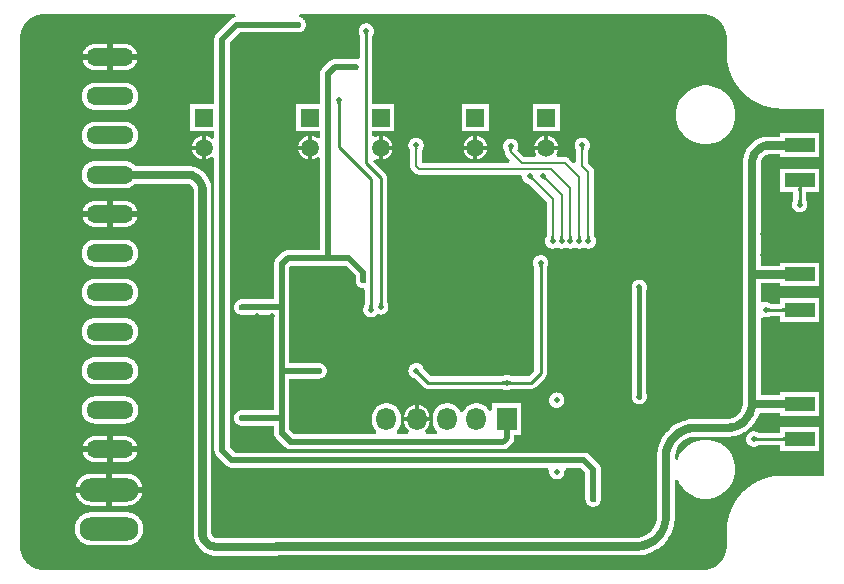
<source format=gbl>
G04*
G04 #@! TF.GenerationSoftware,Altium Limited,Altium Designer,21.3.2 (30)*
G04*
G04 Layer_Physical_Order=2*
G04 Layer_Color=16711680*
%FSTAX24Y24*%
%MOIN*%
G70*
G04*
G04 #@! TF.SameCoordinates,A3F46B7C-A478-48B6-9C65-4A08B567271E*
G04*
G04*
G04 #@! TF.FilePolarity,Positive*
G04*
G01*
G75*
%ADD16C,0.0100*%
%ADD33R,0.0984X0.0472*%
%ADD61C,0.0150*%
%ADD63C,0.0080*%
%ADD69O,0.1575X0.0591*%
%ADD70O,0.0650X0.0750*%
%ADD71R,0.0650X0.0750*%
%ADD72O,0.1969X0.0787*%
%ADD73C,0.0591*%
%ADD74R,0.0591X0.0591*%
%ADD75C,0.0197*%
G36*
X037298Y029609D02*
X037314Y029608D01*
X03733Y029607D01*
X037346Y029606D01*
X037361Y029605D01*
X037377Y029603D01*
X037393Y029601D01*
X037408Y029599D01*
X037424Y029596D01*
X037439Y029593D01*
X037455Y02959D01*
X03747Y029587D01*
X037485Y029583D01*
X0375Y029579D01*
X037515Y029574D01*
X03753Y02957D01*
X037545Y029565D01*
X03756Y029559D01*
X037575Y029554D01*
X037589Y029548D01*
X037604Y029542D01*
X037618Y029535D01*
X037633Y029528D01*
X037647Y029521D01*
X037661Y029514D01*
X037674Y029507D01*
X037688Y029499D01*
X037702Y029491D01*
X037715Y029482D01*
X037728Y029474D01*
X037741Y029465D01*
X037754Y029456D01*
X037767Y029446D01*
X037779Y029437D01*
X037791Y029427D01*
X037803Y029417D01*
X037815Y029406D01*
X037827Y029396D01*
X037838Y029385D01*
X03785Y029374D01*
X037861Y029363D01*
X037871Y029351D01*
X037882Y02934D01*
X037892Y029328D01*
X037902Y029316D01*
X037912Y029303D01*
X037922Y029291D01*
X037931Y029278D01*
X03794Y029266D01*
X037949Y029253D01*
X037958Y029239D01*
X037966Y029226D01*
X037974Y029213D01*
X037982Y029199D01*
X03799Y029185D01*
X037997Y029171D01*
X038004Y029157D01*
X038011Y029143D01*
X038017Y029128D01*
X038023Y029114D01*
X038029Y029099D01*
X038035Y029085D01*
X03804Y02907D01*
X038045Y029055D01*
X03805Y02904D01*
X038054Y029025D01*
X038058Y02901D01*
X038062Y028994D01*
X038066Y028979D01*
X038069Y028963D01*
X038072Y028948D01*
X038075Y028933D01*
X038077Y028917D01*
X038079Y028901D01*
X038081Y028886D01*
X038082Y02887D01*
X038083Y028854D01*
X038084Y028839D01*
X038084Y028823D01*
X038084Y028808D01*
X038084Y028807D01*
Y028315D01*
X038084Y028315D01*
X038085Y028291D01*
X038085Y028267D01*
X038086Y028243D01*
X038087Y028219D01*
X038088Y028196D01*
X03809Y028172D01*
X038092Y028148D01*
X038094Y028124D01*
X038097Y0281D01*
X0381Y028077D01*
X038103Y028053D01*
X038107Y028029D01*
X03811Y028006D01*
X038114Y027982D01*
X038119Y027959D01*
X038124Y027935D01*
X038129Y027912D01*
X038134Y027889D01*
X03814Y027866D01*
X038146Y027842D01*
X038152Y027819D01*
X038158Y027796D01*
X038165Y027773D01*
X038172Y027751D01*
X03818Y027728D01*
X038187Y027705D01*
X038195Y027683D01*
X038204Y02766D01*
X038212Y027638D01*
X038221Y027616D01*
X03823Y027594D01*
X03824Y027572D01*
X038249Y02755D01*
X038259Y027528D01*
X03827Y027507D01*
X03828Y027485D01*
X038291Y027464D01*
X038302Y027443D01*
X038313Y027422D01*
X038325Y027401D01*
X038337Y02738D01*
X038349Y02736D01*
X038362Y027339D01*
X038374Y027319D01*
X038387Y027299D01*
X0384Y027279D01*
X038414Y027259D01*
X038428Y02724D01*
X038442Y02722D01*
X038456Y027201D01*
X03847Y027182D01*
X038485Y027163D01*
X0385Y027145D01*
X038515Y027126D01*
X038531Y027108D01*
X038546Y02709D01*
X038562Y027072D01*
X038578Y027054D01*
X038595Y027037D01*
X038611Y02702D01*
X038628Y027003D01*
X038645Y026986D01*
X038662Y026969D01*
X03868Y026953D01*
X038697Y026937D01*
X038715Y026921D01*
X038733Y026905D01*
X038751Y02689D01*
X03877Y026875D01*
X038788Y02686D01*
X038807Y026845D01*
X038826Y026831D01*
X038846Y026816D01*
X038865Y026802D01*
X038884Y026789D01*
X038904Y026775D01*
X038924Y026762D01*
X038944Y026749D01*
X038964Y026736D01*
X038985Y026724D01*
X039005Y026712D01*
X039026Y0267D01*
X039047Y026688D01*
X039068Y026677D01*
X039089Y026666D01*
X03911Y026655D01*
X039132Y026644D01*
X039153Y026634D01*
X039175Y026624D01*
X039197Y026615D01*
X039219Y026605D01*
X039241Y026596D01*
X039263Y026587D01*
X039286Y026579D01*
X039308Y02657D01*
X03933Y026562D01*
X039353Y026555D01*
X039376Y026547D01*
X039399Y02654D01*
X039422Y026533D01*
X039444Y026527D01*
X039468Y02652D01*
X039491Y026514D01*
X039514Y026509D01*
X039537Y026503D01*
X039561Y026498D01*
X039584Y026494D01*
X039607Y026489D01*
X039631Y026485D01*
X039655Y026481D01*
X039678Y026478D01*
X039702Y026475D01*
X039726Y026472D01*
X039749Y026469D01*
X039773Y026467D01*
X039797Y026465D01*
X039821Y026463D01*
X039845Y026462D01*
X039869Y026461D01*
X039892Y02646D01*
X039916Y026459D01*
X03994Y026459D01*
X03994Y026459D01*
X041332D01*
Y014226D01*
X03994D01*
X03994Y014226D01*
X039916Y014226D01*
X039892Y014225D01*
X039869Y014224D01*
X039845Y014223D01*
X039821Y014222D01*
X039797Y01422D01*
X039773Y014218D01*
X039749Y014216D01*
X039726Y014213D01*
X039702Y01421D01*
X039678Y014207D01*
X039655Y014204D01*
X039631Y0142D01*
X039607Y014196D01*
X039584Y014191D01*
X039561Y014187D01*
X039537Y014182D01*
X039514Y014176D01*
X039491Y014171D01*
X039468Y014165D01*
X039444Y014158D01*
X039422Y014152D01*
X039399Y014145D01*
X039376Y014138D01*
X039353Y014131D01*
X03933Y014123D01*
X039308Y014115D01*
X039286Y014107D01*
X039263Y014098D01*
X039241Y014089D01*
X039219Y01408D01*
X039197Y014071D01*
X039175Y014061D01*
X039153Y014051D01*
X039132Y014041D01*
X03911Y01403D01*
X039089Y014019D01*
X039068Y014008D01*
X039047Y013997D01*
X039026Y013985D01*
X039005Y013973D01*
X038985Y013961D01*
X038964Y013949D01*
X038944Y013936D01*
X038924Y013923D01*
X038904Y01391D01*
X038884Y013896D01*
X038865Y013883D01*
X038846Y013869D01*
X038826Y013854D01*
X038807Y01384D01*
X038788Y013825D01*
X03877Y01381D01*
X038751Y013795D01*
X038733Y01378D01*
X038715Y013764D01*
X038697Y013748D01*
X03868Y013732D01*
X038662Y013716D01*
X038645Y013699D01*
X038628Y013682D01*
X038611Y013665D01*
X038595Y013648D01*
X038578Y013631D01*
X038562Y013613D01*
X038546Y013595D01*
X038531Y013577D01*
X038515Y013559D01*
X0385Y01354D01*
X038485Y013522D01*
X03847Y013503D01*
X038456Y013484D01*
X038442Y013465D01*
X038428Y013445D01*
X038414Y013426D01*
X0384Y013406D01*
X038387Y013386D01*
X038374Y013366D01*
X038362Y013346D01*
X038349Y013325D01*
X038337Y013305D01*
X038325Y013284D01*
X038313Y013263D01*
X038302Y013242D01*
X038291Y013221D01*
X03828Y0132D01*
X03827Y013178D01*
X038259Y013157D01*
X038249Y013135D01*
X03824Y013113D01*
X03823Y013091D01*
X038221Y013069D01*
X038212Y013047D01*
X038204Y013025D01*
X038195Y013002D01*
X038187Y01298D01*
X03818Y012957D01*
X038172Y012934D01*
X038165Y012912D01*
X038158Y012889D01*
X038152Y012866D01*
X038146Y012843D01*
X03814Y01282D01*
X038134Y012796D01*
X038129Y012773D01*
X038124Y01275D01*
X038119Y012726D01*
X038114Y012703D01*
X03811Y012679D01*
X038107Y012656D01*
X038103Y012632D01*
X0381Y012608D01*
X038097Y012585D01*
X038094Y012561D01*
X038092Y012537D01*
X03809Y012513D01*
X038088Y012489D01*
X038087Y012466D01*
X038086Y012442D01*
X038085Y012418D01*
X038085Y012394D01*
X038084Y01237D01*
X038084Y01237D01*
Y011878D01*
X038084Y011877D01*
X038084Y011862D01*
X038084Y011846D01*
X038083Y011831D01*
X038082Y011815D01*
X038081Y011799D01*
X038079Y011784D01*
X038077Y011768D01*
X038075Y011753D01*
X038072Y011737D01*
X038069Y011722D01*
X038066Y011706D01*
X038062Y011691D01*
X038058Y011676D01*
X038054Y01166D01*
X03805Y011645D01*
X038045Y01163D01*
X03804Y011615D01*
X038035Y0116D01*
X038029Y011586D01*
X038023Y011571D01*
X038017Y011557D01*
X038011Y011542D01*
X038004Y011528D01*
X037997Y011514D01*
X03799Y0115D01*
X037982Y011486D01*
X037974Y011473D01*
X037966Y011459D01*
X037958Y011446D01*
X037949Y011433D01*
X03794Y01142D01*
X037931Y011407D01*
X037922Y011394D01*
X037912Y011382D01*
X037902Y011369D01*
X037892Y011357D01*
X037882Y011345D01*
X037871Y011334D01*
X037861Y011322D01*
X03785Y011311D01*
X037838Y0113D01*
X037827Y011289D01*
X037815Y011279D01*
X037803Y011268D01*
X037791Y011258D01*
X037779Y011248D01*
X037767Y011239D01*
X037754Y011229D01*
X037741Y01122D01*
X037728Y011211D01*
X037715Y011203D01*
X037702Y011194D01*
X037688Y011186D01*
X037674Y011178D01*
X037661Y011171D01*
X037647Y011164D01*
X037633Y011157D01*
X037618Y01115D01*
X037604Y011143D01*
X037589Y011137D01*
X037575Y011131D01*
X03756Y011126D01*
X037545Y01112D01*
X03753Y011115D01*
X037515Y011111D01*
X0375Y011106D01*
X037485Y011102D01*
X03747Y011098D01*
X037455Y011095D01*
X037439Y011092D01*
X037424Y011089D01*
X037408Y011086D01*
X037393Y011084D01*
X037377Y011082D01*
X037361Y01108D01*
X037346Y011079D01*
X03733Y011078D01*
X037314Y011077D01*
X037298Y011076D01*
X037284Y011076D01*
X037283Y011076D01*
X015334Y011076D01*
X015333Y011076D01*
X015318Y011076D01*
X015302Y011077D01*
X015287Y011078D01*
X015271Y011079D01*
X015255Y01108D01*
X01524Y011082D01*
X015224Y011084D01*
X015208Y011086D01*
X015193Y011089D01*
X015177Y011092D01*
X015162Y011095D01*
X015147Y011098D01*
X015131Y011102D01*
X015116Y011106D01*
X015101Y011111D01*
X015086Y011115D01*
X015071Y01112D01*
X015056Y011126D01*
X015042Y011131D01*
X015027Y011137D01*
X015013Y011143D01*
X014998Y01115D01*
X014984Y011157D01*
X01497Y011164D01*
X014956Y011171D01*
X014942Y011178D01*
X014928Y011186D01*
X014915Y011194D01*
X014902Y011203D01*
X014888Y011211D01*
X014875Y01122D01*
X014863Y011229D01*
X01485Y011239D01*
X014837Y011248D01*
X014825Y011258D01*
X014813Y011268D01*
X014801Y011279D01*
X01479Y011289D01*
X014778Y0113D01*
X014767Y011311D01*
X014756Y011322D01*
X014745Y011334D01*
X014735Y011345D01*
X014724Y011357D01*
X014714Y011369D01*
X014704Y011382D01*
X014695Y011394D01*
X014685Y011407D01*
X014676Y01142D01*
X014667Y011433D01*
X014659Y011446D01*
X01465Y011459D01*
X014642Y011473D01*
X014634Y011486D01*
X014627Y0115D01*
X014619Y011514D01*
X014612Y011528D01*
X014606Y011542D01*
X014599Y011557D01*
X014593Y011571D01*
X014587Y011586D01*
X014582Y0116D01*
X014576Y011615D01*
X014571Y01163D01*
X014567Y011645D01*
X014562Y01166D01*
X014558Y011676D01*
X014554Y011691D01*
X014551Y011706D01*
X014547Y011722D01*
X014545Y011737D01*
X014542Y011753D01*
X01454Y011768D01*
X014538Y01178D01*
X014532Y011878D01*
X014532Y011978D01*
X014532Y028807D01*
X014532Y028808D01*
X014532Y028823D01*
X014533Y028839D01*
X014533Y028854D01*
X014535Y02887D01*
X014536Y028886D01*
X014538Y028901D01*
X01454Y028917D01*
X014542Y028933D01*
X014545Y028948D01*
X014547Y028963D01*
X014551Y028979D01*
X014554Y028994D01*
X014558Y02901D01*
X014562Y029025D01*
X014567Y02904D01*
X014571Y029055D01*
X014576Y02907D01*
X014582Y029085D01*
X014587Y029099D01*
X014593Y029114D01*
X014599Y029128D01*
X014606Y029143D01*
X014612Y029157D01*
X014619Y029171D01*
X014627Y029185D01*
X014634Y029199D01*
X014642Y029213D01*
X01465Y029226D01*
X014659Y029239D01*
X014667Y029253D01*
X014676Y029266D01*
X014685Y029278D01*
X014695Y029291D01*
X014704Y029303D01*
X014714Y029316D01*
X014724Y029328D01*
X014735Y02934D01*
X014745Y029351D01*
X014756Y029363D01*
X014767Y029374D01*
X014778Y029385D01*
X01479Y029396D01*
X014801Y029406D01*
X014813Y029417D01*
X014825Y029427D01*
X014837Y029437D01*
X01485Y029446D01*
X014863Y029456D01*
X014875Y029465D01*
X014888Y029474D01*
X014902Y029482D01*
X014915Y029491D01*
X014928Y029499D01*
X014942Y029507D01*
X014956Y029514D01*
X01497Y029521D01*
X014984Y029528D01*
X014998Y029535D01*
X015013Y029542D01*
X015027Y029548D01*
X015042Y029554D01*
X015056Y029559D01*
X015071Y029565D01*
X015086Y02957D01*
X015101Y029574D01*
X015116Y029579D01*
X015131Y029583D01*
X015147Y029587D01*
X015162Y02959D01*
X015177Y029593D01*
X015193Y029596D01*
X015208Y029599D01*
X015224Y029601D01*
X015236Y029603D01*
X015334Y029609D01*
X015434Y029609D01*
X021701Y029609D01*
X021701Y029608D01*
X021712Y02951D01*
X02171Y029509D01*
X021708Y029509D01*
X021689Y029505D01*
X021688Y029505D01*
X021686Y029504D01*
X021684Y029504D01*
X021683Y029504D01*
X021681Y029503D01*
X021679Y029503D01*
X021678Y029502D01*
X021676Y029502D01*
X021674Y029501D01*
X021673Y029501D01*
X021671Y0295D01*
X021669Y0295D01*
X021668Y029499D01*
X021666Y029499D01*
X021664Y029498D01*
X021663Y029497D01*
X021661Y029497D01*
X02166Y029496D01*
X021642Y029489D01*
X02164Y029488D01*
X021639Y029487D01*
X021637Y029487D01*
X021635Y029486D01*
X021634Y029485D01*
X021632Y029485D01*
X021631Y029484D01*
X021629Y029483D01*
X021628Y029482D01*
X021626Y029481D01*
X021625Y029481D01*
X021623Y02948D01*
X021622Y029479D01*
X02162Y029478D01*
X021619Y029477D01*
X021617Y029476D01*
X021616Y029475D01*
X021615Y029474D01*
X021598Y029463D01*
X021597Y029462D01*
X021596Y029462D01*
X021594Y02946D01*
X021593Y02946D01*
X021591Y029458D01*
X02159Y029457D01*
X021589Y029456D01*
X021587Y029455D01*
X021586Y029454D01*
X021585Y029453D01*
X021583Y029452D01*
X021582Y029451D01*
X021581Y02945D01*
X021579Y029449D01*
X021578Y029447D01*
X021577Y029446D01*
X021576Y029445D01*
X021574Y029444D01*
X021568Y029437D01*
X021084Y028953D01*
X021084Y028953D01*
X021077Y028946D01*
X021076Y028945D01*
X021075Y028944D01*
X021074Y028943D01*
X021072Y028941D01*
X021071Y02894D01*
X02107Y028939D01*
X021069Y028938D01*
X021068Y028936D01*
X021067Y028935D01*
X021066Y028934D01*
X021065Y028932D01*
X021063Y028931D01*
X021062Y02893D01*
X021061Y028928D01*
X02106Y028927D01*
X021059Y028925D01*
X021058Y028924D01*
X021058Y028923D01*
X021047Y028906D01*
X021046Y028905D01*
X021045Y028904D01*
X021044Y028902D01*
X021043Y028901D01*
X021042Y028899D01*
X021041Y028898D01*
X02104Y028896D01*
X02104Y028895D01*
X021039Y028893D01*
X021038Y028892D01*
X021037Y02889D01*
X021036Y028889D01*
X021036Y028887D01*
X021035Y028885D01*
X021034Y028884D01*
X021033Y028882D01*
X021033Y028881D01*
X021032Y028879D01*
X021025Y028861D01*
X021024Y02886D01*
X021023Y028858D01*
X021023Y028856D01*
X021022Y028855D01*
X021022Y028853D01*
X021021Y028852D01*
X021021Y02885D01*
X02102Y028848D01*
X02102Y028847D01*
X021019Y028845D01*
X021019Y028843D01*
X021018Y028842D01*
X021018Y02884D01*
X021017Y028838D01*
X021017Y028837D01*
X021016Y028835D01*
X021016Y028833D01*
X021016Y028832D01*
X021012Y028813D01*
X021012Y028811D01*
X021011Y028809D01*
X021011Y028808D01*
X021011Y028806D01*
X021011Y028804D01*
X02101Y028802D01*
X02101Y028801D01*
X02101Y028799D01*
X02101Y028797D01*
X02101Y028796D01*
X021009Y028794D01*
X021009Y028792D01*
X021009Y028791D01*
X021009Y028789D01*
X021009Y028787D01*
X021009Y028785D01*
Y028784D01*
X021009Y028782D01*
Y02661D01*
X020196D01*
Y025705D01*
X021009D01*
Y025497D01*
X021003Y025491D01*
X020967Y025465D01*
X020963Y025463D01*
X02094Y025458D01*
X020909Y025455D01*
X020904Y02546D01*
X020895Y025467D01*
X020887Y025473D01*
X020878Y02548D01*
X020868Y025486D01*
X020859Y025492D01*
X02085Y025498D01*
X02084Y025503D01*
X02083Y025509D01*
X02082Y025514D01*
X02081Y025518D01*
X0208Y025523D01*
X02079Y025527D01*
X020779Y025531D01*
X020769Y025534D01*
X020758Y025537D01*
X020748Y02554D01*
X020737Y025543D01*
X020726Y025545D01*
X020718Y025547D01*
Y025157D01*
Y024768D01*
X020726Y02477D01*
X020737Y024772D01*
X020748Y024775D01*
X020758Y024778D01*
X020769Y024781D01*
X020779Y024784D01*
X02079Y024788D01*
X0208Y024792D01*
X02081Y024797D01*
X02082Y024801D01*
X02083Y024806D01*
X02084Y024811D01*
X02085Y024817D01*
X020859Y024823D01*
X020868Y024829D01*
X020878Y024835D01*
X020887Y024842D01*
X020895Y024848D01*
X020904Y024855D01*
X020909Y02486D01*
X02094Y024857D01*
X020963Y024852D01*
X020967Y02485D01*
X021003Y024824D01*
X021009Y024818D01*
Y015069D01*
Y015059D01*
X021009Y015057D01*
Y015056D01*
X021009Y015054D01*
X021009Y015052D01*
X021009Y01505D01*
X021009Y015049D01*
X021009Y015047D01*
X02101Y015045D01*
X02101Y015044D01*
X02101Y015042D01*
X02101Y01504D01*
X02101Y015039D01*
X021011Y015037D01*
X021011Y015035D01*
X021011Y015033D01*
X021011Y015032D01*
X021012Y01503D01*
X021012Y015028D01*
X021016Y015009D01*
X021016Y015008D01*
X021016Y015006D01*
X021017Y015004D01*
X021017Y015003D01*
X021018Y015001D01*
X021018Y014999D01*
X021019Y014998D01*
X021019Y014996D01*
X02102Y014994D01*
X02102Y014993D01*
X021021Y014991D01*
X021021Y014989D01*
X021022Y014988D01*
X021022Y014986D01*
X021023Y014985D01*
X021023Y014983D01*
X021024Y014981D01*
X021025Y01498D01*
X021032Y014962D01*
X021033Y01496D01*
X021033Y014959D01*
X021034Y014957D01*
X021035Y014956D01*
X021036Y014954D01*
X021036Y014952D01*
X021037Y014951D01*
X021038Y014949D01*
X021039Y014948D01*
X02104Y014946D01*
X02104Y014945D01*
X021041Y014943D01*
X021042Y014942D01*
X021043Y01494D01*
X021044Y014939D01*
X021045Y014937D01*
X021046Y014936D01*
X021047Y014935D01*
X021058Y014918D01*
X021058Y014917D01*
X021059Y014916D01*
X02106Y014914D01*
X021061Y014913D01*
X021063Y014911D01*
X021063Y01491D01*
X021065Y014909D01*
X021066Y014907D01*
X021067Y014906D01*
X021068Y014905D01*
X021069Y014903D01*
X02107Y014902D01*
X021071Y014901D01*
X021072Y0149D01*
X021074Y014898D01*
X021075Y014897D01*
X021076Y014896D01*
X021077Y014895D01*
X021084Y014888D01*
X021084Y014888D01*
X021415Y014557D01*
X021422Y01455D01*
X021423Y014549D01*
X021424Y014547D01*
X021426Y014546D01*
X021427Y014545D01*
X021428Y014544D01*
X021429Y014543D01*
X021431Y014542D01*
X021432Y014541D01*
X021433Y014539D01*
X021435Y014538D01*
X021436Y014537D01*
X021437Y014536D01*
X021439Y014535D01*
X02144Y014534D01*
X021442Y014533D01*
X021443Y014532D01*
X021444Y014531D01*
X021446Y01453D01*
X021462Y014519D01*
X021463Y014519D01*
X021465Y014518D01*
X021466Y014517D01*
X021468Y014516D01*
X021469Y014515D01*
X021471Y014514D01*
X021472Y014513D01*
X021474Y014512D01*
X021475Y014511D01*
X021477Y014511D01*
X021478Y01451D01*
X02148Y014509D01*
X021481Y014508D01*
X021483Y014508D01*
X021484Y014507D01*
X021486Y014506D01*
X021488Y014506D01*
X021489Y014505D01*
X021507Y014497D01*
X021509Y014497D01*
X02151Y014496D01*
X021512Y014496D01*
X021513Y014495D01*
X021515Y014494D01*
X021517Y014494D01*
X021518Y014493D01*
X02152Y014493D01*
X021522Y014492D01*
X021523Y014492D01*
X021525Y014491D01*
X021527Y014491D01*
X021528Y01449D01*
X02153Y01449D01*
X021532Y01449D01*
X021533Y014489D01*
X021535Y014489D01*
X021537Y014488D01*
X021556Y014485D01*
X021557Y014484D01*
X021559Y014484D01*
X021561Y014484D01*
X021562Y014483D01*
X021564Y014483D01*
X021566Y014483D01*
X021568Y014483D01*
X021569Y014483D01*
X021571Y014482D01*
X021573Y014482D01*
X021574Y014482D01*
X021576Y014482D01*
X021578Y014482D01*
X02158Y014482D01*
X021581Y014482D01*
X021583Y014482D01*
X021585D01*
X021586Y014482D01*
X032088D01*
X032109Y014472D01*
X032116Y014468D01*
X032119Y014465D01*
X032122Y014463D01*
X032123Y014461D01*
X032151Y014422D01*
X032165Y014394D01*
X032166Y014382D01*
X032166Y014381D01*
X032165Y014372D01*
X032165Y014363D01*
X032165Y014354D01*
X032165Y014346D01*
X032165Y014337D01*
X032166Y014328D01*
X032167Y014319D01*
X032168Y014311D01*
X03217Y014302D01*
X032172Y014294D01*
X032174Y014285D01*
X032177Y014277D01*
X032179Y014269D01*
X032182Y01426D01*
X032186Y014252D01*
X032189Y014244D01*
X032193Y014237D01*
X032197Y014229D01*
X032202Y014221D01*
X032206Y014214D01*
X032211Y014207D01*
X032217Y0142D01*
X032222Y014193D01*
X032228Y014186D01*
X032233Y01418D01*
X032239Y014173D01*
X032246Y014167D01*
X032252Y014161D01*
X032259Y014156D01*
X032266Y01415D01*
X032273Y014145D01*
X03228Y01414D01*
X032287Y014136D01*
X032295Y014131D01*
X032303Y014127D01*
X032311Y014123D01*
X032318Y01412D01*
X032327Y014116D01*
X032335Y014113D01*
X032343Y01411D01*
X032351Y014108D01*
X03236Y014106D01*
X032368Y014104D01*
X032377Y014102D01*
X032386Y014101D01*
X032394Y0141D01*
X032403Y014099D01*
X032412Y014099D01*
X03242Y014098D01*
X032429Y014099D01*
X032438Y014099D01*
X032447Y0141D01*
X032455Y014101D01*
X032464Y014102D01*
X032473Y014104D01*
X032481Y014106D01*
X03249Y014108D01*
X032498Y01411D01*
X032506Y014113D01*
X032514Y014116D01*
X032522Y01412D01*
X03253Y014123D01*
X032538Y014127D01*
X032546Y014131D01*
X032553Y014136D01*
X032561Y01414D01*
X032568Y014145D01*
X032575Y01415D01*
X032582Y014156D01*
X032589Y014161D01*
X032595Y014167D01*
X032601Y014173D01*
X032608Y01418D01*
X032613Y014186D01*
X032619Y014193D01*
X032624Y0142D01*
X03263Y014207D01*
X032634Y014214D01*
X032639Y014221D01*
X032644Y014229D01*
X032648Y014237D01*
X032652Y014244D01*
X032655Y014252D01*
X032659Y01426D01*
X032662Y014269D01*
X032664Y014277D01*
X032667Y014285D01*
X032669Y014294D01*
X032671Y014302D01*
X032673Y014311D01*
X032674Y014319D01*
X032675Y014328D01*
X032676Y014337D01*
X032676Y014346D01*
X032676Y014354D01*
X032676Y014363D01*
X032676Y014372D01*
X032675Y014381D01*
X032675Y014382D01*
X032676Y014394D01*
X03269Y014422D01*
X032718Y014461D01*
X032719Y014463D01*
X032722Y014465D01*
X032725Y014468D01*
X032732Y014472D01*
X032753Y014482D01*
X033222D01*
X033377Y014327D01*
Y013809D01*
X033376Y013807D01*
X033374Y013798D01*
X033372Y01379D01*
X03337Y013781D01*
X033369Y013773D01*
X033368Y013764D01*
X033367Y013755D01*
X033367Y013747D01*
X033367Y013738D01*
X033367Y013729D01*
X033367Y01372D01*
X033368Y013712D01*
X033369Y013703D01*
X03337Y013694D01*
X033372Y013686D01*
X033374Y013677D01*
X033376Y013669D01*
X033377Y013666D01*
Y013425D01*
X033377Y013418D01*
X033378Y013411D01*
X033378Y013404D01*
X033379Y013397D01*
X033381Y01339D01*
X033382Y013384D01*
X033384Y013377D01*
X033386Y013371D01*
X033389Y013364D01*
X033404Y013328D01*
X033407Y013322D01*
X03341Y013316D01*
X033413Y01331D01*
X033417Y013304D01*
X03342Y013298D01*
X033425Y013292D01*
X033429Y013287D01*
X033433Y013282D01*
X033438Y013277D01*
X033466Y013249D01*
X033466Y013249D01*
X033471Y013244D01*
X033476Y01324D01*
X033481Y013236D01*
X033487Y013232D01*
X033493Y013228D01*
X033498Y013224D01*
X033505Y013221D01*
X033511Y013218D01*
X033517Y013215D01*
X033553Y0132D01*
X03356Y013198D01*
X033566Y013195D01*
X033573Y013193D01*
X033579Y013192D01*
X033586Y01319D01*
X033593Y013189D01*
X0336Y013189D01*
X033607Y013188D01*
X033613Y013188D01*
X033653D01*
X03366Y013188D01*
X033666Y013189D01*
X033673Y013189D01*
X03368Y01319D01*
X033687Y013192D01*
X033693Y013193D01*
X0337Y013195D01*
X033707Y013198D01*
X033713Y0132D01*
X033749Y013215D01*
X033755Y013218D01*
X033762Y013221D01*
X033768Y013224D01*
X033774Y013228D01*
X033779Y013232D01*
X033785Y013236D01*
X03379Y01324D01*
X033795Y013244D01*
X0338Y013249D01*
X033828Y013277D01*
X033828Y013277D01*
X033833Y013282D01*
X033837Y013287D01*
X033842Y013292D01*
X033846Y013298D01*
X033849Y013304D01*
X033853Y01331D01*
X033855Y013313D01*
X033856Y013316D01*
X033859Y013322D01*
X033862Y013328D01*
X033877Y013364D01*
X03388Y013371D01*
X033882Y013377D01*
X033884Y013384D01*
X033885Y01339D01*
X033887Y013397D01*
X033888Y013404D01*
X033889Y013411D01*
X033889Y013418D01*
X033889Y013425D01*
Y014443D01*
X033889Y014445D01*
Y014446D01*
X033889Y014448D01*
X033889Y01445D01*
X033889Y014451D01*
X033889Y014453D01*
X033889Y014455D01*
X033889Y014457D01*
X033888Y014458D01*
X033888Y01446D01*
X033888Y014462D01*
X033888Y014463D01*
X033888Y014465D01*
X033887Y014467D01*
X033887Y014468D01*
X033887Y01447D01*
X033886Y014472D01*
X033886Y014474D01*
X033882Y014493D01*
X033882Y014494D01*
X033882Y014496D01*
X033881Y014498D01*
X033881Y014499D01*
X03388Y014501D01*
X03388Y014503D01*
X03388Y014504D01*
X033879Y014506D01*
X033879Y014508D01*
X033878Y014509D01*
X033878Y014511D01*
X033877Y014512D01*
X033876Y014514D01*
X033876Y014516D01*
X033875Y014517D01*
X033875Y014519D01*
X033874Y014521D01*
X033873Y014522D01*
X033866Y01454D01*
X033865Y014542D01*
X033865Y014543D01*
X033864Y014545D01*
X033863Y014546D01*
X033862Y014548D01*
X033862Y014549D01*
X033861Y014551D01*
X03386Y014552D01*
X033859Y014554D01*
X033859Y014556D01*
X033858Y014557D01*
X033857Y014559D01*
X033856Y01456D01*
X033855Y014561D01*
X033854Y014563D01*
X033853Y014564D01*
X033852Y014566D01*
X033851Y014567D01*
X033841Y014583D01*
X03384Y014585D01*
X033839Y014586D01*
X033838Y014588D01*
X033837Y014589D01*
X033836Y01459D01*
X033835Y014592D01*
X033834Y014593D01*
X033832Y014595D01*
X033831Y014596D01*
X03383Y014597D01*
X033829Y014598D01*
X033828Y0146D01*
X033827Y014601D01*
X033826Y014602D01*
X033825Y014604D01*
X033823Y014605D01*
X033822Y014606D01*
X033821Y014607D01*
X033814Y014614D01*
X033814Y014614D01*
X033509Y014919D01*
X033509Y014919D01*
X033503Y014926D01*
X033501Y014927D01*
X0335Y014928D01*
X033499Y014929D01*
X033498Y01493D01*
X033496Y014932D01*
X033495Y014933D01*
X033494Y014934D01*
X033492Y014935D01*
X033491Y014936D01*
X03349Y014937D01*
X033488Y014938D01*
X033487Y014939D01*
X033486Y01494D01*
X033484Y014941D01*
X033483Y014942D01*
X033482Y014943D01*
X03348Y014944D01*
X033479Y014945D01*
X033463Y014956D01*
X033461Y014957D01*
X03346Y014958D01*
X033458Y014959D01*
X033457Y01496D01*
X033455Y014961D01*
X033454Y014962D01*
X033452Y014962D01*
X033451Y014963D01*
X033449Y014964D01*
X033448Y014965D01*
X033446Y014966D01*
X033445Y014966D01*
X033443Y014967D01*
X033442Y014968D01*
X03344Y014969D01*
X033439Y014969D01*
X033437Y01497D01*
X033435Y014971D01*
X033417Y014978D01*
X033416Y014979D01*
X033414Y014979D01*
X033413Y01498D01*
X033411Y014981D01*
X033409Y014981D01*
X033408Y014982D01*
X033406Y014982D01*
X033405Y014983D01*
X033403Y014983D01*
X033401Y014984D01*
X0334Y014984D01*
X033398Y014985D01*
X033396Y014985D01*
X033395Y014986D01*
X033393Y014986D01*
X033391Y014986D01*
X03339Y014987D01*
X033388Y014987D01*
X033369Y014991D01*
X033367Y014991D01*
X033365Y014991D01*
X033364Y014992D01*
X033362Y014992D01*
X03336Y014992D01*
X033359Y014992D01*
X033357Y014993D01*
X033355Y014993D01*
X033354Y014993D01*
X033352Y014993D01*
X03335Y014993D01*
X033348Y014993D01*
X033347Y014994D01*
X033345Y014994D01*
X033343Y014994D01*
X033342Y014994D01*
X03334D01*
X033338Y014994D01*
X021702D01*
X021521Y015175D01*
Y028666D01*
X021855Y029D01*
X023816D01*
X023823Y029D01*
X02383Y029D01*
X023837Y029001D01*
X023843Y029002D01*
X02385Y029004D01*
X023857Y029005D01*
X023863Y029007D01*
X02387Y029009D01*
X023876Y029012D01*
X023913Y029027D01*
X023919Y02903D01*
X023925Y029033D01*
X023931Y029036D01*
X023937Y029039D01*
X023943Y029043D01*
X023948Y029047D01*
X023954Y029052D01*
X023959Y029056D01*
X023964Y029061D01*
X023991Y029089D01*
X023991Y029089D01*
X023996Y029094D01*
X024001Y029099D01*
X024005Y029104D01*
X024009Y02911D01*
X024013Y029115D01*
X024016Y029121D01*
X024018Y029125D01*
X02402Y029127D01*
X024023Y029134D01*
X024026Y02914D01*
X024041Y029176D01*
X024043Y029182D01*
X024045Y029189D01*
X024047Y029196D01*
X024049Y029202D01*
X02405Y029209D01*
X024051Y029216D01*
X024052Y029223D01*
X024052Y029229D01*
X024053Y029236D01*
Y029276D01*
X024052Y029282D01*
X024052Y029289D01*
X024051Y029296D01*
X02405Y029303D01*
X024049Y02931D01*
X024047Y029316D01*
X024045Y029323D01*
X024043Y029329D01*
X024041Y029336D01*
X024026Y029372D01*
X024023Y029378D01*
X02402Y029384D01*
X024016Y02939D01*
X024013Y029396D01*
X024009Y029402D01*
X024005Y029408D01*
X024001Y029413D01*
X023996Y029418D01*
X023991Y029423D01*
X023964Y029451D01*
X023964Y029451D01*
X023959Y029456D01*
X023954Y02946D01*
X023948Y029464D01*
X023943Y029469D01*
X023937Y029472D01*
X023931Y029476D01*
X023928Y029478D01*
X023925Y029479D01*
X023919Y029482D01*
X023913Y029485D01*
X023876Y0295D01*
X02387Y029502D01*
X023863Y029505D01*
X023857Y029507D01*
X02385Y029508D01*
X023843Y02951D01*
X023856Y029609D01*
X037283Y029609D01*
X037284Y029609D01*
X037298Y029609D01*
D02*
G37*
G36*
X023852Y029339D02*
X02388Y029312D01*
X023895Y029276D01*
Y029256D01*
Y029236D01*
X02388Y0292D01*
X023852Y029172D01*
X023816Y029157D01*
X02179D01*
X021364Y028731D01*
Y01511D01*
X021637Y014836D01*
X033338D01*
X033357Y014833D01*
X033375Y014825D01*
X033391Y014814D01*
X033398Y014807D01*
X033703Y014503D01*
X03371Y014496D01*
X03372Y01448D01*
X033728Y014462D01*
X033732Y014443D01*
Y014433D01*
Y013444D01*
Y013425D01*
X033717Y013388D01*
X033689Y013361D01*
X033653Y013346D01*
X033613D01*
X033577Y013361D01*
X033549Y013388D01*
X033535Y013425D01*
Y013444D01*
Y014392D01*
X033288Y014639D01*
X021586D01*
X021567Y014643D01*
X021549Y01465D01*
X021533Y014661D01*
X021526Y014668D01*
X021195Y014999D01*
D01*
X021195Y014999D01*
X021195Y014999D01*
X021195Y014999D01*
X021188Y015006D01*
X021178Y015022D01*
X02117Y01504D01*
X021166Y015059D01*
Y015069D01*
Y028772D01*
Y028782D01*
X02117Y028801D01*
X021178Y028819D01*
X021188Y028835D01*
X021195Y028842D01*
X021195Y028842D01*
X021679Y029326D01*
X021679D01*
X021686Y029332D01*
X021702Y029343D01*
X02172Y029351D01*
X021739Y029354D01*
X023816D01*
X023852Y029339D01*
D02*
G37*
%LPC*%
G36*
X018019Y02861D02*
X017625D01*
Y028276D01*
X018441D01*
X01844Y028278D01*
X018437Y028289D01*
X018434Y0283D01*
X018431Y028311D01*
X018427Y028322D01*
X018423Y028332D01*
X018419Y028343D01*
X018415Y028353D01*
X01841Y028364D01*
X018405Y028374D01*
X0184Y028384D01*
X018394Y028394D01*
X018388Y028403D01*
X018382Y028413D01*
X018376Y028422D01*
X018369Y028432D01*
X018363Y028441D01*
X018355Y02845D01*
X018348Y028458D01*
X018341Y028467D01*
X018333Y028475D01*
X018325Y028483D01*
X018317Y028491D01*
X018309Y028499D01*
X0183Y028506D01*
X018291Y028514D01*
X018283Y028521D01*
X018273Y028528D01*
X018264Y028534D01*
X018255Y02854D01*
X018245Y028546D01*
X018235Y028552D01*
X018226Y028558D01*
X018216Y028563D01*
X018205Y028568D01*
X018195Y028573D01*
X018185Y028577D01*
X018174Y028582D01*
X018163Y028585D01*
X018153Y028589D01*
X018142Y028592D01*
X018131Y028596D01*
X01812Y028598D01*
X018109Y028601D01*
X018098Y028603D01*
X018087Y028605D01*
X018075Y028607D01*
X018064Y028608D01*
X018053Y028609D01*
X018042Y02861D01*
X01803Y02861D01*
X018019Y02861D01*
D02*
G37*
G36*
X017428D02*
X017035D01*
X017023Y02861D01*
X017012Y02861D01*
X017001Y028609D01*
X016989Y028608D01*
X016978Y028607D01*
X016967Y028605D01*
X016956Y028603D01*
X016945Y028601D01*
X016934Y028598D01*
X016923Y028596D01*
X016912Y028592D01*
X016901Y028589D01*
X01689Y028585D01*
X016879Y028582D01*
X016869Y028577D01*
X016858Y028573D01*
X016848Y028568D01*
X016838Y028563D01*
X016828Y028558D01*
X016818Y028552D01*
X016808Y028546D01*
X016799Y02854D01*
X016789Y028534D01*
X01678Y028528D01*
X016771Y028521D01*
X016762Y028514D01*
X016753Y028506D01*
X016745Y028499D01*
X016737Y028491D01*
X016728Y028483D01*
X01672Y028475D01*
X016713Y028467D01*
X016705Y028458D01*
X016698Y02845D01*
X016691Y028441D01*
X016684Y028432D01*
X016678Y028422D01*
X016671Y028413D01*
X016665Y028403D01*
X01666Y028394D01*
X016654Y028384D01*
X016649Y028374D01*
X016644Y028364D01*
X016639Y028353D01*
X016635Y028343D01*
X01663Y028332D01*
X016626Y028322D01*
X016623Y028311D01*
X016619Y0283D01*
X016616Y028289D01*
X016614Y028278D01*
X016613Y028276D01*
X017428D01*
Y02861D01*
D02*
G37*
G36*
X02607Y029299D02*
X026061Y029299D01*
X026053Y029299D01*
X026044Y029298D01*
X026035Y029297D01*
X026027Y029296D01*
X026018Y029294D01*
X026009Y029292D01*
X026001Y02929D01*
X025993Y029287D01*
X025984Y029284D01*
X025976Y029281D01*
X025968Y029278D01*
X02596Y029274D01*
X025952Y029271D01*
X025945Y029266D01*
X025937Y029262D01*
X02593Y029257D01*
X025922Y029252D01*
X025915Y029247D01*
X025909Y029242D01*
X025902Y029236D01*
X025895Y02923D01*
X025889Y029224D01*
X025883Y029218D01*
X025877Y029212D01*
X025872Y029205D01*
X025866Y029198D01*
X025861Y029191D01*
X025856Y029184D01*
X025851Y029176D01*
X025847Y029169D01*
X025843Y029161D01*
X025839Y029153D01*
X025835Y029145D01*
X025832Y029137D01*
X025829Y029129D01*
X025826Y029121D01*
X025824Y029112D01*
X025821Y029104D01*
X025819Y029095D01*
X025818Y029087D01*
X025817Y029078D01*
X025815Y029069D01*
X025815Y029061D01*
X025814Y029052D01*
X025814Y029043D01*
X025814Y029035D01*
X025815Y029026D01*
X025815Y029017D01*
X025817Y029008D01*
X025818Y029D01*
X025819Y028991D01*
X025821Y028983D01*
X025824Y028974D01*
X025826Y028966D01*
X025829Y028958D01*
X025832Y028949D01*
X025835Y028941D01*
X025839Y028933D01*
X025843Y028926D01*
X025847Y028918D01*
X025851Y02891D01*
X025856Y028903D01*
X025861Y028896D01*
X025863Y028894D01*
Y028165D01*
X025822Y02812D01*
X025776Y028095D01*
X025766Y028094D01*
X025763Y028095D01*
X025759Y028096D01*
X025752Y028097D01*
X025745Y028097D01*
X025738Y028098D01*
X025731Y028098D01*
X025001D01*
X024999Y028098D01*
X024997D01*
X024996Y028098D01*
X024994Y028098D01*
X024992Y028098D01*
X02499Y028098D01*
X024989Y028098D01*
X024987Y028097D01*
X024985Y028097D01*
X024984Y028097D01*
X024982Y028097D01*
X02498Y028097D01*
X024978Y028096D01*
X024977Y028096D01*
X024975Y028096D01*
X024973Y028096D01*
X024972Y028095D01*
X02497Y028095D01*
X024951Y028091D01*
X024949Y028091D01*
X024948Y028091D01*
X024946Y02809D01*
X024944Y02809D01*
X024943Y028089D01*
X024941Y028089D01*
X024939Y028088D01*
X024938Y028088D01*
X024936Y028087D01*
X024934Y028087D01*
X024933Y028086D01*
X024931Y028086D01*
X024929Y028085D01*
X024928Y028085D01*
X024926Y028084D01*
X024925Y028084D01*
X024923Y028083D01*
X024921Y028082D01*
X024903Y028075D01*
X024902Y028074D01*
X0249Y028073D01*
X024899Y028073D01*
X024897Y028072D01*
X024896Y028071D01*
X024894Y028071D01*
X024893Y02807D01*
X024891Y028069D01*
X02489Y028068D01*
X024888Y028067D01*
X024886Y028067D01*
X024885Y028066D01*
X024884Y028065D01*
X024882Y028064D01*
X024881Y028063D01*
X024879Y028062D01*
X024878Y028061D01*
X024876Y02806D01*
X02486Y028049D01*
X024859Y028048D01*
X024857Y028048D01*
X024856Y028047D01*
X024854Y028046D01*
X024853Y028044D01*
X024852Y028043D01*
X02485Y028042D01*
X024849Y028041D01*
X024848Y02804D01*
X024846Y028039D01*
X024845Y028038D01*
X024844Y028037D01*
X024842Y028036D01*
X024841Y028035D01*
X02484Y028033D01*
X024839Y028032D01*
X024837Y028031D01*
X024836Y02803D01*
X024829Y028023D01*
X024609Y027803D01*
X024609Y027803D01*
X024603Y027796D01*
X024601Y027795D01*
X0246Y027794D01*
X024599Y027793D01*
X024598Y027791D01*
X024597Y02779D01*
X024596Y027789D01*
X024594Y027787D01*
X024593Y027786D01*
X024592Y027785D01*
X024591Y027783D01*
X02459Y027782D01*
X024589Y027781D01*
X024588Y027779D01*
X024587Y027778D01*
X024586Y027777D01*
X024585Y027775D01*
X024584Y027774D01*
X024583Y027772D01*
X024572Y027756D01*
X024571Y027755D01*
X02457Y027753D01*
X024569Y027752D01*
X024569Y02775D01*
X024568Y027749D01*
X024567Y027747D01*
X024566Y027746D01*
X024565Y027745D01*
X024564Y027743D01*
X024563Y027741D01*
X024563Y02774D01*
X024562Y027738D01*
X024561Y027737D01*
X02456Y027735D01*
X02456Y027734D01*
X024559Y027732D01*
X024558Y027731D01*
X024558Y027729D01*
X02455Y027711D01*
X02455Y027709D01*
X024549Y027708D01*
X024548Y027706D01*
X024548Y027705D01*
X024547Y027703D01*
X024547Y027701D01*
X024546Y0277D01*
X024546Y027698D01*
X024545Y027697D01*
X024545Y027695D01*
X024544Y027693D01*
X024544Y027692D01*
X024543Y02769D01*
X024543Y027688D01*
X024542Y027687D01*
X024542Y027685D01*
X024542Y027683D01*
X024541Y027682D01*
X024537Y027662D01*
X024537Y027661D01*
X024537Y027659D01*
X024537Y027657D01*
X024536Y027656D01*
X024536Y027654D01*
X024536Y027652D01*
X024536Y027651D01*
X024535Y027649D01*
X024535Y027647D01*
X024535Y027645D01*
X024535Y027644D01*
X024535Y027642D01*
X024535Y02764D01*
X024535Y027639D01*
X024535Y027637D01*
X024534Y027635D01*
Y027633D01*
X024534Y027632D01*
Y02661D01*
X023739D01*
Y025705D01*
X024534D01*
Y025515D01*
X024519Y0255D01*
X024496Y025483D01*
X024492Y025481D01*
X024472Y025475D01*
X024434Y02547D01*
X02443Y025473D01*
X024421Y02548D01*
X024412Y025486D01*
X024402Y025492D01*
X024393Y025498D01*
X024383Y025503D01*
X024374Y025509D01*
X024364Y025514D01*
X024354Y025518D01*
X024343Y025523D01*
X024333Y025527D01*
X024323Y025531D01*
X024312Y025534D01*
X024302Y025537D01*
X024291Y02554D01*
X02428Y025543D01*
X024269Y025545D01*
X024261Y025547D01*
Y025157D01*
Y024768D01*
X024269Y02477D01*
X02428Y024772D01*
X024291Y024775D01*
X024302Y024778D01*
X024312Y024781D01*
X024323Y024784D01*
X024333Y024788D01*
X024343Y024792D01*
X024354Y024797D01*
X024364Y024801D01*
X024374Y024806D01*
X024383Y024811D01*
X024393Y024817D01*
X024402Y024823D01*
X024412Y024829D01*
X024421Y024835D01*
X02443Y024842D01*
X024434Y024845D01*
X024472Y024839D01*
X024492Y024834D01*
X024496Y024832D01*
X024519Y024815D01*
X024534Y0248D01*
Y02174D01*
X023449D01*
X023448Y02174D01*
X023446D01*
X023444Y02174D01*
X023443Y02174D01*
X023441Y02174D01*
X023439Y02174D01*
X023437Y02174D01*
X023436Y02174D01*
X023434Y02174D01*
X023432Y021739D01*
X023431Y021739D01*
X023429Y021739D01*
X023427Y021739D01*
X023426Y021739D01*
X023424Y021738D01*
X023422Y021738D01*
X02342Y021738D01*
X023419Y021737D01*
X0234Y021734D01*
X023398Y021733D01*
X023396Y021733D01*
X023395Y021732D01*
X023393Y021732D01*
X023391Y021732D01*
X02339Y021731D01*
X023388Y021731D01*
X023386Y02173D01*
X023385Y02173D01*
X023383Y021729D01*
X023381Y021729D01*
X02338Y021728D01*
X023378Y021728D01*
X023377Y021727D01*
X023375Y021726D01*
X023373Y021726D01*
X023372Y021725D01*
X02337Y021725D01*
X023352Y021717D01*
X023351Y021716D01*
X023349Y021716D01*
X023347Y021715D01*
X023346Y021714D01*
X023344Y021714D01*
X023343Y021713D01*
X023341Y021712D01*
X02334Y021711D01*
X023338Y021711D01*
X023337Y02171D01*
X023335Y021709D01*
X023334Y021708D01*
X023332Y021707D01*
X023331Y021706D01*
X023329Y021705D01*
X023328Y021704D01*
X023326Y021704D01*
X023325Y021703D01*
X023309Y021692D01*
X023307Y021691D01*
X023306Y02169D01*
X023305Y021689D01*
X023303Y021688D01*
X023302Y021687D01*
X0233Y021686D01*
X023299Y021685D01*
X023298Y021684D01*
X023296Y021683D01*
X023295Y021681D01*
X023294Y02168D01*
X023292Y021679D01*
X023291Y021678D01*
X02329Y021677D01*
X023289Y021676D01*
X023287Y021675D01*
X023286Y021673D01*
X023285Y021672D01*
X023278Y021665D01*
X023278Y021665D01*
X023066Y021453D01*
X023066Y021453D01*
X023059Y021447D01*
X023058Y021445D01*
X023057Y021444D01*
X023056Y021443D01*
X023055Y021442D01*
X023053Y02144D01*
X023052Y021439D01*
X023051Y021438D01*
X02305Y021436D01*
X023049Y021435D01*
X023048Y021434D01*
X023047Y021432D01*
X023046Y021431D01*
X023045Y02143D01*
X023044Y021428D01*
X023043Y021427D01*
X023042Y021425D01*
X023041Y021424D01*
X02304Y021423D01*
X023029Y021407D01*
X023028Y021405D01*
X023027Y021404D01*
X023026Y021402D01*
X023025Y021401D01*
X023024Y021399D01*
X023023Y021398D01*
X023023Y021396D01*
X023022Y021395D01*
X023021Y021393D01*
X02302Y021392D01*
X023019Y02139D01*
X023019Y021389D01*
X023018Y021387D01*
X023017Y021386D01*
X023016Y021384D01*
X023016Y021382D01*
X023015Y021381D01*
X023014Y021379D01*
X023007Y021361D01*
X023006Y02136D01*
X023006Y021358D01*
X023005Y021357D01*
X023004Y021355D01*
X023004Y021353D01*
X023003Y021352D01*
X023003Y02135D01*
X023002Y021348D01*
X023002Y021347D01*
X023001Y021345D01*
X023001Y021343D01*
X023Y021342D01*
X023Y02134D01*
X022999Y021339D01*
X022999Y021337D01*
X022999Y021335D01*
X022998Y021333D01*
X022998Y021332D01*
X022994Y021313D01*
X022994Y021311D01*
X022994Y021309D01*
X022993Y021308D01*
X022993Y021306D01*
X022993Y021304D01*
X022992Y021303D01*
X022992Y021301D01*
X022992Y021299D01*
X022992Y021297D01*
X022992Y021296D01*
X022992Y021294D01*
X022991Y021292D01*
X022991Y021291D01*
X022991Y021289D01*
X022991Y021287D01*
X022991Y021285D01*
Y021284D01*
X022991Y021282D01*
Y020102D01*
X021903D01*
X021896Y020101D01*
X021889Y020101D01*
X021882Y0201D01*
X021875Y020099D01*
X021869Y020098D01*
X021862Y020096D01*
X021855Y020094D01*
X021849Y020092D01*
X021843Y02009D01*
X021806Y020075D01*
X0218Y020072D01*
X021794Y020069D01*
X021788Y020065D01*
X021782Y020062D01*
X021776Y020058D01*
X021771Y020054D01*
X021765Y02005D01*
X02176Y020045D01*
X021755Y02004D01*
X021728Y020013D01*
X021727Y020013D01*
X021723Y020008D01*
X021718Y020003D01*
X021714Y019997D01*
X02171Y019992D01*
X021706Y019986D01*
X021702Y01998D01*
X021699Y019974D01*
X021696Y019968D01*
X021693Y019962D01*
X021678Y019925D01*
X021676Y019919D01*
X021674Y019912D01*
X021672Y019906D01*
X02167Y019899D01*
X021669Y019892D01*
X021668Y019886D01*
X021667Y019879D01*
X021667Y019872D01*
X021666Y019865D01*
Y019826D01*
X021667Y019819D01*
X021667Y019812D01*
X021668Y019805D01*
X021669Y019799D01*
X02167Y019792D01*
X021672Y019785D01*
X021674Y019778D01*
X021676Y019772D01*
X021678Y019766D01*
X021693Y019729D01*
X021696Y019723D01*
X021699Y019717D01*
X021702Y019711D01*
X021706Y019705D01*
X02171Y019699D01*
X021714Y019694D01*
X021718Y019688D01*
X021723Y019683D01*
X021727Y019678D01*
X021755Y019651D01*
X021755Y019651D01*
X02176Y019646D01*
X021765Y019641D01*
X021771Y019637D01*
X021776Y019633D01*
X021782Y019629D01*
X021788Y019625D01*
X021794Y019622D01*
X0218Y019619D01*
X021806Y019616D01*
X021843Y019601D01*
X021849Y019599D01*
X021855Y019597D01*
X021862Y019595D01*
X021869Y019593D01*
X021875Y019592D01*
X021882Y019591D01*
X021889Y01959D01*
X021896Y01959D01*
X021903Y019589D01*
X022991D01*
Y016403D01*
X021902D01*
X021895Y016402D01*
X021888Y016402D01*
X021881Y016401D01*
X021874Y0164D01*
X021868Y016399D01*
X021861Y016397D01*
X021854Y016395D01*
X021848Y016393D01*
X021841Y016391D01*
X021805Y016376D01*
X021799Y016373D01*
X021793Y01637D01*
X021787Y016366D01*
X021781Y016363D01*
X021775Y016359D01*
X02177Y016355D01*
X021764Y016351D01*
X021759Y016346D01*
X021754Y016341D01*
X021726Y016314D01*
X021726Y016314D01*
X021722Y016309D01*
X021717Y016304D01*
X021713Y016298D01*
X021709Y016293D01*
X021705Y016287D01*
X021701Y016281D01*
X021698Y016275D01*
X021695Y016269D01*
X021692Y016263D01*
X021677Y016226D01*
X021675Y01622D01*
X021672Y016213D01*
X021671Y016207D01*
X021669Y0162D01*
X021668Y016193D01*
X021667Y016187D01*
X021666Y01618D01*
X021665Y016173D01*
X021665Y016166D01*
Y016127D01*
X021665Y01612D01*
X021666Y016113D01*
X021667Y016106D01*
X021668Y016099D01*
X021669Y016093D01*
X021671Y016086D01*
X021672Y016079D01*
X021675Y016073D01*
X021677Y016067D01*
X021692Y01603D01*
X021695Y016024D01*
X021698Y016018D01*
X021701Y016012D01*
X021705Y016006D01*
X021709Y016D01*
X021713Y015995D01*
X021717Y015989D01*
X021722Y015984D01*
X021726Y015979D01*
X021754Y015952D01*
X021754Y015952D01*
X021759Y015947D01*
X021764Y015942D01*
X02177Y015938D01*
X021775Y015934D01*
X021781Y01593D01*
X021787Y015926D01*
X021793Y015923D01*
X021799Y01592D01*
X021805Y015917D01*
X021841Y015902D01*
X021848Y0159D01*
X021854Y015898D01*
X021861Y015896D01*
X021868Y015894D01*
X021874Y015893D01*
X021881Y015892D01*
X021888Y015891D01*
X021895Y015891D01*
X021902Y01589D01*
X022991D01*
Y015648D01*
X022991Y015646D01*
Y015644D01*
X022991Y015643D01*
X022991Y015641D01*
X022991Y015639D01*
X022991Y015637D01*
X022992Y015636D01*
X022992Y015634D01*
X022992Y015632D01*
X022992Y015631D01*
X022992Y015629D01*
X022992Y015627D01*
X022993Y015626D01*
X022993Y015624D01*
X022993Y015622D01*
X022994Y01562D01*
X022994Y015619D01*
X022994Y015617D01*
X022998Y015598D01*
X022998Y015596D01*
X022999Y015595D01*
X022999Y015593D01*
X022999Y015591D01*
X023Y01559D01*
X023Y015588D01*
X023001Y015586D01*
X023001Y015585D01*
X023002Y015583D01*
X023002Y015581D01*
X023003Y01558D01*
X023003Y015578D01*
X023004Y015576D01*
X023004Y015575D01*
X023005Y015573D01*
X023006Y015572D01*
X023006Y01557D01*
X023007Y015568D01*
X023014Y015551D01*
X023015Y015549D01*
X023016Y015547D01*
X023016Y015546D01*
X023017Y015544D01*
X023018Y015543D01*
X023019Y015541D01*
X023019Y01554D01*
X02302Y015538D01*
X023021Y015537D01*
X023022Y015535D01*
X023023Y015534D01*
X023023Y015532D01*
X023024Y015531D01*
X023025Y015529D01*
X023026Y015528D01*
X023027Y015526D01*
X023028Y015525D01*
X023029Y015523D01*
X02304Y015507D01*
X023041Y015506D01*
X023042Y015504D01*
X023043Y015503D01*
X023044Y015502D01*
X023045Y0155D01*
X023046Y015499D01*
X023047Y015497D01*
X023048Y015496D01*
X023049Y015495D01*
X02305Y015493D01*
X023051Y015492D01*
X023052Y015491D01*
X023053Y01549D01*
X023055Y015488D01*
X023056Y015487D01*
X023057Y015486D01*
X023058Y015484D01*
X023059Y015483D01*
X023066Y015476D01*
X023066Y015476D01*
X023369Y015173D01*
X023369Y015173D01*
X023376Y015166D01*
X023377Y015165D01*
X023379Y015164D01*
X02338Y015163D01*
X023381Y015162D01*
X023382Y01516D01*
X023384Y015159D01*
X023385Y015158D01*
X023386Y015157D01*
X023388Y015156D01*
X023389Y015155D01*
X02339Y015154D01*
X023392Y015153D01*
X023393Y015152D01*
X023394Y015151D01*
X023396Y01515D01*
X023397Y015149D01*
X023399Y015148D01*
X0234Y015147D01*
X023416Y015136D01*
X023418Y015135D01*
X023419Y015134D01*
X023421Y015133D01*
X023422Y015132D01*
X023423Y015131D01*
X023425Y015131D01*
X023426Y01513D01*
X023428Y015129D01*
X023429Y015128D01*
X023431Y015127D01*
X023433Y015126D01*
X023434Y015126D01*
X023436Y015125D01*
X023437Y015124D01*
X023439Y015124D01*
X02344Y015123D01*
X023442Y015122D01*
X023443Y015121D01*
X023461Y015114D01*
X023463Y015113D01*
X023465Y015113D01*
X023466Y015112D01*
X023468Y015112D01*
X023469Y015111D01*
X023471Y01511D01*
X023473Y01511D01*
X023474Y015109D01*
X023476Y015109D01*
X023478Y015108D01*
X023479Y015108D01*
X023481Y015107D01*
X023483Y015107D01*
X023484Y015107D01*
X023486Y015106D01*
X023488Y015106D01*
X023489Y015105D01*
X023491Y015105D01*
X02351Y015101D01*
X023512Y015101D01*
X023513Y015101D01*
X023515Y0151D01*
X023517Y0151D01*
X023518Y0151D01*
X02352Y0151D01*
X023522Y015099D01*
X023524Y015099D01*
X023525Y015099D01*
X023527Y015099D01*
X023529Y015099D01*
X02353Y015099D01*
X023532Y015099D01*
X023534Y015098D01*
X023536Y015098D01*
X023537Y015098D01*
X023539D01*
X023541Y015098D01*
X030639D01*
X030641Y015098D01*
X030642D01*
X030644Y015098D01*
X030646Y015098D01*
X030647Y015099D01*
X030649Y015099D01*
X030651Y015099D01*
X030653Y015099D01*
X030654Y015099D01*
X030656Y015099D01*
X030658Y015099D01*
X030659Y0151D01*
X030661Y0151D01*
X030663Y0151D01*
X030665Y0151D01*
X030666Y015101D01*
X030668Y015101D01*
X03067Y015101D01*
X030689Y015105D01*
X03069Y015105D01*
X030692Y015106D01*
X030694Y015106D01*
X030695Y015107D01*
X030697Y015107D01*
X030699Y015107D01*
X0307Y015108D01*
X030702Y015108D01*
X030704Y015109D01*
X030705Y015109D01*
X030707Y01511D01*
X030709Y01511D01*
X03071Y015111D01*
X030712Y015112D01*
X030713Y015112D01*
X030715Y015113D01*
X030717Y015113D01*
X030718Y015114D01*
X030736Y015121D01*
X030738Y015122D01*
X030739Y015123D01*
X030741Y015124D01*
X030742Y015124D01*
X030744Y015125D01*
X030745Y015126D01*
X030747Y015126D01*
X030749Y015127D01*
X03075Y015128D01*
X030752Y015129D01*
X030753Y01513D01*
X030755Y015131D01*
X030756Y015131D01*
X030758Y015132D01*
X030759Y015133D01*
X03076Y015134D01*
X030762Y015135D01*
X030763Y015136D01*
X030779Y015147D01*
X030781Y015148D01*
X030782Y015149D01*
X030784Y01515D01*
X030785Y015151D01*
X030786Y015152D01*
X030788Y015153D01*
X030789Y015154D01*
X030791Y015155D01*
X030792Y015156D01*
X030793Y015157D01*
X030795Y015158D01*
X030796Y015159D01*
X030797Y01516D01*
X030798Y015162D01*
X0308Y015163D01*
X030801Y015164D01*
X030802Y015165D01*
X030803Y015166D01*
X03081Y015173D01*
X03081Y015173D01*
X030936Y015299D01*
X030936Y015299D01*
X030943Y015306D01*
X030944Y015307D01*
X030945Y015309D01*
X030947Y01531D01*
X030948Y015311D01*
X030949Y015312D01*
X03095Y015314D01*
X030951Y015315D01*
X030952Y015316D01*
X030953Y015318D01*
X030955Y015319D01*
X030956Y01532D01*
X030957Y015322D01*
X030958Y015323D01*
X030959Y015324D01*
X03096Y015326D01*
X030961Y015327D01*
X030962Y015329D01*
X030963Y01533D01*
X030973Y015346D01*
X030974Y015348D01*
X030975Y015349D01*
X030976Y01535D01*
X030977Y015352D01*
X030978Y015353D01*
X030979Y015355D01*
X03098Y015356D01*
X030981Y015358D01*
X030981Y015359D01*
X030982Y015361D01*
X030983Y015362D01*
X030984Y015364D01*
X030984Y015366D01*
X030985Y015367D01*
X030986Y015369D01*
X030987Y01537D01*
X030987Y015372D01*
X030988Y015373D01*
X030995Y015391D01*
X030996Y015393D01*
X030997Y015394D01*
X030997Y015396D01*
X030998Y015398D01*
X030998Y015399D01*
X030999Y015401D01*
X031Y015403D01*
X031Y015404D01*
X031001Y015406D01*
X031001Y015407D01*
X031002Y015409D01*
X031002Y015411D01*
X031002Y015412D01*
X031003Y015414D01*
X031003Y015416D01*
X031004Y015417D01*
X031004Y015419D01*
X031004Y015421D01*
X031008Y01544D01*
X031008Y015442D01*
X031009Y015443D01*
X031009Y015445D01*
X031009Y015447D01*
X03101Y015448D01*
X03101Y01545D01*
X03101Y015452D01*
X03101Y015453D01*
X03101Y015455D01*
X031011Y015457D01*
X031011Y015459D01*
X031011Y01546D01*
X031011Y015462D01*
X031011Y015464D01*
X031011Y015465D01*
X031011Y015467D01*
Y015469D01*
X031011Y015471D01*
Y015574D01*
X031238D01*
Y016639D01*
X030273D01*
Y016426D01*
X030262Y01642D01*
X030167Y01639D01*
X030161Y016401D01*
X030155Y016412D01*
X030148Y016422D01*
X030141Y016432D01*
X030134Y016442D01*
X030127Y016452D01*
X030119Y016461D01*
X030111Y016471D01*
X030103Y01648D01*
X030095Y016489D01*
X030086Y016497D01*
X030078Y016506D01*
X030069Y016514D01*
X030059Y016522D01*
X03005Y01653D01*
X03004Y016538D01*
X030031Y016545D01*
X030021Y016552D01*
X030011Y016559D01*
X03Y016566D01*
X02999Y016572D01*
X029979Y016578D01*
X029969Y016584D01*
X029958Y01659D01*
X029947Y016595D01*
X029935Y0166D01*
X029924Y016604D01*
X029913Y016609D01*
X029901Y016613D01*
X02989Y016617D01*
X029878Y01662D01*
X029866Y016623D01*
X029854Y016626D01*
X029842Y016629D01*
X02983Y016631D01*
X029818Y016633D01*
X029806Y016635D01*
X029794Y016636D01*
X029782Y016637D01*
X02977Y016638D01*
X029757Y016639D01*
X029745Y016639D01*
X029733Y016639D01*
X029721Y016638D01*
X029708Y016637D01*
X029696Y016636D01*
X029684Y016635D01*
X029672Y016633D01*
X02966Y016631D01*
X029648Y016629D01*
X029636Y016626D01*
X029624Y016623D01*
X029612Y01662D01*
X029601Y016617D01*
X029589Y016613D01*
X029578Y016609D01*
X029566Y016604D01*
X029555Y0166D01*
X029544Y016595D01*
X029533Y01659D01*
X029522Y016584D01*
X029511Y016578D01*
X0295Y016572D01*
X02949Y016566D01*
X02948Y016559D01*
X029469Y016552D01*
X02946Y016545D01*
X02945Y016538D01*
X02944Y01653D01*
X029431Y016522D01*
X029422Y016514D01*
X029413Y016506D01*
X029404Y016497D01*
X029395Y016489D01*
X029387Y01648D01*
X029379Y016471D01*
X029371Y016461D01*
X029364Y016452D01*
X029356Y016442D01*
X029349Y016432D01*
X029342Y016422D01*
X029336Y016412D01*
X029329Y016401D01*
X029323Y01639D01*
X029317Y01638D01*
X029312Y016369D01*
X029309Y016364D01*
X029267Y016351D01*
X029255Y01635D01*
X029243Y016351D01*
X029201Y016364D01*
X029198Y016369D01*
X029193Y01638D01*
X029187Y01639D01*
X029181Y016401D01*
X029175Y016412D01*
X029168Y016422D01*
X029161Y016432D01*
X029154Y016442D01*
X029147Y016452D01*
X029139Y016461D01*
X029131Y016471D01*
X029123Y01648D01*
X029115Y016489D01*
X029106Y016497D01*
X029098Y016506D01*
X029089Y016514D01*
X029079Y016522D01*
X02907Y01653D01*
X02906Y016538D01*
X029051Y016545D01*
X029041Y016552D01*
X029031Y016559D01*
X02902Y016566D01*
X02901Y016572D01*
X028999Y016578D01*
X028989Y016584D01*
X028978Y01659D01*
X028967Y016595D01*
X028955Y0166D01*
X028944Y016604D01*
X028933Y016609D01*
X028921Y016613D01*
X02891Y016617D01*
X028898Y01662D01*
X028886Y016623D01*
X028874Y016626D01*
X028862Y016629D01*
X02885Y016631D01*
X028838Y016633D01*
X028826Y016635D01*
X028814Y016636D01*
X028802Y016637D01*
X02879Y016638D01*
X028777Y016639D01*
X028765Y016639D01*
X028753Y016639D01*
X028741Y016638D01*
X028728Y016637D01*
X028716Y016636D01*
X028704Y016635D01*
X028692Y016633D01*
X02868Y016631D01*
X028668Y016629D01*
X028656Y016626D01*
X028644Y016623D01*
X028632Y01662D01*
X028621Y016617D01*
X028609Y016613D01*
X028598Y016609D01*
X028586Y016604D01*
X028575Y0166D01*
X028564Y016595D01*
X028553Y01659D01*
X028542Y016584D01*
X028531Y016578D01*
X02852Y016572D01*
X02851Y016566D01*
X0285Y016559D01*
X028489Y016552D01*
X02848Y016545D01*
X02847Y016538D01*
X02846Y01653D01*
X028451Y016522D01*
X028442Y016514D01*
X028433Y016506D01*
X028424Y016497D01*
X028415Y016489D01*
X028407Y01648D01*
X028399Y016471D01*
X028391Y016461D01*
X028384Y016452D01*
X028376Y016442D01*
X028369Y016432D01*
X028362Y016422D01*
X028356Y016412D01*
X028349Y016401D01*
X028343Y01639D01*
X028337Y01638D01*
X028332Y016369D01*
X028327Y016358D01*
X028322Y016347D01*
X028317Y016335D01*
X028313Y016324D01*
X028309Y016312D01*
X028305Y016301D01*
X028301Y016289D01*
X028298Y016277D01*
X028295Y016265D01*
X028292Y016253D01*
X02829Y016241D01*
X028288Y016229D01*
X028286Y016217D01*
X028285Y016205D01*
X028284Y016193D01*
X028283Y016181D01*
X028283Y016169D01*
X028283Y016156D01*
Y016056D01*
X028283Y016044D01*
X028283Y016032D01*
X028284Y01602D01*
X028285Y016007D01*
X028286Y015995D01*
X028288Y015983D01*
X02829Y015971D01*
X028292Y015959D01*
X028295Y015947D01*
X028298Y015935D01*
X028301Y015924D01*
X028305Y015912D01*
X028309Y0159D01*
X028313Y015889D01*
X028317Y015877D01*
X028322Y015866D01*
X028327Y015855D01*
X028332Y015844D01*
X028337Y015833D01*
X028343Y015822D01*
X028349Y015812D01*
X028356Y015801D01*
X028362Y015791D01*
X028369Y015781D01*
X028376Y015771D01*
X028384Y015761D01*
X028391Y015751D01*
X028399Y015742D01*
X028407Y015733D01*
X028415Y015724D01*
X028424Y015715D01*
X028429Y01571D01*
X028427Y015681D01*
X028423Y015661D01*
X028414Y015641D01*
X02839Y01561D01*
X02807D01*
X028056Y015628D01*
X028055Y01563D01*
X028049Y015642D01*
X028021Y015725D01*
X02803Y015732D01*
X028039Y01574D01*
X028047Y015748D01*
X028056Y015756D01*
X028064Y015764D01*
X028071Y015772D01*
X028079Y015781D01*
X028086Y01579D01*
X028093Y015799D01*
X0281Y015808D01*
X028107Y015818D01*
X028113Y015827D01*
X028119Y015837D01*
X028125Y015847D01*
X028131Y015857D01*
X028136Y015867D01*
X028141Y015878D01*
X028146Y015888D01*
X02815Y015899D01*
X028154Y01591D01*
X028158Y015921D01*
X028161Y015932D01*
X028165Y015943D01*
X028168Y015954D01*
X02817Y015965D01*
X028173Y015976D01*
X028175Y015988D01*
X028176Y015999D01*
X028178Y01601D01*
X028179Y016022D01*
X02818Y016033D01*
X02818Y016037D01*
X027755D01*
X027331D01*
X027331Y016033D01*
X027331Y016022D01*
X027333Y01601D01*
X027334Y015999D01*
X027336Y015988D01*
X027338Y015976D01*
X02734Y015965D01*
X027343Y015954D01*
X027346Y015943D01*
X027349Y015932D01*
X027352Y015921D01*
X027356Y01591D01*
X02736Y015899D01*
X027365Y015888D01*
X027369Y015878D01*
X027374Y015867D01*
X02738Y015857D01*
X027385Y015847D01*
X027391Y015837D01*
X027397Y015827D01*
X027403Y015818D01*
X02741Y015808D01*
X027417Y015799D01*
X027424Y01579D01*
X027431Y015781D01*
X027439Y015772D01*
X027447Y015764D01*
X027455Y015756D01*
X027463Y015748D01*
X027471Y01574D01*
X02748Y015732D01*
X027489Y015725D01*
X027461Y015642D01*
X027455Y01563D01*
X027454Y015628D01*
X02744Y01561D01*
X02712D01*
X027097Y015641D01*
X027087Y015661D01*
X027083Y015681D01*
X027082Y01571D01*
X027086Y015715D01*
X027095Y015724D01*
X027103Y015733D01*
X027111Y015742D01*
X027119Y015751D01*
X027127Y015761D01*
X027134Y015771D01*
X027141Y015781D01*
X027148Y015791D01*
X027155Y015801D01*
X027161Y015812D01*
X027167Y015822D01*
X027173Y015833D01*
X027178Y015844D01*
X027184Y015855D01*
X027189Y015866D01*
X027193Y015877D01*
X027198Y015889D01*
X027202Y0159D01*
X027206Y015912D01*
X027209Y015924D01*
X027212Y015935D01*
X027215Y015947D01*
X027218Y015959D01*
X02722Y015971D01*
X027222Y015983D01*
X027224Y015995D01*
X027225Y016007D01*
X027226Y01602D01*
X027227Y016032D01*
X027227Y016044D01*
X027228Y016056D01*
Y016156D01*
X027227Y016169D01*
X027227Y016181D01*
X027226Y016193D01*
X027225Y016205D01*
X027224Y016217D01*
X027222Y016229D01*
X02722Y016241D01*
X027218Y016253D01*
X027215Y016265D01*
X027212Y016277D01*
X027209Y016289D01*
X027206Y016301D01*
X027202Y016312D01*
X027198Y016324D01*
X027193Y016335D01*
X027189Y016347D01*
X027184Y016358D01*
X027178Y016369D01*
X027173Y01638D01*
X027167Y01639D01*
X027161Y016401D01*
X027155Y016412D01*
X027148Y016422D01*
X027141Y016432D01*
X027134Y016442D01*
X027127Y016452D01*
X027119Y016461D01*
X027111Y016471D01*
X027103Y01648D01*
X027095Y016489D01*
X027086Y016497D01*
X027078Y016506D01*
X027069Y016514D01*
X027059Y016522D01*
X02705Y01653D01*
X02704Y016538D01*
X027031Y016545D01*
X027021Y016552D01*
X027011Y016559D01*
X027Y016566D01*
X02699Y016572D01*
X026979Y016578D01*
X026969Y016584D01*
X026958Y01659D01*
X026947Y016595D01*
X026935Y0166D01*
X026924Y016604D01*
X026913Y016609D01*
X026901Y016613D01*
X02689Y016617D01*
X026878Y01662D01*
X026866Y016623D01*
X026854Y016626D01*
X026842Y016629D01*
X02683Y016631D01*
X026818Y016633D01*
X026806Y016635D01*
X026794Y016636D01*
X026782Y016637D01*
X02677Y016638D01*
X026757Y016639D01*
X026745Y016639D01*
X026733Y016639D01*
X026721Y016638D01*
X026708Y016637D01*
X026696Y016636D01*
X026684Y016635D01*
X026672Y016633D01*
X02666Y016631D01*
X026648Y016629D01*
X026636Y016626D01*
X026624Y016623D01*
X026612Y01662D01*
X026601Y016617D01*
X026589Y016613D01*
X026578Y016609D01*
X026566Y016604D01*
X026555Y0166D01*
X026544Y016595D01*
X026533Y01659D01*
X026522Y016584D01*
X026511Y016578D01*
X0265Y016572D01*
X02649Y016566D01*
X02648Y016559D01*
X026469Y016552D01*
X02646Y016545D01*
X02645Y016538D01*
X02644Y01653D01*
X026431Y016522D01*
X026422Y016514D01*
X026413Y016506D01*
X026404Y016497D01*
X026395Y016489D01*
X026387Y01648D01*
X026379Y016471D01*
X026371Y016461D01*
X026364Y016452D01*
X026356Y016442D01*
X026349Y016432D01*
X026342Y016422D01*
X026336Y016412D01*
X026329Y016401D01*
X026323Y01639D01*
X026317Y01638D01*
X026312Y016369D01*
X026307Y016358D01*
X026302Y016347D01*
X026297Y016335D01*
X026293Y016324D01*
X026289Y016312D01*
X026285Y016301D01*
X026281Y016289D01*
X026278Y016277D01*
X026275Y016265D01*
X026272Y016253D01*
X02627Y016241D01*
X026268Y016229D01*
X026266Y016217D01*
X026265Y016205D01*
X026264Y016193D01*
X026263Y016181D01*
X026263Y016169D01*
X026263Y016156D01*
Y016056D01*
X026263Y016044D01*
X026263Y016032D01*
X026264Y01602D01*
X026265Y016007D01*
X026266Y015995D01*
X026268Y015983D01*
X02627Y015971D01*
X026272Y015959D01*
X026275Y015947D01*
X026278Y015935D01*
X026281Y015924D01*
X026285Y015912D01*
X026289Y0159D01*
X026293Y015889D01*
X026297Y015877D01*
X026302Y015866D01*
X026307Y015855D01*
X026312Y015844D01*
X026317Y015833D01*
X026323Y015822D01*
X026329Y015812D01*
X026336Y015801D01*
X026342Y015791D01*
X026349Y015781D01*
X026356Y015771D01*
X026364Y015761D01*
X026371Y015751D01*
X026379Y015742D01*
X026387Y015733D01*
X026395Y015724D01*
X026404Y015715D01*
X026409Y01571D01*
X026407Y015681D01*
X026403Y015661D01*
X026394Y015641D01*
X02637Y01561D01*
X023656D01*
X023503Y015764D01*
Y01746D01*
X024515D01*
X024522Y017461D01*
X024529Y017461D01*
X024535Y017462D01*
X024542Y017463D01*
X024549Y017464D01*
X024556Y017466D01*
X024562Y017468D01*
X024569Y01747D01*
X024575Y017472D01*
X024611Y017487D01*
X024618Y01749D01*
X024624Y017493D01*
X02463Y017497D01*
X024636Y0175D01*
X024641Y017504D01*
X024647Y017508D01*
X024652Y017512D01*
X024658Y017517D01*
X024662Y017522D01*
X02469Y017549D01*
X02469Y017549D01*
X024695Y017554D01*
X0247Y017559D01*
X024704Y017565D01*
X024708Y01757D01*
X024712Y017576D01*
X024715Y017582D01*
X024717Y017585D01*
X024719Y017588D01*
X024722Y017594D01*
X024724Y0176D01*
X024739Y017637D01*
X024742Y017643D01*
X024744Y01765D01*
X024746Y017656D01*
X024748Y017663D01*
X024749Y01767D01*
X02475Y017676D01*
X024751Y017683D01*
X024751Y01769D01*
X024751Y017697D01*
Y017736D01*
X024751Y017743D01*
X024751Y01775D01*
X02475Y017757D01*
X024749Y017764D01*
X024748Y01777D01*
X024746Y017777D01*
X024744Y017784D01*
X024742Y01779D01*
X024739Y017796D01*
X024724Y017833D01*
X024722Y017839D01*
X024719Y017845D01*
X024715Y017851D01*
X024712Y017857D01*
X024708Y017863D01*
X024704Y017868D01*
X0247Y017874D01*
X024695Y017879D01*
X02469Y017884D01*
X024663Y017911D01*
X024662Y017911D01*
X024658Y017916D01*
X024652Y017921D01*
X024647Y017925D01*
X024641Y017929D01*
X024636Y017933D01*
X02463Y017937D01*
X024626Y017938D01*
X024624Y01794D01*
X024618Y017943D01*
X024611Y017946D01*
X024575Y017961D01*
X024569Y017963D01*
X024562Y017965D01*
X024556Y017967D01*
X024549Y017969D01*
X024542Y01797D01*
X024535Y017971D01*
X024529Y017972D01*
X024522Y017972D01*
X024515Y017973D01*
X023503D01*
Y021166D01*
X023565Y021228D01*
X025386D01*
X025712Y020903D01*
Y020713D01*
X025712Y020706D01*
X025712Y020699D01*
X025713Y020692D01*
X025714Y020685D01*
X025715Y020679D01*
X025717Y020672D01*
X025719Y020665D01*
X025721Y020659D01*
X025724Y020652D01*
X025739Y020616D01*
X025741Y02061D01*
X025744Y020604D01*
X025748Y020598D01*
X025751Y020592D01*
X025755Y020586D01*
X025759Y020581D01*
X025763Y020575D01*
X025768Y02057D01*
X025773Y020565D01*
X0258Y020537D01*
X0258Y020537D01*
X025805Y020533D01*
X025811Y020528D01*
X025816Y020524D01*
X025822Y02052D01*
X025827Y020516D01*
X025833Y020512D01*
X025839Y020509D01*
X025845Y020506D01*
X025852Y020503D01*
X025888Y020488D01*
X025894Y020486D01*
X025901Y020483D01*
X025907Y020482D01*
X025914Y02048D01*
X025921Y020479D01*
X025928Y020478D01*
X025934Y020477D01*
X025941Y020476D01*
X025948Y020476D01*
X025987D01*
X025992Y020463D01*
X026013Y020395D01*
X026015Y020387D01*
X026016Y020378D01*
Y019906D01*
X026015Y019904D01*
X02601Y019896D01*
X026005Y019889D01*
X026001Y019881D01*
X025996Y019874D01*
X025992Y019866D01*
X025989Y019858D01*
X025986Y01985D01*
X025982Y019842D01*
X02598Y019833D01*
X025977Y019825D01*
X025975Y019816D01*
X025973Y019808D01*
X025971Y019799D01*
X02597Y019791D01*
X025969Y019782D01*
X025968Y019773D01*
X025968Y019765D01*
X025968Y019756D01*
X025968Y019747D01*
X025968Y019738D01*
X025969Y01973D01*
X02597Y019721D01*
X025971Y019712D01*
X025973Y019704D01*
X025975Y019695D01*
X025977Y019687D01*
X02598Y019678D01*
X025982Y01967D01*
X025986Y019662D01*
X025989Y019654D01*
X025992Y019646D01*
X025996Y019638D01*
X026001Y01963D01*
X026005Y019623D01*
X02601Y019616D01*
X026015Y019608D01*
X02602Y019601D01*
X026025Y019594D01*
X026031Y019588D01*
X026037Y019581D01*
X026043Y019575D01*
X026049Y019569D01*
X026055Y019563D01*
X026062Y019557D01*
X026069Y019552D01*
X026076Y019547D01*
X026083Y019542D01*
X026091Y019537D01*
X026098Y019533D01*
X026106Y019529D01*
X026114Y019525D01*
X026122Y019521D01*
X02613Y019518D01*
X026138Y019515D01*
X026146Y019512D01*
X026155Y019509D01*
X026163Y019507D01*
X026172Y019505D01*
X02618Y019504D01*
X026189Y019502D01*
X026197Y019501D01*
X026206Y019501D01*
X026215Y0195D01*
X026224Y0195D01*
X026232Y0195D01*
X026241Y019501D01*
X02625Y019501D01*
X026258Y019502D01*
X026267Y019504D01*
X026276Y019505D01*
X026284Y019507D01*
X026293Y019509D01*
X026301Y019512D01*
X026309Y019515D01*
X026318Y019518D01*
X026326Y019521D01*
X026334Y019525D01*
X026341Y019529D01*
X026349Y019533D01*
X026357Y019537D01*
X026364Y019542D01*
X026371Y019547D01*
X026378Y019552D01*
X026385Y019557D01*
X026392Y019563D01*
X026398Y019569D01*
X026405Y019575D01*
X026411Y019581D01*
X026417Y019588D01*
X026422Y019594D01*
X026428Y019601D01*
X026433Y019608D01*
X026438Y019616D01*
X026441Y019621D01*
X026444Y019619D01*
X026452Y019616D01*
X02646Y019612D01*
X026469Y019609D01*
X026477Y019606D01*
X026485Y019604D01*
X026494Y019602D01*
X026502Y0196D01*
X026511Y019598D01*
X026519Y019597D01*
X026528Y019596D01*
X026537Y019595D01*
X026546Y019595D01*
X026554Y019594D01*
X026563Y019595D01*
X026572Y019595D01*
X026581Y019596D01*
X026589Y019597D01*
X026598Y019598D01*
X026606Y0196D01*
X026615Y019602D01*
X026623Y019604D01*
X026632Y019606D01*
X02664Y019609D01*
X026648Y019612D01*
X026656Y019616D01*
X026664Y019619D01*
X026672Y019623D01*
X02668Y019627D01*
X026687Y019632D01*
X026695Y019636D01*
X026702Y019641D01*
X026709Y019646D01*
X026716Y019652D01*
X026723Y019657D01*
X026729Y019663D01*
X026735Y019669D01*
X026741Y019676D01*
X026747Y019682D01*
X026753Y019689D01*
X026758Y019696D01*
X026763Y019703D01*
X026768Y01971D01*
X026773Y019717D01*
X026777Y019725D01*
X026782Y019733D01*
X026785Y01974D01*
X026789Y019748D01*
X026792Y019756D01*
X026795Y019765D01*
X026798Y019773D01*
X026801Y019781D01*
X026803Y01979D01*
X026805Y019798D01*
X026807Y019807D01*
X026808Y019816D01*
X026809Y019824D01*
X02681Y019833D01*
X02681Y019842D01*
X02681Y01985D01*
X02681Y019859D01*
X02681Y019868D01*
X026809Y019877D01*
X026808Y019885D01*
X026807Y019894D01*
X026805Y019902D01*
X026803Y019911D01*
X026801Y019919D01*
X026798Y019928D01*
X026795Y019936D01*
X026792Y019944D01*
X026789Y019952D01*
X026785Y01996D01*
X026782Y019968D01*
X026777Y019976D01*
X026773Y019983D01*
X026768Y019991D01*
X026763Y019998D01*
X026762Y02D01*
Y024148D01*
X026762Y024156D01*
X026761Y024163D01*
X026761Y024171D01*
X02676Y024179D01*
X026758Y024186D01*
X026757Y024194D01*
X026755Y024201D01*
X026753Y024209D01*
X02675Y024216D01*
X026748Y024224D01*
X026745Y024231D01*
X026741Y024238D01*
X026738Y024245D01*
X026734Y024252D01*
X02673Y024258D01*
X026726Y024265D01*
X026721Y024271D01*
X026717Y024277D01*
X026712Y024283D01*
X026706Y024289D01*
X026701Y024295D01*
X026312Y024684D01*
X026311Y024709D01*
X026317Y024729D01*
X026331Y024745D01*
X026337Y024749D01*
X026342Y024753D01*
X026347Y024755D01*
X026413Y02478D01*
X026432Y024782D01*
X026434Y024781D01*
X026445Y024778D01*
X026456Y024775D01*
X026466Y024772D01*
X026477Y02477D01*
X026485Y024768D01*
Y025157D01*
Y025547D01*
X026477Y025545D01*
X026466Y025543D01*
X026456Y02554D01*
X026445Y025537D01*
X026434Y025534D01*
X026424Y025531D01*
X026413Y025527D01*
X026403Y025523D01*
X026393Y025518D01*
X026383Y025514D01*
X026373Y025509D01*
X026312Y025532D01*
X026307Y025534D01*
X026303Y025538D01*
X026284Y025559D01*
X026278Y025568D01*
Y025705D01*
X027007D01*
Y02661D01*
X026278D01*
Y028894D01*
X026279Y028896D01*
X026284Y028903D01*
X026289Y02891D01*
X026293Y028918D01*
X026297Y028926D01*
X026301Y028933D01*
X026305Y028941D01*
X026308Y028949D01*
X026311Y028958D01*
X026314Y028966D01*
X026317Y028974D01*
X026319Y028983D01*
X026321Y028991D01*
X026322Y029D01*
X026324Y029008D01*
X026325Y029017D01*
X026325Y029026D01*
X026326Y029035D01*
X026326Y029043D01*
X026326Y029052D01*
X026325Y029061D01*
X026325Y029069D01*
X026324Y029078D01*
X026322Y029087D01*
X026321Y029095D01*
X026319Y029104D01*
X026317Y029112D01*
X026314Y029121D01*
X026311Y029129D01*
X026308Y029137D01*
X026305Y029145D01*
X026301Y029153D01*
X026297Y029161D01*
X026293Y029169D01*
X026289Y029176D01*
X026284Y029184D01*
X026279Y029191D01*
X026274Y029198D01*
X026269Y029205D01*
X026263Y029212D01*
X026257Y029218D01*
X026251Y029224D01*
X026245Y02923D01*
X026238Y029236D01*
X026232Y029242D01*
X026225Y029247D01*
X026218Y029252D01*
X02621Y029257D01*
X026203Y029262D01*
X026196Y029266D01*
X026188Y029271D01*
X02618Y029274D01*
X026172Y029278D01*
X026164Y029281D01*
X026156Y029284D01*
X026148Y029287D01*
X026139Y02929D01*
X026131Y029292D01*
X026122Y029294D01*
X026114Y029296D01*
X026105Y029297D01*
X026096Y029298D01*
X026088Y029299D01*
X026079Y029299D01*
X02607Y029299D01*
D02*
G37*
G36*
X018441Y028079D02*
X017625D01*
Y027744D01*
X018019D01*
X01803Y027744D01*
X018042Y027745D01*
X018053Y027745D01*
X018064Y027746D01*
X018075Y027748D01*
X018087Y027749D01*
X018098Y027751D01*
X018109Y027754D01*
X01812Y027756D01*
X018131Y027759D01*
X018142Y027762D01*
X018153Y027765D01*
X018163Y027769D01*
X018174Y027773D01*
X018185Y027777D01*
X018195Y027781D01*
X018205Y027786D01*
X018216Y027791D01*
X018226Y027797D01*
X018235Y027802D01*
X018245Y027808D01*
X018255Y027814D01*
X018264Y02782D01*
X018273Y027827D01*
X018283Y027834D01*
X018291Y027841D01*
X0183Y027848D01*
X018309Y027855D01*
X018317Y027863D01*
X018325Y027871D01*
X018333Y027879D01*
X018341Y027887D01*
X018348Y027896D01*
X018355Y027905D01*
X018363Y027913D01*
X018369Y027923D01*
X018376Y027932D01*
X018382Y027941D01*
X018388Y027951D01*
X018394Y027961D01*
X0184Y02797D01*
X018405Y027981D01*
X01841Y027991D01*
X018415Y028001D01*
X018419Y028011D01*
X018423Y028022D01*
X018427Y028033D01*
X018431Y028043D01*
X018434Y028054D01*
X018437Y028065D01*
X01844Y028076D01*
X018441Y028079D01*
D02*
G37*
G36*
X017428D02*
X016613D01*
X016614Y028076D01*
X016616Y028065D01*
X016619Y028054D01*
X016623Y028043D01*
X016626Y028033D01*
X01663Y028022D01*
X016635Y028011D01*
X016639Y028001D01*
X016644Y027991D01*
X016649Y027981D01*
X016654Y02797D01*
X01666Y027961D01*
X016665Y027951D01*
X016671Y027941D01*
X016678Y027932D01*
X016684Y027923D01*
X016691Y027913D01*
X016698Y027905D01*
X016705Y027896D01*
X016713Y027887D01*
X01672Y027879D01*
X016728Y027871D01*
X016737Y027863D01*
X016745Y027855D01*
X016753Y027848D01*
X016762Y027841D01*
X016771Y027834D01*
X01678Y027827D01*
X016789Y02782D01*
X016799Y027814D01*
X016808Y027808D01*
X016818Y027802D01*
X016828Y027797D01*
X016838Y027791D01*
X016848Y027786D01*
X016858Y027781D01*
X016869Y027777D01*
X016879Y027773D01*
X01689Y027769D01*
X016901Y027765D01*
X016912Y027762D01*
X016923Y027759D01*
X016934Y027756D01*
X016945Y027754D01*
X016956Y027751D01*
X016967Y027749D01*
X016978Y027748D01*
X016989Y027746D01*
X017001Y027745D01*
X017012Y027745D01*
X017023Y027744D01*
X017035Y027744D01*
X017428D01*
Y028079D01*
D02*
G37*
G36*
X018019Y027323D02*
X017035D01*
X017023Y027323D01*
X017011Y027322D01*
X016999Y027321D01*
X016987Y02732D01*
X016976Y027319D01*
X016964Y027317D01*
X016952Y027315D01*
X016941Y027313D01*
X016929Y02731D01*
X016917Y027307D01*
X016906Y027304D01*
X016895Y027301D01*
X016883Y027297D01*
X016872Y027293D01*
X016861Y027288D01*
X01685Y027284D01*
X01684Y027279D01*
X016829Y027274D01*
X016819Y027268D01*
X016808Y027262D01*
X016798Y027256D01*
X016788Y02725D01*
X016778Y027243D01*
X016768Y027236D01*
X016759Y027229D01*
X01675Y027222D01*
X016741Y027214D01*
X016732Y027207D01*
X016723Y027199D01*
X016714Y02719D01*
X016706Y027182D01*
X016698Y027173D01*
X01669Y027164D01*
X016683Y027155D01*
X016675Y027146D01*
X016668Y027136D01*
X016661Y027127D01*
X016655Y027117D01*
X016649Y027107D01*
X016643Y027096D01*
X016637Y027086D01*
X016631Y027076D01*
X016626Y027065D01*
X016621Y027054D01*
X016616Y027043D01*
X016612Y027032D01*
X016608Y027021D01*
X016604Y02701D01*
X016601Y026999D01*
X016597Y026987D01*
X016594Y026976D01*
X016592Y026964D01*
X016589Y026953D01*
X016587Y026941D01*
X016586Y026929D01*
X016584Y026917D01*
X016583Y026906D01*
X016582Y026894D01*
X016582Y026882D01*
X016582Y02687D01*
X016582Y026858D01*
X016582Y026846D01*
X016583Y026835D01*
X016584Y026823D01*
X016586Y026811D01*
X016587Y026799D01*
X016589Y026788D01*
X016592Y026776D01*
X016594Y026764D01*
X016597Y026753D01*
X016601Y026741D01*
X016604Y02673D01*
X016608Y026719D01*
X016612Y026708D01*
X016616Y026697D01*
X016621Y026686D01*
X016626Y026675D01*
X016631Y026665D01*
X016637Y026654D01*
X016643Y026644D01*
X016649Y026633D01*
X016655Y026623D01*
X016661Y026614D01*
X016668Y026604D01*
X016675Y026594D01*
X016683Y026585D01*
X01669Y026576D01*
X016698Y026567D01*
X016706Y026558D01*
X016714Y02655D01*
X016723Y026542D01*
X016732Y026534D01*
X016741Y026526D01*
X01675Y026518D01*
X016759Y026511D01*
X016768Y026504D01*
X016778Y026497D01*
X016788Y02649D01*
X016798Y026484D01*
X016808Y026478D01*
X016819Y026472D01*
X016829Y026467D01*
X01684Y026461D01*
X01685Y026456D01*
X016861Y026452D01*
X016872Y026447D01*
X016883Y026443D01*
X016895Y026439D01*
X016906Y026436D01*
X016917Y026433D01*
X016929Y02643D01*
X016941Y026427D01*
X016952Y026425D01*
X016964Y026423D01*
X016976Y026421D01*
X016987Y02642D01*
X016999Y026419D01*
X017011Y026418D01*
X017023Y026417D01*
X017035Y026417D01*
X018019D01*
X018031Y026417D01*
X018043Y026418D01*
X018054Y026419D01*
X018066Y02642D01*
X018078Y026421D01*
X01809Y026423D01*
X018101Y026425D01*
X018113Y026427D01*
X018125Y02643D01*
X018136Y026433D01*
X018147Y026436D01*
X018159Y026439D01*
X01817Y026443D01*
X018181Y026447D01*
X018192Y026452D01*
X018203Y026456D01*
X018214Y026461D01*
X018224Y026467D01*
X018235Y026472D01*
X018245Y026478D01*
X018255Y026484D01*
X018266Y02649D01*
X018275Y026497D01*
X018285Y026504D01*
X018295Y026511D01*
X018304Y026518D01*
X018313Y026526D01*
X018322Y026534D01*
X018331Y026542D01*
X018339Y02655D01*
X018347Y026558D01*
X018355Y026567D01*
X018363Y026576D01*
X018371Y026585D01*
X018378Y026594D01*
X018385Y026604D01*
X018392Y026614D01*
X018399Y026623D01*
X018405Y026633D01*
X018411Y026644D01*
X018417Y026654D01*
X018422Y026665D01*
X018428Y026675D01*
X018433Y026686D01*
X018437Y026697D01*
X018442Y026708D01*
X018446Y026719D01*
X01845Y02673D01*
X018453Y026741D01*
X018456Y026753D01*
X018459Y026764D01*
X018462Y026776D01*
X018464Y026788D01*
X018466Y026799D01*
X018468Y026811D01*
X018469Y026823D01*
X01847Y026835D01*
X018471Y026846D01*
X018472Y026858D01*
X018472Y02687D01*
X018472Y026882D01*
X018471Y026894D01*
X01847Y026906D01*
X018469Y026917D01*
X018468Y026929D01*
X018466Y026941D01*
X018464Y026953D01*
X018462Y026964D01*
X018459Y026976D01*
X018456Y026987D01*
X018453Y026999D01*
X01845Y02701D01*
X018446Y027021D01*
X018442Y027032D01*
X018437Y027043D01*
X018433Y027054D01*
X018428Y027065D01*
X018422Y027076D01*
X018417Y027086D01*
X018411Y027096D01*
X018405Y027107D01*
X018399Y027117D01*
X018392Y027127D01*
X018385Y027136D01*
X018378Y027146D01*
X018371Y027155D01*
X018363Y027164D01*
X018355Y027173D01*
X018347Y027182D01*
X018339Y02719D01*
X018331Y027199D01*
X018322Y027207D01*
X018313Y027214D01*
X018304Y027222D01*
X018295Y027229D01*
X018285Y027236D01*
X018275Y027243D01*
X018266Y02725D01*
X018255Y027256D01*
X018245Y027262D01*
X018235Y027268D01*
X018224Y027274D01*
X018214Y027279D01*
X018203Y027284D01*
X018192Y027288D01*
X018181Y027293D01*
X01817Y027297D01*
X018159Y027301D01*
X018147Y027304D01*
X018136Y027307D01*
X018125Y02731D01*
X018113Y027313D01*
X018101Y027315D01*
X01809Y027317D01*
X018078Y027319D01*
X018066Y02732D01*
X018054Y027321D01*
X018043Y027322D01*
X018031Y027323D01*
X018019Y027323D01*
D02*
G37*
G36*
X032519Y02661D02*
X031613D01*
Y025705D01*
X032519D01*
Y02661D01*
D02*
G37*
G36*
X030157D02*
X029251D01*
Y025705D01*
X030157D01*
Y02661D01*
D02*
G37*
G36*
X04117Y025638D02*
X039871D01*
Y025528D01*
X039435D01*
X039434Y025528D01*
X039432D01*
X03943Y025528D01*
X039428Y025528D01*
X039427Y025527D01*
X039425Y025527D01*
X039423Y025527D01*
X039422Y025527D01*
X03942Y025527D01*
X039418Y025527D01*
X039416Y025527D01*
X039415Y025526D01*
X039413Y025526D01*
X039411Y025526D01*
X03941Y025526D01*
X039408Y025525D01*
X039406Y025525D01*
X039405Y025525D01*
X039266Y025497D01*
X039264Y025497D01*
X039262Y025496D01*
X039261Y025496D01*
X039259Y025496D01*
X039257Y025495D01*
X039255Y025495D01*
X039254Y025494D01*
X039252Y025494D01*
X039251Y025493D01*
X039249Y025493D01*
X039247Y025492D01*
X039246Y025492D01*
X039244Y025491D01*
X039242Y025491D01*
X039241Y02549D01*
X039239Y025489D01*
X039238Y025489D01*
X039236Y025488D01*
X039105Y025434D01*
X039103Y025433D01*
X039102Y025432D01*
X0391Y025432D01*
X039099Y025431D01*
X039097Y02543D01*
X039096Y02543D01*
X039094Y025429D01*
X039093Y025428D01*
X039091Y025427D01*
X03909Y025426D01*
X039088Y025426D01*
X039087Y025425D01*
X039085Y025424D01*
X039084Y025423D01*
X039082Y025422D01*
X039081Y025421D01*
X039079Y02542D01*
X039078Y025419D01*
X03896Y025341D01*
X038958Y02534D01*
X038957Y025339D01*
X038956Y025338D01*
X038954Y025337D01*
X038953Y025336D01*
X038952Y025335D01*
X03895Y025333D01*
X038949Y025332D01*
X038947Y025331D01*
X038946Y02533D01*
X038945Y025329D01*
X038944Y025328D01*
X038942Y025327D01*
X038941Y025326D01*
X03894Y025324D01*
X038938Y025323D01*
X038937Y025322D01*
X038936Y025321D01*
X038836Y025221D01*
X038835Y025219D01*
X038833Y025218D01*
X038832Y025217D01*
X038831Y025216D01*
X03883Y025214D01*
X038829Y025213D01*
X038828Y025212D01*
X038826Y025211D01*
X038825Y025209D01*
X038824Y025208D01*
X038823Y025206D01*
X038822Y025205D01*
X038821Y025204D01*
X03882Y025202D01*
X038819Y025201D01*
X038818Y0252D01*
X038817Y025198D01*
X038816Y025197D01*
X038737Y025079D01*
X038736Y025077D01*
X038736Y025076D01*
X038735Y025075D01*
X038734Y025073D01*
X038733Y025072D01*
X038732Y02507D01*
X038731Y025069D01*
X03873Y025067D01*
X038729Y025066D01*
X038729Y025064D01*
X038728Y025063D01*
X038727Y025061D01*
X038726Y02506D01*
X038726Y025058D01*
X038725Y025056D01*
X038724Y025055D01*
X038724Y025053D01*
X038723Y025052D01*
X038669Y024921D01*
X038668Y024919D01*
X038667Y024918D01*
X038667Y024916D01*
X038666Y024914D01*
X038666Y024913D01*
X038665Y024911D01*
X038664Y024909D01*
X038664Y024908D01*
X038663Y024906D01*
X038663Y024904D01*
X038662Y024903D01*
X038662Y024901D01*
X038662Y0249D01*
X038661Y024898D01*
X038661Y024896D01*
X03866Y024895D01*
X03866Y024893D01*
X03866Y024891D01*
X038632Y024752D01*
X038632Y02475D01*
X038631Y024749D01*
X038631Y024747D01*
X038631Y024745D01*
X038631Y024744D01*
X03863Y024742D01*
X03863Y02474D01*
X03863Y024739D01*
X03863Y024737D01*
X03863Y024735D01*
X038629Y024733D01*
X038629Y024732D01*
X038629Y02473D01*
X038629Y024728D01*
X038629Y024727D01*
X038629Y024725D01*
Y024723D01*
X038629Y024721D01*
Y02465D01*
Y016626D01*
X038627Y016577D01*
X038607Y016476D01*
X038569Y016385D01*
X038514Y016303D01*
X038444Y016233D01*
X038362Y016178D01*
X038271Y016141D01*
X038171Y016121D01*
X038121Y016118D01*
X03698D01*
X036973Y016118D01*
X036966Y016118D01*
X036959Y016117D01*
X036811Y016097D01*
X036804Y016096D01*
X036798Y016095D01*
X036791Y016093D01*
X036647Y016055D01*
X03664Y016053D01*
X036634Y016051D01*
X036627Y016048D01*
X03649Y015991D01*
X036483Y015988D01*
X036477Y015985D01*
X036471Y015982D01*
X036342Y015907D01*
X036336Y015904D01*
X03633Y0159D01*
X036325Y015896D01*
X036207Y015805D01*
X036201Y015801D01*
X036196Y015796D01*
X036191Y015792D01*
X036086Y015686D01*
X036081Y015681D01*
X036076Y015676D01*
X036074Y015673D01*
X036072Y015671D01*
X035981Y015552D01*
X035977Y015547D01*
X035973Y015541D01*
X035971Y015538D01*
X03597Y015535D01*
X035895Y015406D01*
X035892Y0154D01*
X035889Y015394D01*
X035886Y015387D01*
X035829Y01525D01*
X035826Y015243D01*
X035824Y015237D01*
X035822Y01523D01*
X035784Y015086D01*
X035782Y015079D01*
X035781Y015073D01*
X03578Y015066D01*
X03576Y014918D01*
X035759Y014911D01*
X035759Y014904D01*
X035759Y014897D01*
Y014823D01*
Y012862D01*
X035755Y012793D01*
X035728Y012654D01*
X035675Y012527D01*
X035598Y012412D01*
X035501Y012314D01*
X035386Y012238D01*
X035259Y012185D01*
X03512Y012157D01*
X03505Y012154D01*
X023039D01*
X023038Y012154D01*
X023037Y012154D01*
X023034Y012154D01*
X023032Y012154D01*
X023031Y012153D01*
X02303Y012153D01*
X023028Y012153D01*
X023026Y012153D01*
X023024Y012153D01*
X023023Y012153D01*
X023009Y012151D01*
X023007Y012151D01*
X023006Y012151D01*
X023004Y012151D01*
X023002Y012151D01*
X023Y01215D01*
X022999Y01215D01*
X022997Y01215D01*
X022995Y012149D01*
X022994Y012149D01*
X022992Y012149D01*
X022978Y012146D01*
X022977Y012146D01*
X022976Y012145D01*
X022974Y012145D01*
X022972Y012144D01*
X02297Y012144D01*
X022969Y012144D01*
X022967Y012143D01*
X022965Y012142D01*
X022964Y012142D01*
X022963Y012142D01*
X02109D01*
X021072Y012143D01*
X021035Y01215D01*
X021003Y012163D01*
X020974Y012183D01*
X02095Y012207D01*
X02093Y012236D01*
X020917Y012268D01*
X02091Y012305D01*
X020909Y012323D01*
Y023736D01*
Y023801D01*
X020909Y023803D01*
Y023804D01*
X020909Y023806D01*
X020909Y023808D01*
X020909Y02381D01*
X020909Y023811D01*
X020908Y023813D01*
X020908Y023815D01*
X020908Y023816D01*
X020908Y023818D01*
X020908Y02382D01*
X020907Y023822D01*
X020907Y023823D01*
X020907Y023825D01*
X020907Y023827D01*
X020906Y023828D01*
X020906Y02383D01*
X020906Y023832D01*
X020881Y023959D01*
X02088Y02396D01*
X02088Y023962D01*
X020879Y023964D01*
X020879Y023965D01*
X020879Y023967D01*
X020878Y023969D01*
X020878Y02397D01*
X020877Y023972D01*
X020877Y023974D01*
X020876Y023975D01*
X020876Y023977D01*
X020875Y023979D01*
X020875Y02398D01*
X020874Y023982D01*
X020873Y023984D01*
X020873Y023985D01*
X020872Y023987D01*
X020872Y023988D01*
X020822Y024108D01*
X020821Y02411D01*
X020821Y024111D01*
X02082Y024113D01*
X020819Y024114D01*
X020818Y024116D01*
X020818Y024117D01*
X020817Y024119D01*
X020816Y02412D01*
X020815Y024122D01*
X020815Y024123D01*
X020814Y024125D01*
X020813Y024126D01*
X020812Y024128D01*
X020811Y024129D01*
X02081Y024131D01*
X020809Y024132D01*
X020808Y024134D01*
X020807Y024135D01*
X020735Y024243D01*
X020735Y024244D01*
X020734Y024246D01*
X020733Y024247D01*
X020732Y024249D01*
X020731Y02425D01*
X020729Y024251D01*
X020728Y024253D01*
X020727Y024254D01*
X020726Y024255D01*
X020725Y024257D01*
X020724Y024258D01*
X020723Y024259D01*
X020722Y024261D01*
X020721Y024262D01*
X020719Y024263D01*
X020718Y024264D01*
X020717Y024266D01*
X020716Y024267D01*
X020624Y024358D01*
X020623Y02436D01*
X020622Y024361D01*
X020621Y024362D01*
X020619Y024363D01*
X020618Y024364D01*
X020617Y024365D01*
X020615Y024367D01*
X020614Y024368D01*
X020613Y024369D01*
X020612Y02437D01*
X02061Y024371D01*
X020609Y024372D01*
X020607Y024373D01*
X020606Y024374D01*
X020605Y024375D01*
X020603Y024376D01*
X020602Y024377D01*
X0206Y024378D01*
X020493Y02445D01*
X020491Y024451D01*
X02049Y024452D01*
X020488Y024453D01*
X020487Y024454D01*
X020485Y024455D01*
X020484Y024455D01*
X020482Y024456D01*
X020481Y024457D01*
X020479Y024458D01*
X020478Y024459D01*
X020476Y024459D01*
X020475Y02446D01*
X020473Y024461D01*
X020472Y024462D01*
X02047Y024462D01*
X020469Y024463D01*
X020467Y024464D01*
X020465Y024465D01*
X020346Y024514D01*
X020344Y024515D01*
X020343Y024515D01*
X020341Y024516D01*
X020339Y024517D01*
X020338Y024517D01*
X020336Y024518D01*
X020335Y024518D01*
X020333Y024519D01*
X020331Y024519D01*
X02033Y02452D01*
X020328Y02452D01*
X020326Y024521D01*
X020325Y024521D01*
X020323Y024522D01*
X020321Y024522D01*
X02032Y024522D01*
X020318Y024523D01*
X020316Y024523D01*
X020189Y024548D01*
X020188Y024549D01*
X020186Y024549D01*
X020184Y024549D01*
X020182Y02455D01*
X020181Y02455D01*
X020179Y02455D01*
X020177Y02455D01*
X020176Y02455D01*
X020174Y024551D01*
X020172Y024551D01*
X02017Y024551D01*
X020169Y024551D01*
X020167Y024551D01*
X020165Y024551D01*
X020164Y024551D01*
X020162Y024551D01*
X02016D01*
X020158Y024551D01*
X018362D01*
X018355Y024559D01*
X018347Y024568D01*
X018339Y024576D01*
X018331Y024584D01*
X018322Y024592D01*
X018313Y0246D01*
X018304Y024608D01*
X018295Y024615D01*
X018285Y024622D01*
X018275Y024629D01*
X018266Y024636D01*
X018255Y024642D01*
X018245Y024648D01*
X018235Y024654D01*
X018224Y024659D01*
X018214Y024665D01*
X018203Y02467D01*
X018192Y024674D01*
X018181Y024679D01*
X01817Y024683D01*
X018159Y024687D01*
X018147Y02469D01*
X018136Y024693D01*
X018125Y024696D01*
X018113Y024699D01*
X018101Y024701D01*
X01809Y024703D01*
X018078Y024705D01*
X018066Y024706D01*
X018054Y024707D01*
X018043Y024708D01*
X018031Y024709D01*
X018019Y024709D01*
X017035D01*
X017023Y024709D01*
X017011Y024708D01*
X016999Y024707D01*
X016987Y024706D01*
X016976Y024705D01*
X016964Y024703D01*
X016952Y024701D01*
X016941Y024699D01*
X016929Y024696D01*
X016917Y024693D01*
X016906Y02469D01*
X016895Y024687D01*
X016883Y024683D01*
X016872Y024679D01*
X016861Y024674D01*
X01685Y02467D01*
X01684Y024665D01*
X016829Y024659D01*
X016819Y024654D01*
X016808Y024648D01*
X016798Y024642D01*
X016788Y024636D01*
X016778Y024629D01*
X016768Y024622D01*
X016759Y024615D01*
X01675Y024608D01*
X016741Y0246D01*
X016732Y024592D01*
X016723Y024584D01*
X016714Y024576D01*
X016706Y024568D01*
X016698Y024559D01*
X01669Y02455D01*
X016683Y024541D01*
X016675Y024532D01*
X016668Y024522D01*
X016661Y024512D01*
X016655Y024503D01*
X016649Y024492D01*
X016643Y024482D01*
X016637Y024472D01*
X016631Y024461D01*
X016626Y024451D01*
X016621Y02444D01*
X016616Y024429D01*
X016612Y024418D01*
X016608Y024407D01*
X016604Y024396D01*
X016601Y024385D01*
X016597Y024373D01*
X016594Y024362D01*
X016592Y02435D01*
X016589Y024338D01*
X016587Y024327D01*
X016586Y024315D01*
X016584Y024303D01*
X016583Y024291D01*
X016582Y02428D01*
X016582Y024268D01*
X016582Y024256D01*
X016582Y024244D01*
X016582Y024232D01*
X016583Y02422D01*
X016584Y024209D01*
X016586Y024197D01*
X016587Y024185D01*
X016589Y024173D01*
X016592Y024162D01*
X016594Y02415D01*
X016597Y024139D01*
X016601Y024127D01*
X016604Y024116D01*
X016608Y024105D01*
X016612Y024094D01*
X016616Y024083D01*
X016621Y024072D01*
X016626Y024061D01*
X016631Y02405D01*
X016637Y02404D01*
X016643Y02403D01*
X016649Y024019D01*
X016655Y024009D01*
X016661Y023999D01*
X016668Y02399D01*
X016675Y02398D01*
X016683Y023971D01*
X01669Y023962D01*
X016698Y023953D01*
X016706Y023944D01*
X016714Y023936D01*
X016723Y023927D01*
X016732Y023919D01*
X016741Y023912D01*
X01675Y023904D01*
X016759Y023897D01*
X016768Y02389D01*
X016778Y023883D01*
X016788Y023876D01*
X016798Y02387D01*
X016808Y023864D01*
X016819Y023858D01*
X016829Y023852D01*
X01684Y023847D01*
X01685Y023842D01*
X016861Y023838D01*
X016872Y023833D01*
X016883Y023829D01*
X016895Y023825D01*
X016906Y023822D01*
X016917Y023819D01*
X016929Y023816D01*
X016941Y023813D01*
X016952Y023811D01*
X016964Y023809D01*
X016976Y023807D01*
X016987Y023806D01*
X016999Y023805D01*
X017011Y023804D01*
X017023Y023803D01*
X017035Y023803D01*
X018019D01*
X018031Y023803D01*
X018043Y023804D01*
X018054Y023805D01*
X018066Y023806D01*
X018078Y023807D01*
X01809Y023809D01*
X018101Y023811D01*
X018113Y023813D01*
X018125Y023816D01*
X018136Y023819D01*
X018147Y023822D01*
X018159Y023825D01*
X01817Y023829D01*
X018181Y023833D01*
X018192Y023838D01*
X018203Y023842D01*
X018214Y023847D01*
X018224Y023852D01*
X018235Y023858D01*
X018245Y023864D01*
X018255Y02387D01*
X018266Y023876D01*
X018275Y023883D01*
X018285Y02389D01*
X018295Y023897D01*
X018304Y023904D01*
X018313Y023912D01*
X018322Y023919D01*
X018331Y023927D01*
X018339Y023936D01*
X018347Y023944D01*
X018355Y023953D01*
X018362Y02396D01*
X02009D01*
X020112Y023959D01*
X020159Y02395D01*
X020199Y023933D01*
X020235Y023909D01*
X020266Y023878D01*
X020291Y023842D01*
X020308Y023801D01*
X020317Y023754D01*
X020318Y023732D01*
Y012319D01*
Y012259D01*
X020318Y012257D01*
Y012255D01*
X020318Y012254D01*
X020318Y012252D01*
X020318Y01225D01*
X020318Y012248D01*
X020318Y012247D01*
X020319Y012245D01*
X020319Y012243D01*
X020319Y012242D01*
X020319Y01224D01*
X020319Y012238D01*
X02032Y012237D01*
X02032Y012235D01*
X02032Y012233D01*
X02032Y012231D01*
X020321Y01223D01*
X020321Y012228D01*
X020344Y01211D01*
X020345Y012108D01*
X020345Y012107D01*
X020346Y012105D01*
X020346Y012103D01*
X020346Y012102D01*
X020347Y0121D01*
X020347Y012098D01*
X020348Y012097D01*
X020348Y012095D01*
X020349Y012093D01*
X020349Y012092D01*
X02035Y01209D01*
X02035Y012089D01*
X020351Y012087D01*
X020352Y012085D01*
X020352Y012084D01*
X020353Y012082D01*
X020353Y012081D01*
X020399Y011969D01*
X0204Y011968D01*
X020401Y011966D01*
X020401Y011965D01*
X020402Y011963D01*
X020403Y011962D01*
X020404Y01196D01*
X020404Y011959D01*
X020405Y011957D01*
X020406Y011956D01*
X020407Y011954D01*
X020408Y011952D01*
X020408Y011951D01*
X020409Y01195D01*
X02041Y011948D01*
X020411Y011947D01*
X020412Y011945D01*
X020413Y011944D01*
X020414Y011942D01*
X020481Y011842D01*
X020482Y011841D01*
X020483Y011839D01*
X020484Y011838D01*
X020485Y011837D01*
X020486Y011835D01*
X020487Y011834D01*
X020488Y011833D01*
X020489Y011831D01*
X02049Y01183D01*
X020491Y011829D01*
X020492Y011827D01*
X020493Y011826D01*
X020494Y011825D01*
X020496Y011823D01*
X020497Y011822D01*
X020498Y011821D01*
X020499Y01182D01*
X0205Y011818D01*
X020585Y011733D01*
X020587Y011732D01*
X020588Y011731D01*
X020589Y01173D01*
X02059Y011729D01*
X020592Y011728D01*
X020593Y011726D01*
X020594Y011725D01*
X020595Y011724D01*
X020597Y011723D01*
X020598Y011722D01*
X0206Y011721D01*
X020601Y01172D01*
X020602Y011719D01*
X020604Y011718D01*
X020605Y011717D01*
X020606Y011716D01*
X020608Y011715D01*
X020609Y011714D01*
X020709Y011647D01*
X020711Y011646D01*
X020712Y011645D01*
X020714Y011644D01*
X020715Y011643D01*
X020716Y011642D01*
X020718Y011642D01*
X020719Y011641D01*
X020721Y01164D01*
X020722Y011639D01*
X020724Y011638D01*
X020726Y011638D01*
X020727Y011637D01*
X020729Y011636D01*
X02073Y011635D01*
X020732Y011635D01*
X020733Y011634D01*
X020735Y011633D01*
X020736Y011632D01*
X020847Y011586D01*
X020849Y011586D01*
X020851Y011585D01*
X020852Y011585D01*
X020854Y011584D01*
X020856Y011583D01*
X020857Y011583D01*
X020859Y011582D01*
X02086Y011582D01*
X020862Y011581D01*
X020864Y011581D01*
X020865Y01158D01*
X020867Y01158D01*
X020869Y011579D01*
X02087Y011579D01*
X020872Y011579D01*
X020874Y011578D01*
X020875Y011578D01*
X020877Y011577D01*
X020995Y011554D01*
X020997Y011554D01*
X020998Y011553D01*
X021Y011553D01*
X021002Y011553D01*
X021003Y011553D01*
X021005Y011552D01*
X021007Y011552D01*
X021009Y011552D01*
X02101Y011552D01*
X021012Y011552D01*
X021014Y011551D01*
X021015Y011551D01*
X021017Y011551D01*
X021019Y011551D01*
X021021Y011551D01*
X021022Y011551D01*
X021024D01*
X021026Y011551D01*
X023042D01*
X023043Y011551D01*
X023044Y011551D01*
X023047Y011551D01*
X023049Y011551D01*
X02305Y011551D01*
X023051Y011551D01*
X023053Y011551D01*
X023056Y011552D01*
X023057Y011552D01*
X023058Y011552D01*
X023073Y011553D01*
X023074Y011553D01*
X023075Y011553D01*
X023077Y011554D01*
X02308Y011554D01*
X023081Y011554D01*
X023082Y011554D01*
X023084Y011555D01*
X023086Y011555D01*
X023087Y011555D01*
X023088Y011556D01*
X023103Y011559D01*
X023104Y011559D01*
X023105Y011559D01*
X023107Y01156D01*
X02311Y01156D01*
X023111Y01156D01*
X023112Y011561D01*
X023114Y011561D01*
X023116Y011562D01*
X023117Y011562D01*
X023118Y011562D01*
X023119Y011563D01*
X035129D01*
X035136Y011563D01*
X035143Y011563D01*
X035149Y011564D01*
X035297Y011584D01*
X035304Y011585D01*
X035311Y011586D01*
X035318Y011588D01*
X035462Y011626D01*
X035468Y011628D01*
X035475Y01163D01*
X035481Y011633D01*
X035619Y01169D01*
X035625Y011693D01*
X035631Y011696D01*
X035637Y011699D01*
X035767Y011774D01*
X035773Y011777D01*
X035778Y011781D01*
X035784Y011785D01*
X035902Y011876D01*
X035907Y01188D01*
X035913Y011885D01*
X035918Y011889D01*
X036023Y011995D01*
X036028Y012D01*
X036032Y012005D01*
X036035Y012009D01*
X036037Y01201D01*
X036127Y012129D01*
X036132Y012134D01*
X036135Y01214D01*
X036137Y012143D01*
X036139Y012146D01*
X036214Y012275D01*
X036217Y012281D01*
X03622Y012287D01*
X036223Y012294D01*
X03628Y012431D01*
X036282Y012438D01*
X036284Y012444D01*
X036286Y012451D01*
X036325Y012595D01*
X036327Y012602D01*
X036328Y012608D01*
X036329Y012615D01*
X036348Y012763D01*
X036349Y01277D01*
X03635Y012777D01*
X03635Y012784D01*
Y012858D01*
Y014094D01*
X03645Y014113D01*
X036509Y013971D01*
X036617Y01381D01*
X036754Y013672D01*
X036915Y013565D01*
X037094Y013491D01*
X037284Y013453D01*
X037478D01*
X037668Y013491D01*
X037847Y013565D01*
X038009Y013672D01*
X038146Y01381D01*
X038253Y013971D01*
X038328Y01415D01*
X038365Y01434D01*
Y014534D01*
X038328Y014724D01*
X038253Y014903D01*
X038146Y015064D01*
X038009Y015202D01*
X037847Y015309D01*
X037668Y015383D01*
X037478Y015421D01*
X037284D01*
X037094Y015383D01*
X036915Y015309D01*
X036754Y015202D01*
X036617Y015064D01*
X036509Y014903D01*
X03645Y014761D01*
X03635Y01478D01*
Y014819D01*
X036353Y014888D01*
X036381Y015027D01*
X036434Y015155D01*
X03651Y015269D01*
X036608Y015367D01*
X036723Y015444D01*
X03685Y015496D01*
X036989Y015524D01*
X037058Y015527D01*
X038209D01*
X038209Y015527D01*
X038209Y015527D01*
X038212Y015527D01*
X038216Y015528D01*
X038216Y015528D01*
X038216Y015528D01*
X038219Y015528D01*
X038222Y015528D01*
X038223Y015528D01*
X038223Y015528D01*
X038226Y015528D01*
X038229Y015529D01*
X03823Y015529D01*
X03823Y015529D01*
X038233Y015529D01*
X038236Y01553D01*
X038236Y01553D01*
X038237Y01553D01*
X038401Y015559D01*
X038401Y015559D01*
X038402Y01556D01*
X038405Y01556D01*
X038408Y015561D01*
X038408Y015561D01*
X038408Y015561D01*
X038411Y015562D01*
X038415Y015562D01*
X038415Y015563D01*
X038415Y015563D01*
X038418Y015564D01*
X038421Y015564D01*
X038421Y015564D01*
X038422Y015565D01*
X038425Y015566D01*
X038428Y015567D01*
X038428Y015567D01*
X038428Y015567D01*
X038585Y015625D01*
X038585Y015625D01*
X038585Y015625D01*
X038588Y015626D01*
X038591Y015628D01*
X038591Y015628D01*
X038592Y015628D01*
X038594Y015629D01*
X038597Y01563D01*
X038598Y015631D01*
X038598Y015631D01*
X038601Y015632D01*
X038604Y015633D01*
X038604Y015634D01*
X038604Y015634D01*
X038607Y015635D01*
X03861Y015637D01*
X03861Y015637D01*
X03861Y015637D01*
X038754Y015722D01*
X038754Y015722D01*
X038754Y015722D01*
X038757Y015724D01*
X03876Y015726D01*
X03876Y015726D01*
X03876Y015726D01*
X038763Y015728D01*
X038765Y01573D01*
X038766Y01573D01*
X038766Y01573D01*
X038768Y015732D01*
X038771Y015734D01*
X038771Y015734D01*
X038771Y015734D01*
X038774Y015736D01*
X038776Y015738D01*
X038777Y015738D01*
X038777Y015738D01*
X038903Y015848D01*
X038904Y015848D01*
X038904Y015848D01*
X038906Y01585D01*
X038908Y015852D01*
X038909Y015852D01*
X038909Y015853D01*
X038911Y015855D01*
X038913Y015857D01*
X038913Y015857D01*
X038914Y015857D01*
X038916Y01586D01*
X038918Y015862D01*
X038918Y015862D01*
X038918Y015862D01*
X03892Y015865D01*
X038922Y015867D01*
X038923Y015867D01*
X038923Y015868D01*
X039028Y015997D01*
X039028Y015998D01*
X039028Y015998D01*
X03903Y016D01*
X039032Y016003D01*
X039032Y016003D01*
X039033Y016003D01*
X039034Y016006D01*
X039036Y016008D01*
X039036Y016009D01*
X039037Y016009D01*
X039038Y016012D01*
X03904Y016014D01*
X03904Y016014D01*
X03904Y016015D01*
X039042Y016018D01*
X039043Y01602D01*
X039044Y01602D01*
X039044Y016021D01*
X039124Y016167D01*
X039124Y016167D01*
X039125Y016168D01*
X039126Y01617D01*
X039128Y016173D01*
X039128Y016173D01*
X039128Y016174D01*
X039129Y016176D01*
X03913Y016179D01*
X039131Y01618D01*
X039131Y01618D01*
X039132Y016183D01*
X039133Y016186D01*
X039133Y016186D01*
X039133Y016186D01*
X039134Y016189D01*
X039135Y016192D01*
X039136Y016192D01*
X039136Y016193D01*
X039181Y016327D01*
X039871D01*
Y016228D01*
X04117D01*
Y017016D01*
X039871D01*
Y016918D01*
X03922D01*
Y019439D01*
X039232Y019459D01*
X039239Y019469D01*
X039242Y019471D01*
X039244Y019473D01*
X039246Y019474D01*
X039304Y019504D01*
X03932Y019506D01*
X03932Y019506D01*
X039328Y019503D01*
X039337Y019501D01*
X039345Y0195D01*
X039354Y019498D01*
X039363Y019497D01*
X039372Y019497D01*
X03938Y019496D01*
X039389Y019496D01*
X039398Y019496D01*
X039406Y019497D01*
X039415Y019497D01*
X039424Y019498D01*
X039432Y0195D01*
X039441Y019501D01*
X03945Y019503D01*
X039458Y019506D01*
X039466Y019508D01*
X039475Y019511D01*
X039483Y019514D01*
X039491Y019517D01*
X039499Y019521D01*
X039507Y019525D01*
X039514Y019529D01*
X039522Y019533D01*
X039529Y019538D01*
X039537Y019543D01*
X039539Y019544D01*
X039871D01*
Y019358D01*
X04117D01*
Y020146D01*
X039871D01*
Y019959D01*
X039539D01*
X039537Y019961D01*
X039529Y019966D01*
X039522Y019971D01*
X039514Y019975D01*
X039507Y019979D01*
X039499Y019983D01*
X039491Y019987D01*
X039483Y01999D01*
X039475Y019993D01*
X039466Y019996D01*
X039458Y019998D01*
X03945Y020001D01*
X039441Y020003D01*
X039432Y020004D01*
X039424Y020006D01*
X039415Y020007D01*
X039406Y020007D01*
X039398Y020008D01*
X039389Y020008D01*
X03938Y020008D01*
X039372Y020007D01*
X039363Y020007D01*
X039354Y020006D01*
X039345Y020004D01*
X039337Y020003D01*
X039328Y020001D01*
X03932Y019998D01*
X03932Y019998D01*
X039304Y02D01*
X039246Y020029D01*
X039244Y020031D01*
X039242Y020032D01*
X039239Y020035D01*
X039232Y020045D01*
X03922Y020065D01*
Y020638D01*
X039871D01*
Y020539D01*
X04117D01*
Y021327D01*
X039871D01*
Y021229D01*
X03922D01*
Y024647D01*
X039221Y024675D01*
X039233Y024733D01*
X039254Y024785D01*
X039285Y024832D01*
X039325Y024871D01*
X039372Y024902D01*
X039423Y024924D01*
X039482Y024935D01*
X03951Y024937D01*
X039871D01*
Y02485D01*
X04117D01*
Y025638D01*
D02*
G37*
G36*
X037478Y027232D02*
X037284D01*
X037094Y027194D01*
X036915Y02712D01*
X036754Y027013D01*
X036617Y026875D01*
X036509Y026714D01*
X036435Y026535D01*
X036397Y026345D01*
Y026151D01*
X036435Y025961D01*
X036509Y025782D01*
X036617Y025621D01*
X036754Y025484D01*
X036915Y025376D01*
X037094Y025302D01*
X037284Y025264D01*
X037478D01*
X037668Y025302D01*
X037847Y025376D01*
X038009Y025484D01*
X038146Y025621D01*
X038253Y025782D01*
X038328Y025961D01*
X038365Y026151D01*
Y026345D01*
X038328Y026535D01*
X038253Y026714D01*
X038146Y026875D01*
X038009Y027013D01*
X037847Y02712D01*
X037668Y027194D01*
X037478Y027232D01*
D02*
G37*
G36*
X032135Y025547D02*
Y025226D01*
X032455D01*
X032454Y025235D01*
X032452Y025245D01*
X032449Y025256D01*
X032446Y025267D01*
X032443Y025278D01*
X032439Y025288D01*
X032435Y025298D01*
X032431Y025309D01*
X032427Y025319D01*
X032422Y025329D01*
X032417Y025339D01*
X032412Y025349D01*
X032407Y025358D01*
X032401Y025368D01*
X032395Y025377D01*
X032389Y025386D01*
X032382Y025395D01*
X032375Y025404D01*
X032368Y025413D01*
X032361Y025421D01*
X032353Y025429D01*
X032346Y025437D01*
X032338Y025445D01*
X03233Y025452D01*
X032321Y02546D01*
X032313Y025467D01*
X032304Y025473D01*
X032295Y02548D01*
X032286Y025486D01*
X032276Y025492D01*
X032267Y025498D01*
X032257Y025503D01*
X032248Y025509D01*
X032238Y025514D01*
X032228Y025518D01*
X032217Y025523D01*
X032207Y025527D01*
X032197Y025531D01*
X032186Y025534D01*
X032176Y025537D01*
X032165Y02554D01*
X032154Y025543D01*
X032143Y025545D01*
X032135Y025547D01*
D02*
G37*
G36*
X029773D02*
Y025226D01*
X030093D01*
X030092Y025235D01*
X030089Y025245D01*
X030087Y025256D01*
X030084Y025267D01*
X030081Y025278D01*
X030077Y025288D01*
X030073Y025298D01*
X030069Y025309D01*
X030065Y025319D01*
X03006Y025329D01*
X030055Y025339D01*
X03005Y025349D01*
X030044Y025358D01*
X030039Y025368D01*
X030033Y025377D01*
X030026Y025386D01*
X03002Y025395D01*
X030013Y025404D01*
X030006Y025413D01*
X029999Y025421D01*
X029991Y025429D01*
X029983Y025437D01*
X029976Y025445D01*
X029967Y025452D01*
X029959Y02546D01*
X02995Y025467D01*
X029942Y025473D01*
X029933Y02548D01*
X029924Y025486D01*
X029914Y025492D01*
X029905Y025498D01*
X029895Y025503D01*
X029885Y025509D01*
X029875Y025514D01*
X029865Y025518D01*
X029855Y025523D01*
X029845Y025527D01*
X029834Y025531D01*
X029824Y025534D01*
X029813Y025537D01*
X029803Y02554D01*
X029792Y025543D01*
X029781Y025545D01*
X029773Y025547D01*
D02*
G37*
G36*
X031997D02*
X031989Y025545D01*
X031978Y025543D01*
X031967Y02554D01*
X031957Y025537D01*
X031946Y025534D01*
X031936Y025531D01*
X031925Y025527D01*
X031915Y025523D01*
X031905Y025518D01*
X031895Y025514D01*
X031885Y025509D01*
X031875Y025503D01*
X031865Y025498D01*
X031856Y025492D01*
X031847Y025486D01*
X031837Y02548D01*
X031828Y025473D01*
X03182Y025467D01*
X031811Y02546D01*
X031803Y025452D01*
X031795Y025445D01*
X031787Y025437D01*
X031779Y025429D01*
X031771Y025421D01*
X031764Y025413D01*
X031757Y025404D01*
X03175Y025395D01*
X031744Y025386D01*
X031737Y025377D01*
X031731Y025368D01*
X031726Y025358D01*
X03172Y025349D01*
X031715Y025339D01*
X03171Y025329D01*
X031705Y025319D01*
X031701Y025309D01*
X031697Y025298D01*
X031693Y025288D01*
X03169Y025278D01*
X031686Y025267D01*
X031683Y025256D01*
X031681Y025245D01*
X031678Y025235D01*
X031677Y025226D01*
X031997D01*
Y025547D01*
D02*
G37*
G36*
X029635D02*
X029627Y025545D01*
X029616Y025543D01*
X029605Y02554D01*
X029595Y025537D01*
X029584Y025534D01*
X029573Y025531D01*
X029563Y025527D01*
X029553Y025523D01*
X029542Y025518D01*
X029532Y025514D01*
X029522Y025509D01*
X029513Y025503D01*
X029503Y025498D01*
X029494Y025492D01*
X029484Y025486D01*
X029475Y02548D01*
X029466Y025473D01*
X029457Y025467D01*
X029449Y02546D01*
X029441Y025452D01*
X029432Y025445D01*
X029424Y025437D01*
X029417Y025429D01*
X029409Y025421D01*
X029402Y025413D01*
X029395Y025404D01*
X029388Y025395D01*
X029382Y025386D01*
X029375Y025377D01*
X029369Y025368D01*
X029363Y025358D01*
X029358Y025349D01*
X029353Y025339D01*
X029348Y025329D01*
X029343Y025319D01*
X029339Y025309D01*
X029335Y025298D01*
X029331Y025288D01*
X029327Y025278D01*
X029324Y025267D01*
X029321Y025256D01*
X029319Y025245D01*
X029316Y025235D01*
X029315Y025226D01*
X029635D01*
Y025547D01*
D02*
G37*
G36*
X024123D02*
X024115Y025545D01*
X024104Y025543D01*
X024093Y02554D01*
X024083Y025537D01*
X024072Y025534D01*
X024062Y025531D01*
X024051Y025527D01*
X024041Y025523D01*
X024031Y025518D01*
X024021Y025514D01*
X024011Y025509D01*
X024001Y025503D01*
X023991Y025498D01*
X023982Y025492D01*
X023972Y025486D01*
X023963Y02548D01*
X023954Y025473D01*
X023946Y025467D01*
X023937Y02546D01*
X023929Y025452D01*
X023921Y025445D01*
X023913Y025437D01*
X023905Y025429D01*
X023897Y025421D01*
X02389Y025413D01*
X023883Y025404D01*
X023876Y025395D01*
X02387Y025386D01*
X023863Y025377D01*
X023857Y025368D01*
X023852Y025358D01*
X023846Y025349D01*
X023841Y025339D01*
X023836Y025329D01*
X023831Y025319D01*
X023827Y025309D01*
X023823Y025298D01*
X023819Y025288D01*
X023815Y025278D01*
X023812Y025267D01*
X023809Y025256D01*
X023807Y025245D01*
X023804Y025235D01*
X023803Y025226D01*
X024123D01*
Y025547D01*
D02*
G37*
G36*
X026623D02*
Y025226D01*
X026944D01*
X026942Y025235D01*
X02694Y025245D01*
X026937Y025256D01*
X026934Y025267D01*
X026931Y025278D01*
X026927Y025288D01*
X026924Y025298D01*
X02692Y025309D01*
X026915Y025319D01*
X026911Y025329D01*
X026906Y025339D01*
X0269Y025349D01*
X026895Y025358D01*
X026889Y025368D01*
X026883Y025377D01*
X026877Y025386D01*
X02687Y025395D01*
X026863Y025404D01*
X026856Y025413D01*
X026849Y025421D01*
X026842Y025429D01*
X026834Y025437D01*
X026826Y025445D01*
X026818Y025452D01*
X026809Y02546D01*
X026801Y025467D01*
X026792Y025473D01*
X026783Y02548D01*
X026774Y025486D01*
X026765Y025492D01*
X026755Y025498D01*
X026746Y025503D01*
X026736Y025509D01*
X026726Y025514D01*
X026716Y025518D01*
X026706Y025523D01*
X026695Y025527D01*
X026685Y025531D01*
X026674Y025534D01*
X026664Y025537D01*
X026653Y02554D01*
X026642Y025543D01*
X026631Y025545D01*
X026623Y025547D01*
D02*
G37*
G36*
X02058D02*
X020572Y025545D01*
X020561Y025543D01*
X02055Y02554D01*
X020539Y025537D01*
X020529Y025534D01*
X020518Y025531D01*
X020508Y025527D01*
X020498Y025523D01*
X020487Y025518D01*
X020477Y025514D01*
X020467Y025509D01*
X020458Y025503D01*
X020448Y025498D01*
X020438Y025492D01*
X020429Y025486D01*
X02042Y02548D01*
X020411Y025473D01*
X020402Y025467D01*
X020394Y02546D01*
X020385Y025452D01*
X020377Y025445D01*
X020369Y025437D01*
X020362Y025429D01*
X020354Y025421D01*
X020347Y025413D01*
X02034Y025404D01*
X020333Y025395D01*
X020326Y025386D01*
X02032Y025377D01*
X020314Y025368D01*
X020308Y025358D01*
X020303Y025349D01*
X020298Y025339D01*
X020293Y025329D01*
X020288Y025319D01*
X020284Y025309D01*
X02028Y025298D01*
X020276Y025288D01*
X020272Y025278D01*
X020269Y025267D01*
X020266Y025256D01*
X020263Y025245D01*
X020261Y025235D01*
X02026Y025226D01*
X02058D01*
Y025547D01*
D02*
G37*
G36*
X018019Y026016D02*
X017035D01*
X017023Y026016D01*
X017011Y026015D01*
X016999Y026014D01*
X016987Y026013D01*
X016976Y026012D01*
X016964Y02601D01*
X016952Y026008D01*
X016941Y026006D01*
X016929Y026003D01*
X016917Y026D01*
X016906Y025997D01*
X016895Y025994D01*
X016883Y02599D01*
X016872Y025986D01*
X016861Y025981D01*
X01685Y025977D01*
X01684Y025972D01*
X016829Y025966D01*
X016819Y025961D01*
X016808Y025955D01*
X016798Y025949D01*
X016788Y025943D01*
X016778Y025936D01*
X016768Y025929D01*
X016759Y025922D01*
X01675Y025915D01*
X016741Y025907D01*
X016732Y025899D01*
X016723Y025891D01*
X016714Y025883D01*
X016706Y025875D01*
X016698Y025866D01*
X01669Y025857D01*
X016683Y025848D01*
X016675Y025839D01*
X016668Y025829D01*
X016661Y025819D01*
X016655Y02581D01*
X016649Y0258D01*
X016643Y025789D01*
X016637Y025779D01*
X016631Y025769D01*
X016626Y025758D01*
X016621Y025747D01*
X016616Y025736D01*
X016612Y025725D01*
X016608Y025714D01*
X016604Y025703D01*
X016601Y025692D01*
X016597Y02568D01*
X016594Y025669D01*
X016592Y025657D01*
X016589Y025645D01*
X016587Y025634D01*
X016586Y025622D01*
X016584Y02561D01*
X016583Y025599D01*
X016582Y025587D01*
X016582Y025575D01*
X016582Y025563D01*
X016582Y025551D01*
X016582Y025539D01*
X016583Y025527D01*
X016584Y025516D01*
X016586Y025504D01*
X016587Y025492D01*
X016589Y02548D01*
X016592Y025469D01*
X016594Y025457D01*
X016597Y025446D01*
X016601Y025434D01*
X016604Y025423D01*
X016608Y025412D01*
X016612Y025401D01*
X016616Y02539D01*
X016621Y025379D01*
X016626Y025368D01*
X016631Y025357D01*
X016637Y025347D01*
X016643Y025337D01*
X016649Y025326D01*
X016655Y025316D01*
X016661Y025307D01*
X016668Y025297D01*
X016675Y025287D01*
X016683Y025278D01*
X01669Y025269D01*
X016698Y02526D01*
X016706Y025251D01*
X016714Y025243D01*
X016723Y025235D01*
X016732Y025226D01*
X016741Y025219D01*
X01675Y025211D01*
X016759Y025204D01*
X016768Y025197D01*
X016778Y02519D01*
X016788Y025183D01*
X016798Y025177D01*
X016808Y025171D01*
X016819Y025165D01*
X016829Y02516D01*
X01684Y025154D01*
X01685Y025149D01*
X016861Y025145D01*
X016872Y02514D01*
X016883Y025136D01*
X016895Y025132D01*
X016906Y025129D01*
X016917Y025126D01*
X016929Y025123D01*
X016941Y02512D01*
X016952Y025118D01*
X016964Y025116D01*
X016976Y025114D01*
X016987Y025113D01*
X016999Y025112D01*
X017011Y025111D01*
X017023Y02511D01*
X017035Y02511D01*
X018019D01*
X018031Y02511D01*
X018043Y025111D01*
X018054Y025112D01*
X018066Y025113D01*
X018078Y025114D01*
X01809Y025116D01*
X018101Y025118D01*
X018113Y02512D01*
X018125Y025123D01*
X018136Y025126D01*
X018147Y025129D01*
X018159Y025132D01*
X01817Y025136D01*
X018181Y02514D01*
X018192Y025145D01*
X018203Y025149D01*
X018214Y025154D01*
X018224Y02516D01*
X018235Y025165D01*
X018245Y025171D01*
X018255Y025177D01*
X018266Y025183D01*
X018275Y02519D01*
X018285Y025197D01*
X018295Y025204D01*
X018304Y025211D01*
X018313Y025219D01*
X018322Y025226D01*
X018331Y025235D01*
X018339Y025243D01*
X018347Y025251D01*
X018355Y02526D01*
X018363Y025269D01*
X018371Y025278D01*
X018378Y025287D01*
X018385Y025297D01*
X018392Y025307D01*
X018399Y025316D01*
X018405Y025326D01*
X018411Y025337D01*
X018417Y025347D01*
X018422Y025357D01*
X018428Y025368D01*
X018433Y025379D01*
X018437Y02539D01*
X018442Y025401D01*
X018446Y025412D01*
X01845Y025423D01*
X018453Y025434D01*
X018456Y025446D01*
X018459Y025457D01*
X018462Y025469D01*
X018464Y02548D01*
X018466Y025492D01*
X018468Y025504D01*
X018469Y025516D01*
X01847Y025527D01*
X018471Y025539D01*
X018472Y025551D01*
X018472Y025563D01*
X018472Y025575D01*
X018471Y025587D01*
X01847Y025599D01*
X018469Y02561D01*
X018468Y025622D01*
X018466Y025634D01*
X018464Y025645D01*
X018462Y025657D01*
X018459Y025669D01*
X018456Y02568D01*
X018453Y025692D01*
X01845Y025703D01*
X018446Y025714D01*
X018442Y025725D01*
X018437Y025736D01*
X018433Y025747D01*
X018428Y025758D01*
X018422Y025769D01*
X018417Y025779D01*
X018411Y025789D01*
X018405Y0258D01*
X018399Y02581D01*
X018392Y025819D01*
X018385Y025829D01*
X018378Y025839D01*
X018371Y025848D01*
X018363Y025857D01*
X018355Y025866D01*
X018347Y025875D01*
X018339Y025883D01*
X018331Y025891D01*
X018322Y025899D01*
X018313Y025907D01*
X018304Y025915D01*
X018295Y025922D01*
X018285Y025929D01*
X018275Y025936D01*
X018266Y025943D01*
X018255Y025949D01*
X018245Y025955D01*
X018235Y025961D01*
X018224Y025966D01*
X018214Y025972D01*
X018203Y025977D01*
X018192Y025981D01*
X018181Y025986D01*
X01817Y02599D01*
X018159Y025994D01*
X018147Y025997D01*
X018136Y026D01*
X018125Y026003D01*
X018113Y026006D01*
X018101Y026008D01*
X01809Y02601D01*
X018078Y026012D01*
X018066Y026013D01*
X018054Y026014D01*
X018043Y026015D01*
X018031Y026016D01*
X018019Y026016D01*
D02*
G37*
G36*
X029635Y025089D02*
X029315D01*
X029316Y02508D01*
X029319Y02507D01*
X029321Y025059D01*
X029324Y025048D01*
X029327Y025037D01*
X029331Y025027D01*
X029335Y025017D01*
X029339Y025006D01*
X029343Y024996D01*
X029348Y024986D01*
X029353Y024976D01*
X029358Y024966D01*
X029363Y024957D01*
X029369Y024947D01*
X029375Y024938D01*
X029382Y024929D01*
X029388Y02492D01*
X029395Y024911D01*
X029402Y024902D01*
X029409Y024894D01*
X029417Y024886D01*
X029424Y024878D01*
X029432Y02487D01*
X029441Y024863D01*
X029449Y024855D01*
X029457Y024848D01*
X029466Y024842D01*
X029475Y024835D01*
X029484Y024829D01*
X029494Y024823D01*
X029503Y024817D01*
X029513Y024811D01*
X029522Y024806D01*
X029532Y024801D01*
X029542Y024797D01*
X029553Y024792D01*
X029563Y024788D01*
X029573Y024784D01*
X029584Y024781D01*
X029595Y024778D01*
X029605Y024775D01*
X029616Y024772D01*
X029627Y02477D01*
X029635Y024768D01*
Y025089D01*
D02*
G37*
G36*
X024123D02*
X023803D01*
X023804Y02508D01*
X023807Y02507D01*
X023809Y025059D01*
X023812Y025048D01*
X023815Y025037D01*
X023819Y025027D01*
X023823Y025017D01*
X023827Y025006D01*
X023831Y024996D01*
X023836Y024986D01*
X023841Y024976D01*
X023846Y024966D01*
X023852Y024957D01*
X023857Y024947D01*
X023863Y024938D01*
X02387Y024929D01*
X023876Y02492D01*
X023883Y024911D01*
X02389Y024902D01*
X023897Y024894D01*
X023905Y024886D01*
X023913Y024878D01*
X023921Y02487D01*
X023929Y024863D01*
X023937Y024855D01*
X023946Y024848D01*
X023954Y024842D01*
X023963Y024835D01*
X023972Y024829D01*
X023982Y024823D01*
X023991Y024817D01*
X024001Y024811D01*
X024011Y024806D01*
X024021Y024801D01*
X024031Y024797D01*
X024041Y024792D01*
X024051Y024788D01*
X024062Y024784D01*
X024072Y024781D01*
X024083Y024778D01*
X024093Y024775D01*
X024104Y024772D01*
X024115Y02477D01*
X024123Y024768D01*
Y025089D01*
D02*
G37*
G36*
X026944Y025089D02*
X026623D01*
Y024768D01*
X026631Y02477D01*
X026642Y024772D01*
X026653Y024775D01*
X026664Y024778D01*
X026674Y024781D01*
X026685Y024784D01*
X026695Y024788D01*
X026706Y024792D01*
X026716Y024797D01*
X026726Y024801D01*
X026736Y024806D01*
X026746Y024811D01*
X026755Y024817D01*
X026765Y024823D01*
X026774Y024829D01*
X026783Y024835D01*
X026792Y024842D01*
X026801Y024848D01*
X026809Y024855D01*
X026818Y024863D01*
X026826Y02487D01*
X026834Y024878D01*
X026842Y024886D01*
X026849Y024894D01*
X026856Y024902D01*
X026863Y024911D01*
X02687Y02492D01*
X026877Y024929D01*
X026883Y024938D01*
X026889Y024947D01*
X026895Y024957D01*
X0269Y024966D01*
X026906Y024976D01*
X026911Y024986D01*
X026915Y024996D01*
X02692Y025006D01*
X026924Y025017D01*
X026927Y025027D01*
X026931Y025037D01*
X026934Y025048D01*
X026937Y025059D01*
X02694Y02507D01*
X026942Y02508D01*
X026944Y025089D01*
D02*
G37*
G36*
X02058D02*
X02026D01*
X020261Y02508D01*
X020263Y02507D01*
X020266Y025059D01*
X020269Y025048D01*
X020272Y025037D01*
X020276Y025027D01*
X02028Y025017D01*
X020284Y025006D01*
X020288Y024996D01*
X020293Y024986D01*
X020298Y024976D01*
X020303Y024966D01*
X020308Y024957D01*
X020314Y024947D01*
X02032Y024938D01*
X020326Y024929D01*
X020333Y02492D01*
X02034Y024911D01*
X020347Y024902D01*
X020354Y024894D01*
X020362Y024886D01*
X020369Y024878D01*
X020377Y02487D01*
X020385Y024863D01*
X020394Y024855D01*
X020402Y024848D01*
X020411Y024842D01*
X02042Y024835D01*
X020429Y024829D01*
X020438Y024823D01*
X020448Y024817D01*
X020458Y024811D01*
X020467Y024806D01*
X020477Y024801D01*
X020487Y024797D01*
X020498Y024792D01*
X020508Y024788D01*
X020518Y024784D01*
X020529Y024781D01*
X020539Y024778D01*
X02055Y024775D01*
X020561Y024772D01*
X020572Y02477D01*
X02058Y024768D01*
Y025089D01*
D02*
G37*
G36*
X030093Y025089D02*
X029773D01*
Y024768D01*
X029781Y02477D01*
X029792Y024772D01*
X029803Y024775D01*
X029813Y024778D01*
X029824Y024781D01*
X029834Y024784D01*
X029845Y024788D01*
X029855Y024792D01*
X029865Y024797D01*
X029875Y024801D01*
X029885Y024806D01*
X029895Y024811D01*
X029905Y024817D01*
X029914Y024823D01*
X029924Y024829D01*
X029933Y024835D01*
X029942Y024842D01*
X02995Y024848D01*
X029959Y024855D01*
X029967Y024863D01*
X029976Y02487D01*
X029983Y024878D01*
X029991Y024886D01*
X029999Y024894D01*
X030006Y024902D01*
X030013Y024911D01*
X03002Y02492D01*
X030026Y024929D01*
X030033Y024938D01*
X030039Y024947D01*
X030044Y024957D01*
X03005Y024966D01*
X030055Y024976D01*
X03006Y024986D01*
X030065Y024996D01*
X030069Y025006D01*
X030073Y025017D01*
X030077Y025027D01*
X030081Y025037D01*
X030084Y025048D01*
X030087Y025059D01*
X030089Y02507D01*
X030092Y02508D01*
X030093Y025089D01*
D02*
G37*
G36*
X033271Y025488D02*
X033262Y025488D01*
X033253Y025488D01*
X033245Y025487D01*
X033236Y025486D01*
X033227Y025484D01*
X033219Y025483D01*
X03321Y025481D01*
X033202Y025479D01*
X033193Y025476D01*
X033185Y025473D01*
X033177Y02547D01*
X033169Y025467D01*
X033161Y025463D01*
X033153Y02546D01*
X033145Y025455D01*
X033138Y025451D01*
X03313Y025446D01*
X033123Y025441D01*
X033116Y025436D01*
X033109Y025431D01*
X033103Y025425D01*
X033096Y025419D01*
X03309Y025413D01*
X033084Y025407D01*
X033078Y0254D01*
X033072Y025394D01*
X033067Y025387D01*
X033062Y02538D01*
X033057Y025373D01*
X033052Y025365D01*
X033048Y025358D01*
X033044Y02535D01*
X03304Y025342D01*
X033036Y025334D01*
X033033Y025326D01*
X03303Y025318D01*
X033027Y02531D01*
X033024Y025301D01*
X033022Y025293D01*
X03302Y025284D01*
X033019Y025276D01*
X033017Y025267D01*
X033016Y025258D01*
X033016Y02525D01*
X033015Y025241D01*
X033015Y025232D01*
X033015Y025224D01*
X033016Y025215D01*
X033016Y025206D01*
X033017Y025197D01*
X033019Y025189D01*
X03302Y02518D01*
X033022Y025172D01*
X033024Y025163D01*
X033027Y025155D01*
X03303Y025147D01*
X033033Y025138D01*
X033036Y02513D01*
X03304Y025122D01*
X033044Y025115D01*
X033048Y025107D01*
X033052Y025099D01*
X033057Y025092D01*
X033062Y025085D01*
X033067Y025078D01*
X033072Y025071D01*
X033077Y025065D01*
Y024687D01*
X032977Y024645D01*
X032832Y02479D01*
X032827Y024796D01*
X032821Y024801D01*
X032815Y024806D01*
X032809Y02481D01*
X032803Y024815D01*
X032796Y024819D01*
X032789Y024823D01*
X032782Y024826D01*
X032776Y02483D01*
X032768Y024833D01*
X032761Y024836D01*
X032754Y024838D01*
X032746Y024841D01*
X032739Y024843D01*
X032731Y024844D01*
X032724Y024846D01*
X032716Y024847D01*
X032708Y024847D01*
X032701Y024848D01*
X032693Y024848D01*
X032453D01*
X032446Y024854D01*
X032421Y024879D01*
X032419Y024883D01*
X032417Y024887D01*
X032401Y024947D01*
X032407Y024957D01*
X032412Y024966D01*
X032417Y024976D01*
X032422Y024986D01*
X032427Y024996D01*
X032431Y025006D01*
X032435Y025017D01*
X032439Y025027D01*
X032443Y025037D01*
X032446Y025048D01*
X032449Y025059D01*
X032452Y02507D01*
X032454Y02508D01*
X032455Y025089D01*
X032066D01*
X031677D01*
X031678Y02508D01*
X031681Y02507D01*
X031683Y025059D01*
X031686Y025048D01*
X03169Y025037D01*
X031693Y025027D01*
X031697Y025017D01*
X031701Y025006D01*
X031705Y024996D01*
X03171Y024986D01*
X031715Y024976D01*
X03172Y024966D01*
X031726Y024957D01*
X031731Y024947D01*
X031715Y024887D01*
X031714Y024883D01*
X031711Y024879D01*
X031686Y024854D01*
X03168Y024848D01*
X031336D01*
X031107Y025077D01*
X031108Y025079D01*
X031112Y025087D01*
X031116Y025095D01*
X03112Y025103D01*
X031123Y025111D01*
X031126Y025119D01*
X031129Y025127D01*
X031131Y025136D01*
X031134Y025144D01*
X031136Y025153D01*
X031137Y025161D01*
X031139Y02517D01*
X03114Y025179D01*
X03114Y025187D01*
X031141Y025196D01*
X031141Y025205D01*
X031141Y025213D01*
X03114Y025222D01*
X03114Y025231D01*
X031139Y02524D01*
X031137Y025248D01*
X031136Y025257D01*
X031134Y025265D01*
X031131Y025274D01*
X031129Y025282D01*
X031126Y02529D01*
X031123Y025299D01*
X03112Y025307D01*
X031116Y025315D01*
X031112Y025322D01*
X031108Y02533D01*
X031104Y025338D01*
X031099Y025345D01*
X031094Y025352D01*
X031089Y025359D01*
X031084Y025366D01*
X031078Y025373D01*
X031072Y025379D01*
X031066Y025386D01*
X03106Y025392D01*
X031053Y025398D01*
X031047Y025403D01*
X03104Y025409D01*
X031033Y025414D01*
X031025Y025419D01*
X031018Y025423D01*
X03101Y025428D01*
X031003Y025432D01*
X030995Y025436D01*
X030987Y025439D01*
X030979Y025443D01*
X030971Y025446D01*
X030962Y025449D01*
X030954Y025451D01*
X030946Y025453D01*
X030937Y025455D01*
X030929Y025457D01*
X03092Y025458D01*
X030911Y025459D01*
X030903Y02546D01*
X030894Y025461D01*
X030885Y025461D01*
X030876Y025461D01*
X030868Y02546D01*
X030859Y025459D01*
X03085Y025458D01*
X030842Y025457D01*
X030833Y025455D01*
X030824Y025453D01*
X030816Y025451D01*
X030808Y025449D01*
X030799Y025446D01*
X030791Y025443D01*
X030783Y025439D01*
X030775Y025436D01*
X030767Y025432D01*
X03076Y025428D01*
X030752Y025423D01*
X030745Y025419D01*
X030737Y025414D01*
X03073Y025409D01*
X030724Y025403D01*
X030717Y025398D01*
X03071Y025392D01*
X030704Y025386D01*
X030698Y025379D01*
X030692Y025373D01*
X030687Y025366D01*
X030681Y025359D01*
X030676Y025352D01*
X030671Y025345D01*
X030666Y025338D01*
X030662Y02533D01*
X030658Y025322D01*
X030654Y025315D01*
X03065Y025307D01*
X030647Y025299D01*
X030644Y02529D01*
X030641Y025282D01*
X030639Y025274D01*
X030636Y025265D01*
X030634Y025257D01*
X030633Y025248D01*
X030631Y02524D01*
X03063Y025231D01*
X03063Y025222D01*
X030629Y025213D01*
X030629Y025205D01*
X030629Y025196D01*
X03063Y025187D01*
X03063Y025179D01*
X030631Y02517D01*
X030633Y025161D01*
X030634Y025153D01*
X030636Y025144D01*
X030639Y025136D01*
X030641Y025127D01*
X030644Y025119D01*
X030647Y025111D01*
X03065Y025103D01*
X030654Y025095D01*
X030658Y025087D01*
X030662Y025079D01*
X030666Y025072D01*
X030671Y025064D01*
X030676Y025057D01*
X030681Y02505D01*
X030687Y025043D01*
X030688Y025042D01*
Y025019D01*
X030688Y025012D01*
X030688Y025004D01*
X030689Y024996D01*
X03069Y024989D01*
X030691Y024981D01*
X030693Y024973D01*
X030695Y024966D01*
X030697Y024958D01*
X0307Y024951D01*
X030703Y024944D01*
X030706Y024937D01*
X030709Y02493D01*
X030713Y024923D01*
X030717Y024916D01*
X030721Y02491D01*
X030725Y024903D01*
X03073Y024897D01*
X030735Y024891D01*
X03074Y024885D01*
X030745Y02488D01*
X030878Y024747D01*
X030839Y024655D01*
X027929D01*
Y02507D01*
X02793Y025071D01*
X027935Y025078D01*
X027941Y025085D01*
X027946Y025092D01*
X02795Y025099D01*
X027955Y025107D01*
X027959Y025115D01*
X027963Y025122D01*
X027966Y02513D01*
X02797Y025138D01*
X027973Y025147D01*
X027975Y025155D01*
X027978Y025163D01*
X02798Y025172D01*
X027982Y02518D01*
X027984Y025189D01*
X027985Y025197D01*
X027986Y025206D01*
X027987Y025215D01*
X027987Y025224D01*
X027987Y025232D01*
X027987Y025241D01*
X027987Y02525D01*
X027986Y025258D01*
X027985Y025267D01*
X027984Y025276D01*
X027982Y025284D01*
X02798Y025293D01*
X027978Y025301D01*
X027975Y02531D01*
X027973Y025318D01*
X02797Y025326D01*
X027966Y025334D01*
X027963Y025342D01*
X027959Y02535D01*
X027955Y025358D01*
X02795Y025365D01*
X027946Y025373D01*
X027941Y02538D01*
X027935Y025387D01*
X02793Y025394D01*
X027924Y0254D01*
X027919Y025407D01*
X027912Y025413D01*
X027906Y025419D01*
X0279Y025425D01*
X027893Y025431D01*
X027886Y025436D01*
X027879Y025441D01*
X027872Y025446D01*
X027864Y025451D01*
X027857Y025455D01*
X027849Y02546D01*
X027841Y025463D01*
X027833Y025467D01*
X027825Y02547D01*
X027817Y025473D01*
X027809Y025476D01*
X027801Y025479D01*
X027792Y025481D01*
X027784Y025483D01*
X027775Y025484D01*
X027766Y025486D01*
X027758Y025487D01*
X027749Y025488D01*
X02774Y025488D01*
X027731Y025488D01*
X027723Y025488D01*
X027714Y025488D01*
X027705Y025487D01*
X027697Y025486D01*
X027688Y025484D01*
X027679Y025483D01*
X027671Y025481D01*
X027662Y025479D01*
X027654Y025476D01*
X027646Y025473D01*
X027638Y02547D01*
X02763Y025467D01*
X027622Y025463D01*
X027614Y02546D01*
X027606Y025455D01*
X027599Y025451D01*
X027591Y025446D01*
X027584Y025441D01*
X027577Y025436D01*
X02757Y025431D01*
X027563Y025425D01*
X027557Y025419D01*
X027551Y025413D01*
X027544Y025407D01*
X027539Y0254D01*
X027533Y025394D01*
X027528Y025387D01*
X027522Y02538D01*
X027517Y025373D01*
X027513Y025365D01*
X027508Y025358D01*
X027504Y02535D01*
X0275Y025342D01*
X027497Y025334D01*
X027493Y025326D01*
X02749Y025318D01*
X027488Y02531D01*
X027485Y025301D01*
X027483Y025293D01*
X027481Y025284D01*
X027479Y025276D01*
X027478Y025267D01*
X027477Y025258D01*
X027476Y02525D01*
X027476Y025241D01*
X027476Y025232D01*
X027476Y025224D01*
X027476Y025215D01*
X027477Y025206D01*
X027478Y025197D01*
X027479Y025189D01*
X027481Y02518D01*
X027483Y025172D01*
X027485Y025163D01*
X027488Y025155D01*
X02749Y025147D01*
X027493Y025138D01*
X027497Y02513D01*
X0275Y025122D01*
X027504Y025115D01*
X027508Y025107D01*
X027513Y025099D01*
X027517Y025092D01*
X027522Y025085D01*
X027528Y025078D01*
X027533Y025071D01*
X027534Y02507D01*
Y024547D01*
X027534Y024539D01*
X027535Y024532D01*
X027535Y024524D01*
X027536Y024516D01*
X027538Y024509D01*
X027539Y024501D01*
X027541Y024494D01*
X027544Y024486D01*
X027546Y024479D01*
X027549Y024472D01*
X027552Y024465D01*
X027556Y024458D01*
X027559Y024451D01*
X027563Y024444D01*
X027567Y024438D01*
X027572Y024431D01*
X027576Y024425D01*
X027581Y024419D01*
X027586Y024413D01*
X027592Y024408D01*
X027682Y024318D01*
X027687Y024313D01*
X027693Y024307D01*
X027699Y024302D01*
X027705Y024298D01*
X027711Y024293D01*
X027718Y024289D01*
X027725Y024285D01*
X027731Y024282D01*
X027738Y024278D01*
X027746Y024275D01*
X027753Y024272D01*
X02776Y02427D01*
X027768Y024267D01*
X027775Y024266D01*
X027783Y024264D01*
X02779Y024262D01*
X027798Y024261D01*
X027806Y024261D01*
X027813Y02426D01*
X027821Y02426D01*
X031172D01*
X031188Y024256D01*
X031194Y024254D01*
X031199Y024252D01*
X031203Y024249D01*
X031267Y024201D01*
X031267Y024192D01*
X031267Y024183D01*
X031268Y024175D01*
X031269Y024166D01*
X031271Y024157D01*
X031272Y024149D01*
X031274Y02414D01*
X031276Y024132D01*
X031279Y024123D01*
X031282Y024115D01*
X031285Y024107D01*
X031288Y024099D01*
X031292Y024091D01*
X031296Y024083D01*
X0313Y024075D01*
X031304Y024068D01*
X031309Y02406D01*
X031314Y024053D01*
X031319Y024046D01*
X031324Y024039D01*
X03133Y024033D01*
X031336Y024026D01*
X031342Y02402D01*
X031348Y024014D01*
X031355Y024008D01*
X031361Y024002D01*
X031368Y023997D01*
X031375Y023992D01*
X031382Y023987D01*
X03139Y023982D01*
X031397Y023978D01*
X031405Y023974D01*
X031413Y02397D01*
X031421Y023966D01*
X031429Y023963D01*
X031437Y02396D01*
X031445Y023957D01*
X031454Y023954D01*
X031462Y023952D01*
X031471Y02395D01*
X031479Y023949D01*
X031488Y023947D01*
X031497Y023946D01*
X031498Y023946D01*
X032087Y023358D01*
Y02221D01*
X032086Y022209D01*
X03208Y022202D01*
X032075Y022195D01*
X03207Y022188D01*
X032066Y02218D01*
X032061Y022173D01*
X032057Y022165D01*
X032053Y022157D01*
X03205Y022149D01*
X032046Y022141D01*
X032043Y022133D01*
X03204Y022125D01*
X032038Y022116D01*
X032036Y022108D01*
X032034Y022099D01*
X032032Y022091D01*
X032031Y022082D01*
X03203Y022073D01*
X032029Y022065D01*
X032028Y022056D01*
X032028Y022047D01*
X032028Y022039D01*
X032029Y02203D01*
X03203Y022021D01*
X032031Y022012D01*
X032032Y022004D01*
X032034Y021995D01*
X032036Y021987D01*
X032038Y021978D01*
X03204Y02197D01*
X032043Y021962D01*
X032046Y021953D01*
X03205Y021945D01*
X032053Y021937D01*
X032057Y021929D01*
X032061Y021922D01*
X032066Y021914D01*
X03207Y021907D01*
X032075Y0219D01*
X03208Y021893D01*
X032086Y021886D01*
X032091Y021879D01*
X032097Y021873D01*
X032103Y021866D01*
X03211Y02186D01*
X032116Y021854D01*
X032123Y021849D01*
X03213Y021843D01*
X032137Y021838D01*
X032144Y021833D01*
X032151Y021829D01*
X032159Y021824D01*
X032167Y02182D01*
X032174Y021816D01*
X032182Y021812D01*
X03219Y021809D01*
X032199Y021806D01*
X032207Y021803D01*
X032215Y021801D01*
X032224Y021799D01*
X032232Y021797D01*
X032241Y021795D01*
X032249Y021794D01*
X032258Y021793D01*
X032267Y021792D01*
X032276Y021791D01*
X032284Y021791D01*
X032293Y021791D01*
X032302Y021792D01*
X03231Y021793D01*
X032319Y021794D01*
X032328Y021795D01*
X032336Y021797D01*
X032345Y021799D01*
X032353Y021801D01*
X032362Y021803D01*
X03237Y021806D01*
X032378Y021809D01*
X032386Y021812D01*
X032394Y021816D01*
X032402Y02182D01*
X03241Y021824D01*
X032417Y021829D01*
X032425Y021833D01*
X032432Y021838D01*
X032433Y021839D01*
X032434Y021838D01*
X032441Y021833D01*
X032448Y021829D01*
X032456Y021824D01*
X032463Y02182D01*
X032471Y021816D01*
X032479Y021812D01*
X032487Y021809D01*
X032495Y021806D01*
X032504Y021803D01*
X032512Y021801D01*
X032521Y021799D01*
X032529Y021797D01*
X032538Y021795D01*
X032546Y021794D01*
X032555Y021793D01*
X032564Y021792D01*
X032572Y021791D01*
X032581Y021791D01*
X03259Y021791D01*
X032599Y021792D01*
X032607Y021793D01*
X032616Y021794D01*
X032625Y021795D01*
X032633Y021797D01*
X032642Y021799D01*
X03265Y021801D01*
X032659Y021803D01*
X032667Y021806D01*
X032675Y021809D01*
X032683Y021812D01*
X032691Y021816D01*
X032699Y02182D01*
X032707Y021824D01*
X032714Y021829D01*
X032721Y021833D01*
X032729Y021838D01*
X03273Y021839D01*
X03273Y021838D01*
X032738Y021833D01*
X032745Y021829D01*
X032753Y021824D01*
X03276Y02182D01*
X032768Y021816D01*
X032776Y021812D01*
X032784Y021809D01*
X032792Y021806D01*
X032801Y021803D01*
X032809Y021801D01*
X032817Y021799D01*
X032826Y021797D01*
X032834Y021795D01*
X032843Y021794D01*
X032852Y021793D01*
X03286Y021792D01*
X032869Y021791D01*
X032878Y021791D01*
X032887Y021791D01*
X032895Y021792D01*
X032904Y021793D01*
X032913Y021794D01*
X032921Y021795D01*
X03293Y021797D01*
X032939Y021799D01*
X032947Y021801D01*
X032955Y021803D01*
X032964Y021806D01*
X032972Y021809D01*
X03298Y021812D01*
X032988Y021816D01*
X032996Y02182D01*
X033003Y021824D01*
X033011Y021829D01*
X033018Y021833D01*
X033026Y021838D01*
X033026Y021839D01*
X033027Y021838D01*
X033034Y021833D01*
X033042Y021829D01*
X033049Y021824D01*
X033057Y02182D01*
X033065Y021816D01*
X033073Y021812D01*
X033081Y021809D01*
X033089Y021806D01*
X033097Y021803D01*
X033106Y021801D01*
X033114Y021799D01*
X033123Y021797D01*
X033131Y021795D01*
X03314Y021794D01*
X033149Y021793D01*
X033157Y021792D01*
X033166Y021791D01*
X033175Y021791D01*
X033184Y021791D01*
X033192Y021792D01*
X033201Y021793D01*
X03321Y021794D01*
X033218Y021795D01*
X033227Y021797D01*
X033235Y021799D01*
X033244Y021801D01*
X033252Y021803D01*
X033261Y021806D01*
X033269Y021809D01*
X033277Y021812D01*
X033285Y021816D01*
X033293Y02182D01*
X0333Y021824D01*
X033308Y021829D01*
X033315Y021833D01*
X033322Y021838D01*
X033323Y021839D01*
X033324Y021838D01*
X033331Y021833D01*
X033339Y021829D01*
X033346Y021824D01*
X033354Y02182D01*
X033362Y021816D01*
X03337Y021812D01*
X033378Y021809D01*
X033386Y021806D01*
X033394Y021803D01*
X033403Y021801D01*
X033411Y021799D01*
X03342Y021797D01*
X033428Y021795D01*
X033437Y021794D01*
X033445Y021793D01*
X033454Y021792D01*
X033463Y021791D01*
X033472Y021791D01*
X03348Y021791D01*
X033489Y021792D01*
X033498Y021793D01*
X033507Y021794D01*
X033515Y021795D01*
X033524Y021797D01*
X033532Y021799D01*
X033541Y021801D01*
X033549Y021803D01*
X033557Y021806D01*
X033566Y021809D01*
X033574Y021812D01*
X033582Y021816D01*
X033589Y02182D01*
X033597Y021824D01*
X033605Y021829D01*
X033612Y021833D01*
X033619Y021838D01*
X033626Y021843D01*
X033633Y021849D01*
X03364Y021854D01*
X033646Y02186D01*
X033653Y021866D01*
X033659Y021873D01*
X033665Y021879D01*
X03367Y021886D01*
X033676Y021893D01*
X033681Y0219D01*
X033686Y021907D01*
X03369Y021914D01*
X033695Y021922D01*
X033699Y021929D01*
X033703Y021937D01*
X033706Y021945D01*
X03371Y021953D01*
X033713Y021962D01*
X033716Y02197D01*
X033718Y021978D01*
X03372Y021987D01*
X033722Y021995D01*
X033724Y022004D01*
X033725Y022012D01*
X033726Y022021D01*
X033727Y02203D01*
X033727Y022039D01*
X033728Y022047D01*
X033727Y022056D01*
X033727Y022065D01*
X033726Y022073D01*
X033725Y022082D01*
X033724Y022091D01*
X033722Y022099D01*
X03372Y022108D01*
X033718Y022116D01*
X033716Y022125D01*
X033713Y022133D01*
X03371Y022141D01*
X033706Y022149D01*
X033703Y022157D01*
X033699Y022165D01*
X033695Y022173D01*
X03369Y02218D01*
X033686Y022188D01*
X033681Y022195D01*
X033676Y022202D01*
X03367Y022209D01*
X033669Y02221D01*
Y02436D01*
X033669Y024368D01*
X033669Y024375D01*
X033668Y024383D01*
X033667Y024391D01*
X033665Y024398D01*
X033664Y024406D01*
X033662Y024413D01*
X03366Y024421D01*
X033657Y024428D01*
X033654Y024435D01*
X033651Y024443D01*
X033648Y02445D01*
X033644Y024456D01*
X03364Y024463D01*
X033636Y02447D01*
X033631Y024476D01*
X033627Y024482D01*
X033622Y024488D01*
X033617Y024494D01*
X033611Y0245D01*
X033472Y024639D01*
Y025074D01*
X033475Y025078D01*
X03348Y025085D01*
X033485Y025092D01*
X03349Y025099D01*
X033494Y025107D01*
X033498Y025115D01*
X033502Y025122D01*
X033506Y02513D01*
X033509Y025138D01*
X033512Y025147D01*
X033515Y025155D01*
X033517Y025163D01*
X03352Y025172D01*
X033521Y02518D01*
X033523Y025189D01*
X033524Y025197D01*
X033525Y025206D01*
X033526Y025215D01*
X033527Y025224D01*
X033527Y025232D01*
X033527Y025241D01*
X033526Y02525D01*
X033525Y025258D01*
X033524Y025267D01*
X033523Y025276D01*
X033521Y025284D01*
X03352Y025293D01*
X033517Y025301D01*
X033515Y02531D01*
X033512Y025318D01*
X033509Y025326D01*
X033506Y025334D01*
X033502Y025342D01*
X033498Y02535D01*
X033494Y025358D01*
X03349Y025365D01*
X033485Y025373D01*
X03348Y02538D01*
X033475Y025387D01*
X033469Y025394D01*
X033464Y0254D01*
X033458Y025407D01*
X033452Y025413D01*
X033446Y025419D01*
X033439Y025425D01*
X033432Y025431D01*
X033426Y025436D01*
X033418Y025441D01*
X033411Y025446D01*
X033404Y025451D01*
X033396Y025455D01*
X033389Y02546D01*
X033381Y025463D01*
X033373Y025467D01*
X033365Y02547D01*
X033357Y025473D01*
X033348Y025476D01*
X03334Y025479D01*
X033331Y025481D01*
X033323Y025483D01*
X033314Y025484D01*
X033306Y025486D01*
X033297Y025487D01*
X033288Y025488D01*
X03328Y025488D01*
X033271Y025488D01*
D02*
G37*
G36*
X018019Y023382D02*
X017625D01*
Y023047D01*
X018441D01*
X01844Y02305D01*
X018437Y023061D01*
X018434Y023072D01*
X018431Y023083D01*
X018427Y023093D01*
X018423Y023104D01*
X018419Y023115D01*
X018415Y023125D01*
X01841Y023135D01*
X018405Y023145D01*
X0184Y023155D01*
X018394Y023165D01*
X018388Y023175D01*
X018382Y023185D01*
X018376Y023194D01*
X018369Y023203D01*
X018363Y023212D01*
X018355Y023221D01*
X018348Y02323D01*
X018341Y023239D01*
X018333Y023247D01*
X018325Y023255D01*
X018317Y023263D01*
X018309Y023271D01*
X0183Y023278D01*
X018291Y023285D01*
X018283Y023292D01*
X018273Y023299D01*
X018264Y023306D01*
X018255Y023312D01*
X018245Y023318D01*
X018235Y023324D01*
X018226Y023329D01*
X018216Y023335D01*
X018205Y02334D01*
X018195Y023344D01*
X018185Y023349D01*
X018174Y023353D01*
X018163Y023357D01*
X018153Y023361D01*
X018142Y023364D01*
X018131Y023367D01*
X01812Y02337D01*
X018109Y023372D01*
X018098Y023375D01*
X018087Y023377D01*
X018075Y023378D01*
X018064Y02338D01*
X018053Y023381D01*
X018042Y023381D01*
X01803Y023382D01*
X018019Y023382D01*
D02*
G37*
G36*
X017428D02*
X017035D01*
X017023Y023382D01*
X017012Y023381D01*
X017001Y023381D01*
X016989Y02338D01*
X016978Y023378D01*
X016967Y023377D01*
X016956Y023375D01*
X016945Y023372D01*
X016934Y02337D01*
X016923Y023367D01*
X016912Y023364D01*
X016901Y023361D01*
X01689Y023357D01*
X016879Y023353D01*
X016869Y023349D01*
X016858Y023344D01*
X016848Y02334D01*
X016838Y023335D01*
X016828Y023329D01*
X016818Y023324D01*
X016808Y023318D01*
X016799Y023312D01*
X016789Y023306D01*
X01678Y023299D01*
X016771Y023292D01*
X016762Y023285D01*
X016753Y023278D01*
X016745Y023271D01*
X016737Y023263D01*
X016728Y023255D01*
X01672Y023247D01*
X016713Y023239D01*
X016705Y02323D01*
X016698Y023221D01*
X016691Y023212D01*
X016684Y023203D01*
X016678Y023194D01*
X016671Y023185D01*
X016665Y023175D01*
X01666Y023165D01*
X016654Y023155D01*
X016649Y023145D01*
X016644Y023135D01*
X016639Y023125D01*
X016635Y023115D01*
X01663Y023104D01*
X016626Y023093D01*
X016623Y023083D01*
X016619Y023072D01*
X016616Y023061D01*
X016614Y02305D01*
X016613Y023047D01*
X017428D01*
Y023382D01*
D02*
G37*
G36*
X04117Y024457D02*
X039871D01*
Y023669D01*
X040311D01*
Y023406D01*
X04031Y023403D01*
X040305Y023396D01*
X0403Y023389D01*
X040296Y023381D01*
X040292Y023374D01*
X040288Y023366D01*
X040284Y023358D01*
X040281Y02335D01*
X040278Y023342D01*
X040275Y023333D01*
X040272Y023325D01*
X04027Y023317D01*
X040268Y023308D01*
X040267Y023299D01*
X040265Y023291D01*
X040264Y023282D01*
X040264Y023273D01*
X040263Y023265D01*
X040263Y023256D01*
X040263Y023247D01*
X040264Y023238D01*
X040264Y02323D01*
X040265Y023221D01*
X040267Y023212D01*
X040268Y023204D01*
X04027Y023195D01*
X040272Y023187D01*
X040275Y023178D01*
X040278Y02317D01*
X040281Y023162D01*
X040284Y023154D01*
X040288Y023146D01*
X040292Y023138D01*
X040296Y02313D01*
X0403Y023123D01*
X040305Y023116D01*
X04031Y023108D01*
X040315Y023101D01*
X04032Y023094D01*
X040326Y023088D01*
X040332Y023081D01*
X040338Y023075D01*
X040344Y023069D01*
X040351Y023063D01*
X040357Y023057D01*
X040364Y023052D01*
X040371Y023047D01*
X040379Y023042D01*
X040386Y023037D01*
X040393Y023033D01*
X040401Y023029D01*
X040409Y023025D01*
X040417Y023021D01*
X040425Y023018D01*
X040433Y023015D01*
X040441Y023012D01*
X04045Y023009D01*
X040458Y023007D01*
X040467Y023005D01*
X040475Y023004D01*
X040484Y023002D01*
X040493Y023001D01*
X040501Y023001D01*
X04051Y023D01*
X040519Y023D01*
X040528Y023D01*
X040536Y023001D01*
X040545Y023001D01*
X040554Y023002D01*
X040562Y023004D01*
X040571Y023005D01*
X04058Y023007D01*
X040588Y023009D01*
X040596Y023012D01*
X040605Y023015D01*
X040613Y023018D01*
X040621Y023021D01*
X040629Y023025D01*
X040637Y023029D01*
X040644Y023033D01*
X040652Y023037D01*
X040659Y023042D01*
X040666Y023047D01*
X040674Y023052D01*
X04068Y023057D01*
X040687Y023063D01*
X040694Y023069D01*
X0407Y023075D01*
X040706Y023081D01*
X040712Y023088D01*
X040717Y023094D01*
X040723Y023101D01*
X040728Y023108D01*
X040733Y023116D01*
X040738Y023123D01*
X040742Y02313D01*
X040746Y023138D01*
X04075Y023146D01*
X040754Y023154D01*
X040757Y023162D01*
X04076Y02317D01*
X040763Y023178D01*
X040765Y023187D01*
X040768Y023195D01*
X040769Y023204D01*
X040771Y023212D01*
X040772Y023221D01*
X040774Y02323D01*
X040774Y023238D01*
X040775Y023247D01*
X040775Y023256D01*
X040775Y023265D01*
X040774Y023273D01*
X040774Y023282D01*
X040772Y023291D01*
X040771Y023299D01*
X040769Y023308D01*
X040768Y023317D01*
X040765Y023325D01*
X040763Y023333D01*
X04076Y023342D01*
X040757Y02335D01*
X040754Y023358D01*
X04075Y023366D01*
X040746Y023374D01*
X040742Y023381D01*
X040738Y023389D01*
X040733Y023396D01*
X040728Y023403D01*
X040726Y023406D01*
Y023669D01*
X04117D01*
Y024457D01*
D02*
G37*
G36*
X018441Y02285D02*
X017625D01*
Y022516D01*
X018019D01*
X01803Y022516D01*
X018042Y022516D01*
X018053Y022517D01*
X018064Y022518D01*
X018075Y022519D01*
X018087Y022521D01*
X018098Y022523D01*
X018109Y022525D01*
X01812Y022528D01*
X018131Y02253D01*
X018142Y022534D01*
X018153Y022537D01*
X018163Y022541D01*
X018174Y022544D01*
X018185Y022549D01*
X018195Y022553D01*
X018205Y022558D01*
X018216Y022563D01*
X018226Y022568D01*
X018235Y022574D01*
X018245Y02258D01*
X018255Y022586D01*
X018264Y022592D01*
X018273Y022598D01*
X018283Y022605D01*
X018291Y022612D01*
X0183Y022619D01*
X018309Y022627D01*
X018317Y022635D01*
X018325Y022643D01*
X018333Y022651D01*
X018341Y022659D01*
X018348Y022668D01*
X018355Y022676D01*
X018363Y022685D01*
X018369Y022694D01*
X018376Y022703D01*
X018382Y022713D01*
X018388Y022723D01*
X018394Y022732D01*
X0184Y022742D01*
X018405Y022752D01*
X01841Y022762D01*
X018415Y022773D01*
X018419Y022783D01*
X018423Y022794D01*
X018427Y022804D01*
X018431Y022815D01*
X018434Y022826D01*
X018437Y022837D01*
X01844Y022848D01*
X018441Y02285D01*
D02*
G37*
G36*
X017428D02*
X016613D01*
X016614Y022848D01*
X016616Y022837D01*
X016619Y022826D01*
X016623Y022815D01*
X016626Y022804D01*
X01663Y022794D01*
X016635Y022783D01*
X016639Y022773D01*
X016644Y022762D01*
X016649Y022752D01*
X016654Y022742D01*
X01666Y022732D01*
X016665Y022723D01*
X016671Y022713D01*
X016678Y022703D01*
X016684Y022694D01*
X016691Y022685D01*
X016698Y022676D01*
X016705Y022668D01*
X016713Y022659D01*
X01672Y022651D01*
X016728Y022643D01*
X016737Y022635D01*
X016745Y022627D01*
X016753Y022619D01*
X016762Y022612D01*
X016771Y022605D01*
X01678Y022598D01*
X016789Y022592D01*
X016799Y022586D01*
X016808Y02258D01*
X016818Y022574D01*
X016828Y022568D01*
X016838Y022563D01*
X016848Y022558D01*
X016858Y022553D01*
X016869Y022549D01*
X016879Y022544D01*
X01689Y022541D01*
X016901Y022537D01*
X016912Y022534D01*
X016923Y02253D01*
X016934Y022528D01*
X016945Y022525D01*
X016956Y022523D01*
X016967Y022521D01*
X016978Y022519D01*
X016989Y022518D01*
X017001Y022517D01*
X017012Y022516D01*
X017023Y022516D01*
X017035Y022516D01*
X017428D01*
Y02285D01*
D02*
G37*
G36*
X018019Y022095D02*
X017035D01*
X017023Y022094D01*
X017011Y022094D01*
X016999Y022093D01*
X016987Y022092D01*
X016976Y022091D01*
X016964Y022089D01*
X016952Y022087D01*
X016941Y022085D01*
X016929Y022082D01*
X016917Y022079D01*
X016906Y022076D01*
X016895Y022072D01*
X016883Y022069D01*
X016872Y022064D01*
X016861Y02206D01*
X01685Y022055D01*
X01684Y02205D01*
X016829Y022045D01*
X016819Y02204D01*
X016808Y022034D01*
X016798Y022028D01*
X016788Y022021D01*
X016778Y022015D01*
X016768Y022008D01*
X016759Y022001D01*
X01675Y021994D01*
X016741Y021986D01*
X016732Y021978D01*
X016723Y02197D01*
X016714Y021962D01*
X016706Y021953D01*
X016698Y021945D01*
X01669Y021936D01*
X016683Y021927D01*
X016675Y021917D01*
X016668Y021908D01*
X016661Y021898D01*
X016655Y021888D01*
X016649Y021878D01*
X016643Y021868D01*
X016637Y021858D01*
X016631Y021847D01*
X016626Y021837D01*
X016621Y021826D01*
X016616Y021815D01*
X016612Y021804D01*
X016608Y021793D01*
X016604Y021782D01*
X016601Y02177D01*
X016597Y021759D01*
X016594Y021747D01*
X016592Y021736D01*
X016589Y021724D01*
X016587Y021713D01*
X016586Y021701D01*
X016584Y021689D01*
X016583Y021677D01*
X016582Y021665D01*
X016582Y021654D01*
X016582Y021642D01*
X016582Y02163D01*
X016582Y021618D01*
X016583Y021606D01*
X016584Y021594D01*
X016586Y021583D01*
X016587Y021571D01*
X016589Y021559D01*
X016592Y021548D01*
X016594Y021536D01*
X016597Y021525D01*
X016601Y021513D01*
X016604Y021502D01*
X016608Y021491D01*
X016612Y021479D01*
X016616Y021468D01*
X016621Y021458D01*
X016626Y021447D01*
X016631Y021436D01*
X016637Y021426D01*
X016643Y021415D01*
X016649Y021405D01*
X016655Y021395D01*
X016661Y021385D01*
X016668Y021376D01*
X016675Y021366D01*
X016683Y021357D01*
X01669Y021348D01*
X016698Y021339D01*
X016706Y02133D01*
X016714Y021322D01*
X016723Y021313D01*
X016732Y021305D01*
X016741Y021297D01*
X01675Y02129D01*
X016759Y021282D01*
X016768Y021275D01*
X016778Y021269D01*
X016788Y021262D01*
X016798Y021256D01*
X016808Y02125D01*
X016819Y021244D01*
X016829Y021238D01*
X01684Y021233D01*
X01685Y021228D01*
X016861Y021223D01*
X016872Y021219D01*
X016883Y021215D01*
X016895Y021211D01*
X016906Y021208D01*
X016917Y021204D01*
X016929Y021201D01*
X016941Y021199D01*
X016952Y021197D01*
X016964Y021195D01*
X016976Y021193D01*
X016987Y021191D01*
X016999Y02119D01*
X017011Y02119D01*
X017023Y021189D01*
X017035Y021189D01*
X018019D01*
X018031Y021189D01*
X018043Y02119D01*
X018054Y02119D01*
X018066Y021191D01*
X018078Y021193D01*
X01809Y021195D01*
X018101Y021197D01*
X018113Y021199D01*
X018125Y021201D01*
X018136Y021204D01*
X018147Y021208D01*
X018159Y021211D01*
X01817Y021215D01*
X018181Y021219D01*
X018192Y021223D01*
X018203Y021228D01*
X018214Y021233D01*
X018224Y021238D01*
X018235Y021244D01*
X018245Y02125D01*
X018255Y021256D01*
X018266Y021262D01*
X018275Y021269D01*
X018285Y021275D01*
X018295Y021282D01*
X018304Y02129D01*
X018313Y021297D01*
X018322Y021305D01*
X018331Y021313D01*
X018339Y021322D01*
X018347Y02133D01*
X018355Y021339D01*
X018363Y021348D01*
X018371Y021357D01*
X018378Y021366D01*
X018385Y021376D01*
X018392Y021385D01*
X018399Y021395D01*
X018405Y021405D01*
X018411Y021415D01*
X018417Y021426D01*
X018422Y021436D01*
X018428Y021447D01*
X018433Y021458D01*
X018437Y021468D01*
X018442Y021479D01*
X018446Y021491D01*
X01845Y021502D01*
X018453Y021513D01*
X018456Y021525D01*
X018459Y021536D01*
X018462Y021548D01*
X018464Y021559D01*
X018466Y021571D01*
X018468Y021583D01*
X018469Y021594D01*
X01847Y021606D01*
X018471Y021618D01*
X018472Y02163D01*
X018472Y021642D01*
X018472Y021654D01*
X018471Y021665D01*
X01847Y021677D01*
X018469Y021689D01*
X018468Y021701D01*
X018466Y021713D01*
X018464Y021724D01*
X018462Y021736D01*
X018459Y021747D01*
X018456Y021759D01*
X018453Y02177D01*
X01845Y021782D01*
X018446Y021793D01*
X018442Y021804D01*
X018437Y021815D01*
X018433Y021826D01*
X018428Y021837D01*
X018422Y021847D01*
X018417Y021858D01*
X018411Y021868D01*
X018405Y021878D01*
X018399Y021888D01*
X018392Y021898D01*
X018385Y021908D01*
X018378Y021917D01*
X018371Y021927D01*
X018363Y021936D01*
X018355Y021945D01*
X018347Y021953D01*
X018339Y021962D01*
X018331Y02197D01*
X018322Y021978D01*
X018313Y021986D01*
X018304Y021994D01*
X018295Y022001D01*
X018285Y022008D01*
X018275Y022015D01*
X018266Y022021D01*
X018255Y022028D01*
X018245Y022034D01*
X018235Y02204D01*
X018224Y022045D01*
X018214Y02205D01*
X018203Y022055D01*
X018192Y02206D01*
X018181Y022064D01*
X01817Y022069D01*
X018159Y022072D01*
X018147Y022076D01*
X018136Y022079D01*
X018125Y022082D01*
X018113Y022085D01*
X018101Y022087D01*
X01809Y022089D01*
X018078Y022091D01*
X018066Y022092D01*
X018054Y022093D01*
X018043Y022094D01*
X018031Y022094D01*
X018019Y022095D01*
D02*
G37*
G36*
Y020787D02*
X017035D01*
X017023Y020787D01*
X017011Y020787D01*
X016999Y020786D01*
X016987Y020785D01*
X016976Y020784D01*
X016964Y020782D01*
X016952Y02078D01*
X016941Y020778D01*
X016929Y020775D01*
X016917Y020772D01*
X016906Y020769D01*
X016895Y020765D01*
X016883Y020761D01*
X016872Y020757D01*
X016861Y020753D01*
X01685Y020748D01*
X01684Y020743D01*
X016829Y020738D01*
X016819Y020733D01*
X016808Y020727D01*
X016798Y020721D01*
X016788Y020714D01*
X016778Y020708D01*
X016768Y020701D01*
X016759Y020694D01*
X01675Y020687D01*
X016741Y020679D01*
X016732Y020671D01*
X016723Y020663D01*
X016714Y020655D01*
X016706Y020646D01*
X016698Y020638D01*
X01669Y020629D01*
X016683Y02062D01*
X016675Y02061D01*
X016668Y020601D01*
X016661Y020591D01*
X016655Y020581D01*
X016649Y020571D01*
X016643Y020561D01*
X016637Y020551D01*
X016631Y02054D01*
X016626Y02053D01*
X016621Y020519D01*
X016616Y020508D01*
X016612Y020497D01*
X016608Y020486D01*
X016604Y020475D01*
X016601Y020463D01*
X016597Y020452D01*
X016594Y02044D01*
X016592Y020429D01*
X016589Y020417D01*
X016587Y020405D01*
X016586Y020394D01*
X016584Y020382D01*
X016583Y02037D01*
X016582Y020358D01*
X016582Y020346D01*
X016582Y020335D01*
X016582Y020323D01*
X016582Y020311D01*
X016583Y020299D01*
X016584Y020287D01*
X016586Y020276D01*
X016587Y020264D01*
X016589Y020252D01*
X016592Y02024D01*
X016594Y020229D01*
X016597Y020217D01*
X016601Y020206D01*
X016604Y020195D01*
X016608Y020183D01*
X016612Y020172D01*
X016616Y020161D01*
X016621Y02015D01*
X016626Y02014D01*
X016631Y020129D01*
X016637Y020119D01*
X016643Y020108D01*
X016649Y020098D01*
X016655Y020088D01*
X016661Y020078D01*
X016668Y020069D01*
X016675Y020059D01*
X016683Y02005D01*
X01669Y020041D01*
X016698Y020032D01*
X016706Y020023D01*
X016714Y020014D01*
X016723Y020006D01*
X016732Y019998D01*
X016741Y01999D01*
X01675Y019983D01*
X016759Y019975D01*
X016768Y019968D01*
X016778Y019961D01*
X016788Y019955D01*
X016798Y019949D01*
X016808Y019943D01*
X016819Y019937D01*
X016829Y019931D01*
X01684Y019926D01*
X01685Y019921D01*
X016861Y019916D01*
X016872Y019912D01*
X016883Y019908D01*
X016895Y019904D01*
X016906Y0199D01*
X016917Y019897D01*
X016929Y019894D01*
X016941Y019892D01*
X016952Y019889D01*
X016964Y019887D01*
X016976Y019886D01*
X016987Y019884D01*
X016999Y019883D01*
X017011Y019882D01*
X017023Y019882D01*
X017035Y019882D01*
X018019D01*
X018031Y019882D01*
X018043Y019882D01*
X018054Y019883D01*
X018066Y019884D01*
X018078Y019886D01*
X01809Y019887D01*
X018101Y019889D01*
X018113Y019892D01*
X018125Y019894D01*
X018136Y019897D01*
X018147Y0199D01*
X018159Y019904D01*
X01817Y019908D01*
X018181Y019912D01*
X018192Y019916D01*
X018203Y019921D01*
X018214Y019926D01*
X018224Y019931D01*
X018235Y019937D01*
X018245Y019943D01*
X018255Y019949D01*
X018266Y019955D01*
X018275Y019961D01*
X018285Y019968D01*
X018295Y019975D01*
X018304Y019983D01*
X018313Y01999D01*
X018322Y019998D01*
X018331Y020006D01*
X018339Y020014D01*
X018347Y020023D01*
X018355Y020032D01*
X018363Y020041D01*
X018371Y02005D01*
X018378Y020059D01*
X018385Y020069D01*
X018392Y020078D01*
X018399Y020088D01*
X018405Y020098D01*
X018411Y020108D01*
X018417Y020119D01*
X018422Y020129D01*
X018428Y02014D01*
X018433Y02015D01*
X018437Y020161D01*
X018442Y020172D01*
X018446Y020183D01*
X01845Y020195D01*
X018453Y020206D01*
X018456Y020217D01*
X018459Y020229D01*
X018462Y02024D01*
X018464Y020252D01*
X018466Y020264D01*
X018468Y020276D01*
X018469Y020287D01*
X01847Y020299D01*
X018471Y020311D01*
X018472Y020323D01*
X018472Y020335D01*
X018472Y020346D01*
X018471Y020358D01*
X01847Y02037D01*
X018469Y020382D01*
X018468Y020394D01*
X018466Y020405D01*
X018464Y020417D01*
X018462Y020429D01*
X018459Y02044D01*
X018456Y020452D01*
X018453Y020463D01*
X01845Y020475D01*
X018446Y020486D01*
X018442Y020497D01*
X018437Y020508D01*
X018433Y020519D01*
X018428Y02053D01*
X018422Y02054D01*
X018417Y020551D01*
X018411Y020561D01*
X018405Y020571D01*
X018399Y020581D01*
X018392Y020591D01*
X018385Y020601D01*
X018378Y02061D01*
X018371Y02062D01*
X018363Y020629D01*
X018355Y020638D01*
X018347Y020646D01*
X018339Y020655D01*
X018331Y020663D01*
X018322Y020671D01*
X018313Y020679D01*
X018304Y020687D01*
X018295Y020694D01*
X018285Y020701D01*
X018275Y020708D01*
X018266Y020714D01*
X018255Y020721D01*
X018245Y020727D01*
X018235Y020733D01*
X018224Y020738D01*
X018214Y020743D01*
X018203Y020748D01*
X018192Y020753D01*
X018181Y020757D01*
X01817Y020761D01*
X018159Y020765D01*
X018147Y020769D01*
X018136Y020772D01*
X018125Y020775D01*
X018113Y020778D01*
X018101Y02078D01*
X01809Y020782D01*
X018078Y020784D01*
X018066Y020785D01*
X018054Y020786D01*
X018043Y020787D01*
X018031Y020787D01*
X018019Y020787D01*
D02*
G37*
G36*
Y01948D02*
X017035D01*
X017023Y01948D01*
X017011Y01948D01*
X016999Y019479D01*
X016987Y019478D01*
X016976Y019476D01*
X016964Y019475D01*
X016952Y019473D01*
X016941Y01947D01*
X016929Y019468D01*
X016917Y019465D01*
X016906Y019462D01*
X016895Y019458D01*
X016883Y019454D01*
X016872Y01945D01*
X016861Y019446D01*
X01685Y019441D01*
X01684Y019436D01*
X016829Y019431D01*
X016819Y019425D01*
X016808Y01942D01*
X016798Y019414D01*
X016788Y019407D01*
X016778Y019401D01*
X016768Y019394D01*
X016759Y019387D01*
X01675Y019379D01*
X016741Y019372D01*
X016732Y019364D01*
X016723Y019356D01*
X016714Y019348D01*
X016706Y019339D01*
X016698Y019331D01*
X01669Y019322D01*
X016683Y019313D01*
X016675Y019303D01*
X016668Y019294D01*
X016661Y019284D01*
X016655Y019274D01*
X016649Y019264D01*
X016643Y019254D01*
X016637Y019244D01*
X016631Y019233D01*
X016626Y019222D01*
X016621Y019212D01*
X016616Y019201D01*
X016612Y01919D01*
X016608Y019179D01*
X016604Y019167D01*
X016601Y019156D01*
X016597Y019145D01*
X016594Y019133D01*
X016592Y019122D01*
X016589Y01911D01*
X016587Y019098D01*
X016586Y019087D01*
X016584Y019075D01*
X016583Y019063D01*
X016582Y019051D01*
X016582Y019039D01*
X016582Y019028D01*
X016582Y019016D01*
X016582Y019004D01*
X016583Y018992D01*
X016584Y01898D01*
X016586Y018968D01*
X016587Y018957D01*
X016589Y018945D01*
X016592Y018933D01*
X016594Y018922D01*
X016597Y01891D01*
X016601Y018899D01*
X016604Y018888D01*
X016608Y018876D01*
X016612Y018865D01*
X016616Y018854D01*
X016621Y018843D01*
X016626Y018833D01*
X016631Y018822D01*
X016637Y018812D01*
X016643Y018801D01*
X016649Y018791D01*
X016655Y018781D01*
X016661Y018771D01*
X016668Y018761D01*
X016675Y018752D01*
X016683Y018743D01*
X01669Y018733D01*
X016698Y018725D01*
X016706Y018716D01*
X016714Y018707D01*
X016723Y018699D01*
X016732Y018691D01*
X016741Y018683D01*
X01675Y018676D01*
X016759Y018668D01*
X016768Y018661D01*
X016778Y018654D01*
X016788Y018648D01*
X016798Y018641D01*
X016808Y018635D01*
X016819Y01863D01*
X016829Y018624D01*
X01684Y018619D01*
X01685Y018614D01*
X016861Y018609D01*
X016872Y018605D01*
X016883Y018601D01*
X016895Y018597D01*
X016906Y018593D01*
X016917Y01859D01*
X016929Y018587D01*
X016941Y018585D01*
X016952Y018582D01*
X016964Y01858D01*
X016976Y018579D01*
X016987Y018577D01*
X016999Y018576D01*
X017011Y018575D01*
X017023Y018575D01*
X017035Y018575D01*
X018019D01*
X018031Y018575D01*
X018043Y018575D01*
X018054Y018576D01*
X018066Y018577D01*
X018078Y018579D01*
X01809Y01858D01*
X018101Y018582D01*
X018113Y018585D01*
X018125Y018587D01*
X018136Y01859D01*
X018147Y018593D01*
X018159Y018597D01*
X01817Y018601D01*
X018181Y018605D01*
X018192Y018609D01*
X018203Y018614D01*
X018214Y018619D01*
X018224Y018624D01*
X018235Y01863D01*
X018245Y018635D01*
X018255Y018641D01*
X018266Y018648D01*
X018275Y018654D01*
X018285Y018661D01*
X018295Y018668D01*
X018304Y018676D01*
X018313Y018683D01*
X018322Y018691D01*
X018331Y018699D01*
X018339Y018707D01*
X018347Y018716D01*
X018355Y018725D01*
X018363Y018733D01*
X018371Y018743D01*
X018378Y018752D01*
X018385Y018761D01*
X018392Y018771D01*
X018399Y018781D01*
X018405Y018791D01*
X018411Y018801D01*
X018417Y018812D01*
X018422Y018822D01*
X018428Y018833D01*
X018433Y018843D01*
X018437Y018854D01*
X018442Y018865D01*
X018446Y018876D01*
X01845Y018888D01*
X018453Y018899D01*
X018456Y01891D01*
X018459Y018922D01*
X018462Y018933D01*
X018464Y018945D01*
X018466Y018957D01*
X018468Y018968D01*
X018469Y01898D01*
X01847Y018992D01*
X018471Y019004D01*
X018472Y019016D01*
X018472Y019028D01*
X018472Y019039D01*
X018471Y019051D01*
X01847Y019063D01*
X018469Y019075D01*
X018468Y019087D01*
X018466Y019098D01*
X018464Y01911D01*
X018462Y019122D01*
X018459Y019133D01*
X018456Y019145D01*
X018453Y019156D01*
X01845Y019167D01*
X018446Y019179D01*
X018442Y01919D01*
X018437Y019201D01*
X018433Y019212D01*
X018428Y019222D01*
X018422Y019233D01*
X018417Y019244D01*
X018411Y019254D01*
X018405Y019264D01*
X018399Y019274D01*
X018392Y019284D01*
X018385Y019294D01*
X018378Y019303D01*
X018371Y019313D01*
X018363Y019322D01*
X018355Y019331D01*
X018347Y019339D01*
X018339Y019348D01*
X018331Y019356D01*
X018322Y019364D01*
X018313Y019372D01*
X018304Y019379D01*
X018295Y019387D01*
X018285Y019394D01*
X018275Y019401D01*
X018266Y019407D01*
X018255Y019414D01*
X018245Y01942D01*
X018235Y019425D01*
X018224Y019431D01*
X018214Y019436D01*
X018203Y019441D01*
X018192Y019446D01*
X018181Y01945D01*
X01817Y019454D01*
X018159Y019458D01*
X018147Y019462D01*
X018136Y019465D01*
X018125Y019468D01*
X018113Y01947D01*
X018101Y019473D01*
X01809Y019475D01*
X018078Y019476D01*
X018066Y019478D01*
X018054Y019479D01*
X018043Y01948D01*
X018031Y01948D01*
X018019Y01948D01*
D02*
G37*
G36*
X031881Y021573D02*
X031872Y021573D01*
X031864Y021573D01*
X031855Y021572D01*
X031846Y021571D01*
X031838Y021569D01*
X031829Y021568D01*
X031821Y021566D01*
X031812Y021564D01*
X031804Y021561D01*
X031795Y021558D01*
X031787Y021555D01*
X031779Y021552D01*
X031771Y021548D01*
X031763Y021544D01*
X031756Y02154D01*
X031748Y021536D01*
X031741Y021531D01*
X031734Y021526D01*
X031727Y021521D01*
X03172Y021516D01*
X031713Y02151D01*
X031706Y021504D01*
X0317Y021498D01*
X031694Y021492D01*
X031688Y021485D01*
X031683Y021479D01*
X031677Y021472D01*
X031672Y021465D01*
X031667Y021458D01*
X031662Y02145D01*
X031658Y021443D01*
X031654Y021435D01*
X03165Y021427D01*
X031646Y021419D01*
X031643Y021411D01*
X03164Y021403D01*
X031637Y021395D01*
X031635Y021386D01*
X031632Y021378D01*
X031631Y021369D01*
X031629Y021361D01*
X031628Y021352D01*
X031627Y021343D01*
X031626Y021335D01*
X031625Y021326D01*
X031625Y021317D01*
X031625Y021308D01*
X031626Y0213D01*
X031627Y021291D01*
X031628Y021282D01*
X031629Y021274D01*
X031631Y021265D01*
X031632Y021257D01*
X031635Y021248D01*
X031637Y02124D01*
X03164Y021232D01*
X031643Y021223D01*
X031646Y021215D01*
X03165Y021207D01*
X031654Y021199D01*
X031658Y021192D01*
X031662Y021184D01*
X031667Y021177D01*
X031672Y02117D01*
X031674Y021167D01*
Y017726D01*
X03148Y017532D01*
X030905D01*
X030903Y017534D01*
X030895Y017539D01*
X030888Y017543D01*
X030881Y017548D01*
X030873Y017552D01*
X030865Y017556D01*
X030857Y01756D01*
X030849Y017563D01*
X030841Y017566D01*
X030833Y017569D01*
X030824Y017571D01*
X030816Y017573D01*
X030807Y017575D01*
X030799Y017577D01*
X03079Y017578D01*
X030781Y017579D01*
X030773Y01758D01*
X030764Y017581D01*
X030755Y017581D01*
X030746Y017581D01*
X030738Y01758D01*
X030729Y017579D01*
X03072Y017578D01*
X030712Y017577D01*
X030703Y017575D01*
X030695Y017573D01*
X030686Y017571D01*
X030678Y017569D01*
X030669Y017566D01*
X030661Y017563D01*
X030653Y01756D01*
X030645Y017556D01*
X030637Y017552D01*
X03063Y017548D01*
X030622Y017543D01*
X030615Y017539D01*
X030608Y017534D01*
X030605Y017532D01*
X028215D01*
X027984Y017763D01*
X027984Y017766D01*
X027982Y017775D01*
X02798Y017783D01*
X027978Y017791D01*
X027975Y0178D01*
X027973Y017808D01*
X02797Y017816D01*
X027966Y017824D01*
X027963Y017832D01*
X027959Y01784D01*
X027955Y017848D01*
X02795Y017855D01*
X027946Y017863D01*
X027941Y01787D01*
X027935Y017877D01*
X02793Y017884D01*
X027924Y017891D01*
X027919Y017897D01*
X027912Y017903D01*
X027906Y017909D01*
X0279Y017915D01*
X027893Y017921D01*
X027886Y017926D01*
X027879Y017932D01*
X027872Y017936D01*
X027864Y017941D01*
X027857Y017946D01*
X027849Y01795D01*
X027841Y017954D01*
X027833Y017957D01*
X027825Y017961D01*
X027817Y017964D01*
X027809Y017966D01*
X027801Y017969D01*
X027792Y017971D01*
X027784Y017973D01*
X027775Y017975D01*
X027766Y017976D01*
X027758Y017977D01*
X027749Y017978D01*
X02774Y017978D01*
X027731Y017978D01*
X027723Y017978D01*
X027714Y017978D01*
X027705Y017977D01*
X027697Y017976D01*
X027688Y017975D01*
X027679Y017973D01*
X027671Y017971D01*
X027662Y017969D01*
X027654Y017966D01*
X027646Y017964D01*
X027638Y017961D01*
X02763Y017957D01*
X027622Y017954D01*
X027614Y01795D01*
X027606Y017946D01*
X027599Y017941D01*
X027591Y017936D01*
X027584Y017932D01*
X027577Y017926D01*
X02757Y017921D01*
X027563Y017915D01*
X027557Y017909D01*
X027551Y017903D01*
X027544Y017897D01*
X027539Y017891D01*
X027533Y017884D01*
X027528Y017877D01*
X027522Y01787D01*
X027517Y017863D01*
X027513Y017855D01*
X027508Y017848D01*
X027504Y01784D01*
X0275Y017832D01*
X027497Y017824D01*
X027493Y017816D01*
X02749Y017808D01*
X027488Y0178D01*
X027485Y017791D01*
X027483Y017783D01*
X027481Y017775D01*
X027479Y017766D01*
X027478Y017757D01*
X027477Y017749D01*
X027476Y01774D01*
X027476Y017731D01*
X027476Y017722D01*
X027476Y017714D01*
X027476Y017705D01*
X027477Y017696D01*
X027478Y017688D01*
X027479Y017679D01*
X027481Y01767D01*
X027483Y017662D01*
X027485Y017653D01*
X027488Y017645D01*
X02749Y017637D01*
X027493Y017629D01*
X027497Y01762D01*
X0275Y017613D01*
X027504Y017605D01*
X027508Y017597D01*
X027513Y017589D01*
X027517Y017582D01*
X027522Y017575D01*
X027528Y017568D01*
X027533Y017561D01*
X027539Y017554D01*
X027544Y017548D01*
X027551Y017541D01*
X027557Y017535D01*
X027563Y01753D01*
X02757Y017524D01*
X027577Y017519D01*
X027584Y017513D01*
X027591Y017508D01*
X027599Y017504D01*
X027606Y017499D01*
X027614Y017495D01*
X027622Y017491D01*
X02763Y017488D01*
X027638Y017484D01*
X027646Y017481D01*
X027654Y017478D01*
X027662Y017476D01*
X027671Y017474D01*
X027679Y017472D01*
X027688Y01747D01*
X027691Y01747D01*
X027982Y017178D01*
X027988Y017173D01*
X027994Y017168D01*
X028Y017163D01*
X028006Y017158D01*
X028012Y017153D01*
X028019Y017149D01*
X028025Y017145D01*
X028032Y017141D01*
X028039Y017138D01*
X028046Y017135D01*
X028053Y017132D01*
X028061Y017129D01*
X028068Y017126D01*
X028075Y017124D01*
X028083Y017122D01*
X028091Y017121D01*
X028098Y01712D01*
X028106Y017119D01*
X028114Y017118D01*
X028121Y017117D01*
X028129Y017117D01*
X030605D01*
X030608Y017116D01*
X030615Y017111D01*
X030622Y017106D01*
X03063Y017102D01*
X030637Y017098D01*
X030645Y017094D01*
X030653Y01709D01*
X030661Y017087D01*
X030669Y017084D01*
X030678Y017081D01*
X030686Y017078D01*
X030695Y017076D01*
X030703Y017074D01*
X030712Y017073D01*
X03072Y017071D01*
X030729Y01707D01*
X030738Y017069D01*
X030746Y017069D01*
X030755Y017069D01*
X030764Y017069D01*
X030773Y017069D01*
X030781Y01707D01*
X03079Y017071D01*
X030799Y017073D01*
X030807Y017074D01*
X030816Y017076D01*
X030824Y017078D01*
X030833Y017081D01*
X030841Y017084D01*
X030849Y017087D01*
X030857Y01709D01*
X030865Y017094D01*
X030873Y017098D01*
X030881Y017102D01*
X030888Y017106D01*
X030895Y017111D01*
X030903Y017116D01*
X030905Y017117D01*
X031566D01*
X031574Y017117D01*
X031582Y017118D01*
X031589Y017119D01*
X031597Y01712D01*
X031605Y017121D01*
X031612Y017122D01*
X03162Y017124D01*
X031627Y017126D01*
X031635Y017129D01*
X031642Y017132D01*
X031649Y017135D01*
X031656Y017138D01*
X031663Y017141D01*
X03167Y017145D01*
X031677Y017149D01*
X031683Y017153D01*
X031689Y017158D01*
X031696Y017163D01*
X031702Y017168D01*
X031707Y017173D01*
X031713Y017178D01*
X032028Y017493D01*
X032033Y017499D01*
X032038Y017504D01*
X032043Y01751D01*
X032048Y017517D01*
X032053Y017523D01*
X032057Y017529D01*
X032061Y017536D01*
X032065Y017543D01*
X032068Y01755D01*
X032071Y017557D01*
X032074Y017564D01*
X032077Y017571D01*
X032079Y017579D01*
X032082Y017586D01*
X032083Y017594D01*
X032085Y017601D01*
X032086Y017609D01*
X032087Y017617D01*
X032088Y017624D01*
X032089Y017632D01*
X032089Y01764D01*
Y021167D01*
X03209Y02117D01*
X032095Y021177D01*
X0321Y021184D01*
X032104Y021192D01*
X032108Y021199D01*
X032112Y021207D01*
X032116Y021215D01*
X032119Y021223D01*
X032122Y021232D01*
X032125Y02124D01*
X032128Y021248D01*
X03213Y021257D01*
X032132Y021265D01*
X032133Y021274D01*
X032135Y021282D01*
X032136Y021291D01*
X032136Y0213D01*
X032137Y021308D01*
X032137Y021317D01*
X032137Y021326D01*
X032136Y021335D01*
X032136Y021343D01*
X032135Y021352D01*
X032133Y021361D01*
X032132Y021369D01*
X03213Y021378D01*
X032128Y021386D01*
X032125Y021395D01*
X032122Y021403D01*
X032119Y021411D01*
X032116Y021419D01*
X032112Y021427D01*
X032108Y021435D01*
X032104Y021443D01*
X0321Y02145D01*
X032095Y021458D01*
X03209Y021465D01*
X032085Y021472D01*
X03208Y021479D01*
X032074Y021485D01*
X032068Y021492D01*
X032062Y021498D01*
X032056Y021504D01*
X032049Y02151D01*
X032043Y021516D01*
X032036Y021521D01*
X032029Y021526D01*
X032022Y021531D01*
X032014Y021536D01*
X032007Y02154D01*
X031999Y021544D01*
X031991Y021548D01*
X031983Y021552D01*
X031975Y021555D01*
X031967Y021558D01*
X031959Y021561D01*
X03195Y021564D01*
X031942Y021566D01*
X031933Y021568D01*
X031925Y021569D01*
X031916Y021571D01*
X031907Y021572D01*
X031899Y021573D01*
X03189Y021573D01*
X031881Y021573D01*
D02*
G37*
G36*
X018019Y018173D02*
X017035D01*
X017023Y018173D01*
X017011Y018173D01*
X016999Y018172D01*
X016987Y018171D01*
X016976Y018169D01*
X016964Y018168D01*
X016952Y018166D01*
X016941Y018163D01*
X016929Y018161D01*
X016917Y018158D01*
X016906Y018155D01*
X016895Y018151D01*
X016883Y018147D01*
X016872Y018143D01*
X016861Y018139D01*
X01685Y018134D01*
X01684Y018129D01*
X016829Y018124D01*
X016819Y018118D01*
X016808Y018113D01*
X016798Y018107D01*
X016788Y0181D01*
X016778Y018094D01*
X016768Y018087D01*
X016759Y01808D01*
X01675Y018072D01*
X016741Y018065D01*
X016732Y018057D01*
X016723Y018049D01*
X016714Y018041D01*
X016706Y018032D01*
X016698Y018023D01*
X01669Y018015D01*
X016683Y018005D01*
X016675Y017996D01*
X016668Y017987D01*
X016661Y017977D01*
X016655Y017967D01*
X016649Y017957D01*
X016643Y017947D01*
X016637Y017937D01*
X016631Y017926D01*
X016626Y017915D01*
X016621Y017905D01*
X016616Y017894D01*
X016612Y017883D01*
X016608Y017872D01*
X016604Y01786D01*
X016601Y017849D01*
X016597Y017838D01*
X016594Y017826D01*
X016592Y017815D01*
X016589Y017803D01*
X016587Y017791D01*
X016586Y01778D01*
X016584Y017768D01*
X016583Y017756D01*
X016582Y017744D01*
X016582Y017732D01*
X016582Y01772D01*
X016582Y017709D01*
X016582Y017697D01*
X016583Y017685D01*
X016584Y017673D01*
X016586Y017661D01*
X016587Y01765D01*
X016589Y017638D01*
X016592Y017626D01*
X016594Y017615D01*
X016597Y017603D01*
X016601Y017592D01*
X016604Y017581D01*
X016608Y017569D01*
X016612Y017558D01*
X016616Y017547D01*
X016621Y017536D01*
X016626Y017526D01*
X016631Y017515D01*
X016637Y017504D01*
X016643Y017494D01*
X016649Y017484D01*
X016655Y017474D01*
X016661Y017464D01*
X016668Y017454D01*
X016675Y017445D01*
X016683Y017436D01*
X01669Y017426D01*
X016698Y017417D01*
X016706Y017409D01*
X016714Y0174D01*
X016723Y017392D01*
X016732Y017384D01*
X016741Y017376D01*
X01675Y017369D01*
X016759Y017361D01*
X016768Y017354D01*
X016778Y017347D01*
X016788Y017341D01*
X016798Y017334D01*
X016808Y017328D01*
X016819Y017323D01*
X016829Y017317D01*
X01684Y017312D01*
X01685Y017307D01*
X016861Y017302D01*
X016872Y017298D01*
X016883Y017294D01*
X016895Y01729D01*
X016906Y017286D01*
X016917Y017283D01*
X016929Y01728D01*
X016941Y017278D01*
X016952Y017275D01*
X016964Y017273D01*
X016976Y017272D01*
X016987Y01727D01*
X016999Y017269D01*
X017011Y017268D01*
X017023Y017268D01*
X017035Y017268D01*
X018019D01*
X018031Y017268D01*
X018043Y017268D01*
X018054Y017269D01*
X018066Y01727D01*
X018078Y017272D01*
X01809Y017273D01*
X018101Y017275D01*
X018113Y017278D01*
X018125Y01728D01*
X018136Y017283D01*
X018147Y017286D01*
X018159Y01729D01*
X01817Y017294D01*
X018181Y017298D01*
X018192Y017302D01*
X018203Y017307D01*
X018214Y017312D01*
X018224Y017317D01*
X018235Y017323D01*
X018245Y017328D01*
X018255Y017334D01*
X018266Y017341D01*
X018275Y017347D01*
X018285Y017354D01*
X018295Y017361D01*
X018304Y017369D01*
X018313Y017376D01*
X018322Y017384D01*
X018331Y017392D01*
X018339Y0174D01*
X018347Y017409D01*
X018355Y017417D01*
X018363Y017426D01*
X018371Y017436D01*
X018378Y017445D01*
X018385Y017454D01*
X018392Y017464D01*
X018399Y017474D01*
X018405Y017484D01*
X018411Y017494D01*
X018417Y017504D01*
X018422Y017515D01*
X018428Y017526D01*
X018433Y017536D01*
X018437Y017547D01*
X018442Y017558D01*
X018446Y017569D01*
X01845Y017581D01*
X018453Y017592D01*
X018456Y017603D01*
X018459Y017615D01*
X018462Y017626D01*
X018464Y017638D01*
X018466Y01765D01*
X018468Y017661D01*
X018469Y017673D01*
X01847Y017685D01*
X018471Y017697D01*
X018472Y017709D01*
X018472Y01772D01*
X018472Y017732D01*
X018471Y017744D01*
X01847Y017756D01*
X018469Y017768D01*
X018468Y01778D01*
X018466Y017791D01*
X018464Y017803D01*
X018462Y017815D01*
X018459Y017826D01*
X018456Y017838D01*
X018453Y017849D01*
X01845Y01786D01*
X018446Y017872D01*
X018442Y017883D01*
X018437Y017894D01*
X018433Y017905D01*
X018428Y017915D01*
X018422Y017926D01*
X018417Y017937D01*
X018411Y017947D01*
X018405Y017957D01*
X018399Y017967D01*
X018392Y017977D01*
X018385Y017987D01*
X018378Y017996D01*
X018371Y018005D01*
X018363Y018015D01*
X018355Y018023D01*
X018347Y018032D01*
X018339Y018041D01*
X018331Y018049D01*
X018322Y018057D01*
X018313Y018065D01*
X018304Y018072D01*
X018295Y01808D01*
X018285Y018087D01*
X018275Y018094D01*
X018266Y0181D01*
X018255Y018107D01*
X018245Y018113D01*
X018235Y018118D01*
X018224Y018124D01*
X018214Y018129D01*
X018203Y018134D01*
X018192Y018139D01*
X018181Y018143D01*
X01817Y018147D01*
X018159Y018151D01*
X018147Y018155D01*
X018136Y018158D01*
X018125Y018161D01*
X018113Y018163D01*
X018101Y018166D01*
X01809Y018168D01*
X018078Y018169D01*
X018066Y018171D01*
X018054Y018172D01*
X018043Y018173D01*
X018031Y018173D01*
X018019Y018173D01*
D02*
G37*
G36*
X035172Y02076D02*
X035164Y02076D01*
X035155Y020759D01*
X035146Y020759D01*
X035138Y020757D01*
X035129Y020756D01*
X03512Y020755D01*
X035112Y020753D01*
X035103Y02075D01*
X035095Y020748D01*
X035087Y020745D01*
X035079Y020742D01*
X03507Y020739D01*
X035063Y020735D01*
X035055Y020731D01*
X035047Y020727D01*
X035039Y020723D01*
X035032Y020718D01*
X035025Y020713D01*
X035018Y020708D01*
X035011Y020702D01*
X035004Y020697D01*
X034998Y020691D01*
X034991Y020685D01*
X034985Y020679D01*
X03498Y020672D01*
X034974Y020665D01*
X034969Y020659D01*
X034963Y020652D01*
X034958Y020644D01*
X034954Y020637D01*
X034949Y020629D01*
X034945Y020622D01*
X034941Y020614D01*
X034938Y020606D01*
X034934Y020598D01*
X034931Y02059D01*
X034928Y020581D01*
X034926Y020573D01*
X034924Y020565D01*
X034922Y020556D01*
X03492Y020547D01*
X034919Y020539D01*
X034918Y02053D01*
X034917Y020521D01*
X034917Y020513D01*
X034917Y020504D01*
X034917Y020495D01*
X034917Y020486D01*
X034918Y020478D01*
X034919Y020469D01*
X03492Y02046D01*
X034922Y020452D01*
X034924Y020443D01*
X034926Y020435D01*
X034928Y020427D01*
X034931Y020418D01*
X034934Y02041D01*
X034938Y020402D01*
X03494Y020397D01*
Y016969D01*
X034938Y016964D01*
X034934Y016956D01*
X034931Y016948D01*
X034928Y01694D01*
X034926Y016931D01*
X034924Y016923D01*
X034922Y016914D01*
X03492Y016906D01*
X034919Y016897D01*
X034918Y016889D01*
X034917Y01688D01*
X034917Y016871D01*
X034917Y016862D01*
X034917Y016854D01*
X034917Y016845D01*
X034918Y016836D01*
X034919Y016827D01*
X03492Y016819D01*
X034922Y01681D01*
X034924Y016802D01*
X034926Y016793D01*
X034928Y016785D01*
X034931Y016777D01*
X034934Y016768D01*
X034938Y01676D01*
X034941Y016752D01*
X034945Y016745D01*
X034949Y016737D01*
X034954Y016729D01*
X034958Y016722D01*
X034963Y016715D01*
X034969Y016708D01*
X034974Y016701D01*
X03498Y016694D01*
X034985Y016688D01*
X034991Y016681D01*
X034998Y016675D01*
X035004Y016669D01*
X035011Y016664D01*
X035018Y016658D01*
X035025Y016653D01*
X035032Y016648D01*
X035039Y016644D01*
X035047Y016639D01*
X035055Y016635D01*
X035063Y016631D01*
X03507Y016628D01*
X035079Y016624D01*
X035087Y016621D01*
X035095Y016618D01*
X035103Y016616D01*
X035112Y016614D01*
X03512Y016612D01*
X035129Y01661D01*
X035138Y016609D01*
X035146Y016608D01*
X035155Y016607D01*
X035164Y016607D01*
X035172Y016606D01*
X035181Y016607D01*
X03519Y016607D01*
X035199Y016608D01*
X035207Y016609D01*
X035216Y01661D01*
X035225Y016612D01*
X035233Y016614D01*
X035241Y016616D01*
X03525Y016618D01*
X035258Y016621D01*
X035266Y016624D01*
X035274Y016628D01*
X035282Y016631D01*
X03529Y016635D01*
X035298Y016639D01*
X035305Y016644D01*
X035313Y016648D01*
X03532Y016653D01*
X035327Y016658D01*
X035334Y016664D01*
X035341Y016669D01*
X035347Y016675D01*
X035353Y016681D01*
X035359Y016688D01*
X035365Y016694D01*
X035371Y016701D01*
X035376Y016708D01*
X035382Y016715D01*
X035386Y016722D01*
X035391Y016729D01*
X035396Y016737D01*
X0354Y016745D01*
X035404Y016752D01*
X035407Y01676D01*
X035411Y016768D01*
X035414Y016777D01*
X035416Y016785D01*
X035419Y016793D01*
X035421Y016802D01*
X035423Y01681D01*
X035425Y016819D01*
X035426Y016827D01*
X035427Y016836D01*
X035428Y016845D01*
X035428Y016854D01*
X035428Y016862D01*
X035428Y016871D01*
X035428Y01688D01*
X035427Y016889D01*
X035426Y016897D01*
X035425Y016906D01*
X035423Y016914D01*
X035421Y016923D01*
X035419Y016931D01*
X035416Y01694D01*
X035414Y016948D01*
X035411Y016956D01*
X035407Y016964D01*
X035405Y016969D01*
Y020397D01*
X035407Y020402D01*
X035411Y02041D01*
X035414Y020418D01*
X035416Y020427D01*
X035419Y020435D01*
X035421Y020443D01*
X035423Y020452D01*
X035425Y02046D01*
X035426Y020469D01*
X035427Y020478D01*
X035428Y020486D01*
X035428Y020495D01*
X035428Y020504D01*
X035428Y020513D01*
X035428Y020521D01*
X035427Y02053D01*
X035426Y020539D01*
X035425Y020547D01*
X035423Y020556D01*
X035421Y020565D01*
X035419Y020573D01*
X035416Y020581D01*
X035414Y02059D01*
X035411Y020598D01*
X035407Y020606D01*
X035404Y020614D01*
X0354Y020622D01*
X035396Y020629D01*
X035391Y020637D01*
X035386Y020644D01*
X035382Y020652D01*
X035376Y020659D01*
X035371Y020665D01*
X035365Y020672D01*
X035359Y020679D01*
X035353Y020685D01*
X035347Y020691D01*
X035341Y020697D01*
X035334Y020702D01*
X035327Y020708D01*
X03532Y020713D01*
X035313Y020718D01*
X035305Y020723D01*
X035298Y020727D01*
X03529Y020731D01*
X035282Y020735D01*
X035274Y020739D01*
X035266Y020742D01*
X035258Y020745D01*
X03525Y020748D01*
X035241Y02075D01*
X035233Y020753D01*
X035225Y020755D01*
X035216Y020756D01*
X035207Y020757D01*
X035199Y020759D01*
X03519Y020759D01*
X035181Y02076D01*
X035172Y02076D01*
D02*
G37*
G36*
X03242Y016996D02*
X032412Y016996D01*
X032403Y016996D01*
X032394Y016995D01*
X032386Y016994D01*
X032377Y016992D01*
X032368Y016991D01*
X03236Y016989D01*
X032351Y016987D01*
X032343Y016984D01*
X032335Y016981D01*
X032327Y016978D01*
X032318Y016975D01*
X032311Y016971D01*
X032303Y016967D01*
X032295Y016963D01*
X032287Y016959D01*
X03228Y016954D01*
X032273Y016949D01*
X032266Y016944D01*
X032259Y016939D01*
X032252Y016933D01*
X032246Y016927D01*
X032239Y016921D01*
X032233Y016915D01*
X032228Y016908D01*
X032222Y016902D01*
X032217Y016895D01*
X032211Y016888D01*
X032206Y016881D01*
X032202Y016873D01*
X032197Y016866D01*
X032193Y016858D01*
X032189Y01685D01*
X032186Y016842D01*
X032182Y016834D01*
X032179Y016826D01*
X032177Y016818D01*
X032174Y016809D01*
X032172Y016801D01*
X03217Y016792D01*
X032168Y016784D01*
X032167Y016775D01*
X032166Y016766D01*
X032165Y016758D01*
X032165Y016749D01*
X032165Y01674D01*
X032165Y016731D01*
X032165Y016723D01*
X032166Y016714D01*
X032167Y016705D01*
X032168Y016697D01*
X03217Y016688D01*
X032172Y01668D01*
X032174Y016671D01*
X032177Y016663D01*
X032179Y016654D01*
X032182Y016646D01*
X032186Y016638D01*
X032189Y01663D01*
X032193Y016622D01*
X032197Y016615D01*
X032202Y016607D01*
X032206Y0166D01*
X032211Y016593D01*
X032217Y016586D01*
X032222Y016579D01*
X032228Y016572D01*
X032233Y016565D01*
X032239Y016559D01*
X032246Y016553D01*
X032252Y016547D01*
X032259Y016542D01*
X032266Y016536D01*
X032273Y016531D01*
X03228Y016526D01*
X032287Y016521D01*
X032295Y016517D01*
X032303Y016513D01*
X032311Y016509D01*
X032318Y016505D01*
X032327Y016502D01*
X032335Y016499D01*
X032343Y016496D01*
X032351Y016494D01*
X03236Y016491D01*
X032368Y01649D01*
X032377Y016488D01*
X032386Y016487D01*
X032394Y016486D01*
X032403Y016485D01*
X032412Y016484D01*
X03242Y016484D01*
X032429Y016484D01*
X032438Y016485D01*
X032447Y016486D01*
X032455Y016487D01*
X032464Y016488D01*
X032473Y01649D01*
X032481Y016491D01*
X03249Y016494D01*
X032498Y016496D01*
X032506Y016499D01*
X032514Y016502D01*
X032522Y016505D01*
X03253Y016509D01*
X032538Y016513D01*
X032546Y016517D01*
X032553Y016521D01*
X032561Y016526D01*
X032568Y016531D01*
X032575Y016536D01*
X032582Y016542D01*
X032589Y016547D01*
X032595Y016553D01*
X032601Y016559D01*
X032608Y016565D01*
X032613Y016572D01*
X032619Y016579D01*
X032624Y016586D01*
X03263Y016593D01*
X032634Y0166D01*
X032639Y016607D01*
X032644Y016615D01*
X032648Y016622D01*
X032652Y01663D01*
X032655Y016638D01*
X032659Y016646D01*
X032662Y016654D01*
X032664Y016663D01*
X032667Y016671D01*
X032669Y01668D01*
X032671Y016688D01*
X032673Y016697D01*
X032674Y016705D01*
X032675Y016714D01*
X032676Y016723D01*
X032676Y016731D01*
X032676Y01674D01*
X032676Y016749D01*
X032676Y016758D01*
X032675Y016766D01*
X032674Y016775D01*
X032673Y016784D01*
X032671Y016792D01*
X032669Y016801D01*
X032667Y016809D01*
X032664Y016818D01*
X032662Y016826D01*
X032659Y016834D01*
X032655Y016842D01*
X032652Y01685D01*
X032648Y016858D01*
X032644Y016866D01*
X032639Y016873D01*
X032634Y016881D01*
X03263Y016888D01*
X032624Y016895D01*
X032619Y016902D01*
X032613Y016908D01*
X032608Y016915D01*
X032601Y016921D01*
X032595Y016927D01*
X032589Y016933D01*
X032582Y016939D01*
X032575Y016944D01*
X032568Y016949D01*
X032561Y016954D01*
X032553Y016959D01*
X032546Y016963D01*
X032538Y016967D01*
X03253Y016971D01*
X032522Y016975D01*
X032514Y016978D01*
X032506Y016981D01*
X032498Y016984D01*
X03249Y016987D01*
X032481Y016989D01*
X032473Y016991D01*
X032464Y016992D01*
X032455Y016994D01*
X032447Y016995D01*
X032438Y016996D01*
X032429Y016996D01*
X03242Y016996D01*
D02*
G37*
G36*
X027824Y016576D02*
Y016175D01*
X02818D01*
X02818Y016179D01*
X028179Y016191D01*
X028178Y016202D01*
X028176Y016214D01*
X028175Y016225D01*
X028173Y016236D01*
X02817Y016248D01*
X028168Y016259D01*
X028165Y01627D01*
X028161Y016281D01*
X028158Y016292D01*
X028154Y016303D01*
X02815Y016314D01*
X028146Y016324D01*
X028141Y016335D01*
X028136Y016345D01*
X028131Y016355D01*
X028125Y016365D01*
X028119Y016375D01*
X028113Y016385D01*
X028107Y016395D01*
X0281Y016404D01*
X028093Y016414D01*
X028086Y016423D01*
X028079Y016431D01*
X028071Y01644D01*
X028064Y016449D01*
X028056Y016457D01*
X028047Y016465D01*
X028039Y016473D01*
X02803Y01648D01*
X028021Y016488D01*
X028012Y016495D01*
X028003Y016502D01*
X027994Y016508D01*
X027984Y016514D01*
X027974Y016521D01*
X027964Y016526D01*
X027954Y016532D01*
X027944Y016537D01*
X027934Y016542D01*
X027923Y016547D01*
X027912Y016551D01*
X027902Y016555D01*
X027891Y016559D01*
X02788Y016563D01*
X027869Y016566D01*
X027858Y016569D01*
X027846Y016571D01*
X027835Y016574D01*
X027824Y016576D01*
D02*
G37*
G36*
X027686D02*
X027675Y016574D01*
X027664Y016571D01*
X027653Y016569D01*
X027641Y016566D01*
X02763Y016563D01*
X027619Y016559D01*
X027609Y016555D01*
X027598Y016551D01*
X027587Y016547D01*
X027577Y016542D01*
X027566Y016537D01*
X027556Y016532D01*
X027546Y016526D01*
X027536Y016521D01*
X027526Y016514D01*
X027517Y016508D01*
X027507Y016502D01*
X027498Y016495D01*
X027489Y016488D01*
X02748Y01648D01*
X027471Y016473D01*
X027463Y016465D01*
X027455Y016457D01*
X027447Y016449D01*
X027439Y01644D01*
X027431Y016431D01*
X027424Y016423D01*
X027417Y016414D01*
X02741Y016404D01*
X027403Y016395D01*
X027397Y016385D01*
X027391Y016375D01*
X027385Y016365D01*
X02738Y016355D01*
X027374Y016345D01*
X027369Y016335D01*
X027365Y016324D01*
X02736Y016314D01*
X027356Y016303D01*
X027352Y016292D01*
X027349Y016281D01*
X027346Y01627D01*
X027343Y016259D01*
X02734Y016248D01*
X027338Y016236D01*
X027336Y016225D01*
X027334Y016214D01*
X027333Y016202D01*
X027331Y016191D01*
X027331Y016179D01*
X027331Y016175D01*
X027686D01*
Y016576D01*
D02*
G37*
G36*
X018019Y016866D02*
X017035D01*
X017023Y016866D01*
X017011Y016866D01*
X016999Y016865D01*
X016987Y016864D01*
X016976Y016862D01*
X016964Y016861D01*
X016952Y016859D01*
X016941Y016856D01*
X016929Y016854D01*
X016917Y016851D01*
X016906Y016848D01*
X016895Y016844D01*
X016883Y01684D01*
X016872Y016836D01*
X016861Y016832D01*
X01685Y016827D01*
X01684Y016822D01*
X016829Y016817D01*
X016819Y016811D01*
X016808Y016806D01*
X016798Y016799D01*
X016788Y016793D01*
X016778Y016787D01*
X016768Y01678D01*
X016759Y016773D01*
X01675Y016765D01*
X016741Y016758D01*
X016732Y01675D01*
X016723Y016742D01*
X016714Y016734D01*
X016706Y016725D01*
X016698Y016716D01*
X01669Y016707D01*
X016683Y016698D01*
X016675Y016689D01*
X016668Y01668D01*
X016661Y01667D01*
X016655Y01666D01*
X016649Y01665D01*
X016643Y01664D01*
X016637Y016629D01*
X016631Y016619D01*
X016626Y016608D01*
X016621Y016598D01*
X016616Y016587D01*
X016612Y016576D01*
X016608Y016565D01*
X016604Y016553D01*
X016601Y016542D01*
X016597Y016531D01*
X016594Y016519D01*
X016592Y016508D01*
X016589Y016496D01*
X016587Y016484D01*
X016586Y016472D01*
X016584Y016461D01*
X016583Y016449D01*
X016582Y016437D01*
X016582Y016425D01*
X016582Y016413D01*
X016582Y016402D01*
X016582Y01639D01*
X016583Y016378D01*
X016584Y016366D01*
X016586Y016354D01*
X016587Y016343D01*
X016589Y016331D01*
X016592Y016319D01*
X016594Y016308D01*
X016597Y016296D01*
X016601Y016285D01*
X016604Y016273D01*
X016608Y016262D01*
X016612Y016251D01*
X016616Y01624D01*
X016621Y016229D01*
X016626Y016218D01*
X016631Y016208D01*
X016637Y016197D01*
X016643Y016187D01*
X016649Y016177D01*
X016655Y016167D01*
X016661Y016157D01*
X016668Y016147D01*
X016675Y016138D01*
X016683Y016128D01*
X01669Y016119D01*
X016698Y01611D01*
X016706Y016102D01*
X016714Y016093D01*
X016723Y016085D01*
X016732Y016077D01*
X016741Y016069D01*
X01675Y016062D01*
X016759Y016054D01*
X016768Y016047D01*
X016778Y01604D01*
X016788Y016034D01*
X016798Y016027D01*
X016808Y016021D01*
X016819Y016015D01*
X016829Y01601D01*
X01684Y016005D01*
X01685Y016D01*
X016861Y015995D01*
X016872Y015991D01*
X016883Y015987D01*
X016895Y015983D01*
X016906Y015979D01*
X016917Y015976D01*
X016929Y015973D01*
X016941Y01597D01*
X016952Y015968D01*
X016964Y015966D01*
X016976Y015964D01*
X016987Y015963D01*
X016999Y015962D01*
X017011Y015961D01*
X017023Y015961D01*
X017035Y015961D01*
X018019D01*
X018031Y015961D01*
X018043Y015961D01*
X018054Y015962D01*
X018066Y015963D01*
X018078Y015964D01*
X01809Y015966D01*
X018101Y015968D01*
X018113Y01597D01*
X018125Y015973D01*
X018136Y015976D01*
X018147Y015979D01*
X018159Y015983D01*
X01817Y015987D01*
X018181Y015991D01*
X018192Y015995D01*
X018203Y016D01*
X018214Y016005D01*
X018224Y01601D01*
X018235Y016015D01*
X018245Y016021D01*
X018255Y016027D01*
X018266Y016034D01*
X018275Y01604D01*
X018285Y016047D01*
X018295Y016054D01*
X018304Y016062D01*
X018313Y016069D01*
X018322Y016077D01*
X018331Y016085D01*
X018339Y016093D01*
X018347Y016102D01*
X018355Y01611D01*
X018363Y016119D01*
X018371Y016128D01*
X018378Y016138D01*
X018385Y016147D01*
X018392Y016157D01*
X018399Y016167D01*
X018405Y016177D01*
X018411Y016187D01*
X018417Y016197D01*
X018422Y016208D01*
X018428Y016218D01*
X018433Y016229D01*
X018437Y01624D01*
X018442Y016251D01*
X018446Y016262D01*
X01845Y016273D01*
X018453Y016285D01*
X018456Y016296D01*
X018459Y016308D01*
X018462Y016319D01*
X018464Y016331D01*
X018466Y016343D01*
X018468Y016354D01*
X018469Y016366D01*
X01847Y016378D01*
X018471Y01639D01*
X018472Y016402D01*
X018472Y016413D01*
X018472Y016425D01*
X018471Y016437D01*
X01847Y016449D01*
X018469Y016461D01*
X018468Y016472D01*
X018466Y016484D01*
X018464Y016496D01*
X018462Y016508D01*
X018459Y016519D01*
X018456Y016531D01*
X018453Y016542D01*
X01845Y016553D01*
X018446Y016565D01*
X018442Y016576D01*
X018437Y016587D01*
X018433Y016598D01*
X018428Y016608D01*
X018422Y016619D01*
X018417Y016629D01*
X018411Y01664D01*
X018405Y01665D01*
X018399Y01666D01*
X018392Y01667D01*
X018385Y01668D01*
X018378Y016689D01*
X018371Y016698D01*
X018363Y016707D01*
X018355Y016716D01*
X018347Y016725D01*
X018339Y016734D01*
X018331Y016742D01*
X018322Y01675D01*
X018313Y016758D01*
X018304Y016765D01*
X018295Y016773D01*
X018285Y01678D01*
X018275Y016787D01*
X018266Y016793D01*
X018255Y016799D01*
X018245Y016806D01*
X018235Y016811D01*
X018224Y016817D01*
X018214Y016822D01*
X018203Y016827D01*
X018192Y016832D01*
X018181Y016836D01*
X01817Y01684D01*
X018159Y016844D01*
X018147Y016848D01*
X018136Y016851D01*
X018125Y016854D01*
X018113Y016856D01*
X018101Y016859D01*
X01809Y016861D01*
X018078Y016862D01*
X018066Y016864D01*
X018054Y016865D01*
X018043Y016866D01*
X018031Y016866D01*
X018019Y016866D01*
D02*
G37*
G36*
X04117Y015835D02*
X039871D01*
Y015651D01*
X039137D01*
X039135Y015653D01*
X039128Y015658D01*
X03912Y015662D01*
X039113Y015667D01*
X039105Y015671D01*
X039097Y015675D01*
X039089Y015678D01*
X039081Y015682D01*
X039073Y015685D01*
X039065Y015688D01*
X039056Y01569D01*
X039048Y015692D01*
X039039Y015694D01*
X039031Y015696D01*
X039022Y015697D01*
X039014Y015698D01*
X039005Y015699D01*
X038996Y015699D01*
X038987Y0157D01*
X038979Y015699D01*
X03897Y015699D01*
X038961Y015698D01*
X038953Y015697D01*
X038944Y015696D01*
X038935Y015694D01*
X038927Y015692D01*
X038918Y01569D01*
X03891Y015688D01*
X038902Y015685D01*
X038894Y015682D01*
X038885Y015678D01*
X038877Y015675D01*
X03887Y015671D01*
X038862Y015667D01*
X038854Y015662D01*
X038847Y015658D01*
X03884Y015653D01*
X038833Y015648D01*
X038826Y015642D01*
X038819Y015637D01*
X038813Y015631D01*
X038806Y015625D01*
X0388Y015618D01*
X038794Y015612D01*
X038789Y015605D01*
X038783Y015598D01*
X038778Y015591D01*
X038773Y015584D01*
X038769Y015577D01*
X038764Y015569D01*
X03876Y015561D01*
X038756Y015554D01*
X038753Y015546D01*
X038749Y015538D01*
X038746Y015529D01*
X038743Y015521D01*
X038741Y015513D01*
X038739Y015504D01*
X038737Y015496D01*
X038735Y015487D01*
X038734Y015479D01*
X038733Y01547D01*
X038732Y015461D01*
X038732Y015452D01*
X038731Y015444D01*
X038732Y015435D01*
X038732Y015426D01*
X038733Y015418D01*
X038734Y015409D01*
X038735Y0154D01*
X038737Y015392D01*
X038739Y015383D01*
X038741Y015375D01*
X038743Y015366D01*
X038746Y015358D01*
X038749Y01535D01*
X038753Y015342D01*
X038756Y015334D01*
X03876Y015326D01*
X038764Y015318D01*
X038769Y015311D01*
X038773Y015303D01*
X038778Y015296D01*
X038783Y015289D01*
X038789Y015282D01*
X038794Y015275D01*
X0388Y015269D01*
X038806Y015263D01*
X038813Y015257D01*
X038819Y015251D01*
X038826Y015245D01*
X038833Y01524D01*
X03884Y015235D01*
X038847Y01523D01*
X038854Y015225D01*
X038862Y015221D01*
X03887Y015216D01*
X038877Y015213D01*
X038885Y015209D01*
X038894Y015206D01*
X038902Y015203D01*
X03891Y0152D01*
X038918Y015197D01*
X038927Y015195D01*
X038935Y015193D01*
X038944Y015191D01*
X038953Y01519D01*
X038961Y015189D01*
X03897Y015188D01*
X038979Y015188D01*
X038987Y015188D01*
X038996Y015188D01*
X039005Y015188D01*
X039014Y015189D01*
X039022Y01519D01*
X039031Y015191D01*
X039039Y015193D01*
X039048Y015195D01*
X039056Y015197D01*
X039065Y0152D01*
X039073Y015203D01*
X039081Y015206D01*
X039089Y015209D01*
X039097Y015213D01*
X039105Y015216D01*
X039113Y015221D01*
X03912Y015225D01*
X039128Y01523D01*
X039135Y015235D01*
X039137Y015236D01*
X039871D01*
Y015047D01*
X04117D01*
Y015835D01*
D02*
G37*
G36*
X018019Y015539D02*
X017625D01*
Y015205D01*
X018441D01*
X01844Y015207D01*
X018437Y015218D01*
X018434Y015229D01*
X018431Y01524D01*
X018427Y015251D01*
X018423Y015262D01*
X018419Y015272D01*
X018415Y015282D01*
X01841Y015293D01*
X018405Y015303D01*
X0184Y015313D01*
X018394Y015323D01*
X018388Y015333D01*
X018382Y015342D01*
X018376Y015352D01*
X018369Y015361D01*
X018363Y01537D01*
X018355Y015379D01*
X018348Y015388D01*
X018341Y015396D01*
X018333Y015404D01*
X018325Y015413D01*
X018317Y01542D01*
X018309Y015428D01*
X0183Y015436D01*
X018291Y015443D01*
X018283Y01545D01*
X018273Y015457D01*
X018264Y015463D01*
X018255Y01547D01*
X018245Y015476D01*
X018235Y015481D01*
X018226Y015487D01*
X018216Y015492D01*
X018205Y015497D01*
X018195Y015502D01*
X018185Y015506D01*
X018174Y015511D01*
X018163Y015515D01*
X018153Y015518D01*
X018142Y015522D01*
X018131Y015525D01*
X01812Y015527D01*
X018109Y01553D01*
X018098Y015532D01*
X018087Y015534D01*
X018075Y015536D01*
X018064Y015537D01*
X018053Y015538D01*
X018042Y015539D01*
X01803Y015539D01*
X018019Y015539D01*
D02*
G37*
G36*
X017428D02*
X017035D01*
X017023Y015539D01*
X017012Y015539D01*
X017001Y015538D01*
X016989Y015537D01*
X016978Y015536D01*
X016967Y015534D01*
X016956Y015532D01*
X016945Y01553D01*
X016934Y015527D01*
X016923Y015525D01*
X016912Y015522D01*
X016901Y015518D01*
X01689Y015515D01*
X016879Y015511D01*
X016869Y015506D01*
X016858Y015502D01*
X016848Y015497D01*
X016838Y015492D01*
X016828Y015487D01*
X016818Y015481D01*
X016808Y015476D01*
X016799Y01547D01*
X016789Y015463D01*
X01678Y015457D01*
X016771Y01545D01*
X016762Y015443D01*
X016753Y015436D01*
X016745Y015428D01*
X016737Y01542D01*
X016728Y015413D01*
X01672Y015404D01*
X016713Y015396D01*
X016705Y015388D01*
X016698Y015379D01*
X016691Y01537D01*
X016684Y015361D01*
X016678Y015352D01*
X016671Y015342D01*
X016665Y015333D01*
X01666Y015323D01*
X016654Y015313D01*
X016649Y015303D01*
X016644Y015293D01*
X016639Y015282D01*
X016635Y015272D01*
X01663Y015262D01*
X016626Y015251D01*
X016623Y01524D01*
X016619Y015229D01*
X016616Y015218D01*
X016614Y015207D01*
X016613Y015205D01*
X017428D01*
Y015539D01*
D02*
G37*
G36*
X018441Y015008D02*
X017625D01*
Y014673D01*
X018019D01*
X01803Y014673D01*
X018042Y014674D01*
X018053Y014675D01*
X018064Y014676D01*
X018075Y014677D01*
X018087Y014679D01*
X018098Y01468D01*
X018109Y014683D01*
X01812Y014685D01*
X018131Y014688D01*
X018142Y014691D01*
X018153Y014694D01*
X018163Y014698D01*
X018174Y014702D01*
X018185Y014706D01*
X018195Y014711D01*
X018205Y014715D01*
X018216Y01472D01*
X018226Y014726D01*
X018235Y014731D01*
X018245Y014737D01*
X018255Y014743D01*
X018264Y014749D01*
X018273Y014756D01*
X018283Y014763D01*
X018291Y01477D01*
X0183Y014777D01*
X018309Y014784D01*
X018317Y014792D01*
X018325Y0148D01*
X018333Y014808D01*
X018341Y014816D01*
X018348Y014825D01*
X018355Y014834D01*
X018363Y014843D01*
X018369Y014852D01*
X018376Y014861D01*
X018382Y01487D01*
X018388Y01488D01*
X018394Y01489D01*
X0184Y0149D01*
X018405Y01491D01*
X01841Y01492D01*
X018415Y01493D01*
X018419Y014941D01*
X018423Y014951D01*
X018427Y014962D01*
X018431Y014972D01*
X018434Y014983D01*
X018437Y014994D01*
X01844Y015005D01*
X018441Y015008D01*
D02*
G37*
G36*
X017428D02*
X016613D01*
X016614Y015005D01*
X016616Y014994D01*
X016619Y014983D01*
X016623Y014972D01*
X016626Y014962D01*
X01663Y014951D01*
X016635Y014941D01*
X016639Y01493D01*
X016644Y01492D01*
X016649Y01491D01*
X016654Y0149D01*
X01666Y01489D01*
X016665Y01488D01*
X016671Y01487D01*
X016678Y014861D01*
X016684Y014852D01*
X016691Y014843D01*
X016698Y014834D01*
X016705Y014825D01*
X016713Y014816D01*
X01672Y014808D01*
X016728Y0148D01*
X016737Y014792D01*
X016745Y014784D01*
X016753Y014777D01*
X016762Y01477D01*
X016771Y014763D01*
X01678Y014756D01*
X016789Y014749D01*
X016799Y014743D01*
X016808Y014737D01*
X016818Y014731D01*
X016828Y014726D01*
X016838Y01472D01*
X016848Y014715D01*
X016858Y014711D01*
X016869Y014706D01*
X016879Y014702D01*
X01689Y014698D01*
X016901Y014694D01*
X016912Y014691D01*
X016923Y014688D01*
X016934Y014685D01*
X016945Y014683D01*
X016956Y01468D01*
X016967Y014679D01*
X016978Y014677D01*
X016989Y014676D01*
X017001Y014675D01*
X017012Y014674D01*
X017023Y014673D01*
X017035Y014673D01*
X017428D01*
Y015008D01*
D02*
G37*
G36*
X018086Y014291D02*
X017594D01*
Y013858D01*
X018608D01*
X018608Y01386D01*
X018605Y013873D01*
X018602Y013885D01*
X018599Y013897D01*
X018596Y01391D01*
X018592Y013922D01*
X018588Y013934D01*
X018584Y013946D01*
X018579Y013957D01*
X018574Y013969D01*
X018569Y013981D01*
X018564Y013992D01*
X018558Y014003D01*
X018552Y014015D01*
X018546Y014026D01*
X01854Y014036D01*
X018533Y014047D01*
X018526Y014058D01*
X018519Y014068D01*
X018511Y014078D01*
X018504Y014088D01*
X018496Y014098D01*
X018488Y014108D01*
X018479Y014117D01*
X018471Y014127D01*
X018462Y014136D01*
X018453Y014145D01*
X018443Y014153D01*
X018434Y014162D01*
X018424Y01417D01*
X018414Y014178D01*
X018404Y014185D01*
X018394Y014193D01*
X018384Y0142D01*
X018373Y014207D01*
X018362Y014214D01*
X018352Y01422D01*
X018341Y014226D01*
X018329Y014232D01*
X018318Y014238D01*
X018307Y014243D01*
X018295Y014248D01*
X018283Y014253D01*
X018272Y014258D01*
X01826Y014262D01*
X018248Y014266D01*
X018236Y01427D01*
X018223Y014273D01*
X018211Y014276D01*
X018199Y014279D01*
X018186Y014282D01*
X018174Y014284D01*
X018161Y014286D01*
X018149Y014288D01*
X018136Y014289D01*
X018124Y01429D01*
X018111Y014291D01*
X018098Y014291D01*
X018086Y014291D01*
D02*
G37*
G36*
X017397D02*
X016905D01*
X016892Y014291D01*
X016879Y014291D01*
X016867Y01429D01*
X016854Y014289D01*
X016842Y014288D01*
X016829Y014286D01*
X016817Y014284D01*
X016804Y014282D01*
X016792Y014279D01*
X016779Y014276D01*
X016767Y014273D01*
X016755Y01427D01*
X016743Y014266D01*
X016731Y014262D01*
X016719Y014258D01*
X016707Y014253D01*
X016695Y014248D01*
X016684Y014243D01*
X016672Y014238D01*
X016661Y014232D01*
X01665Y014226D01*
X016639Y01422D01*
X016628Y014214D01*
X016617Y014207D01*
X016607Y0142D01*
X016596Y014193D01*
X016586Y014185D01*
X016576Y014178D01*
X016566Y01417D01*
X016557Y014162D01*
X016547Y014153D01*
X016538Y014145D01*
X016529Y014136D01*
X01652Y014127D01*
X016511Y014117D01*
X016503Y014108D01*
X016495Y014098D01*
X016487Y014088D01*
X016479Y014078D01*
X016472Y014068D01*
X016465Y014058D01*
X016458Y014047D01*
X016451Y014036D01*
X016444Y014026D01*
X016438Y014015D01*
X016432Y014003D01*
X016427Y013992D01*
X016421Y013981D01*
X016416Y013969D01*
X016411Y013957D01*
X016407Y013946D01*
X016402Y013934D01*
X016398Y013922D01*
X016395Y01391D01*
X016391Y013897D01*
X016388Y013885D01*
X016385Y013873D01*
X016383Y01386D01*
X016382Y013858D01*
X017397D01*
Y014291D01*
D02*
G37*
G36*
X018608Y013661D02*
X017594D01*
Y013228D01*
X018086D01*
X018098Y013228D01*
X018111Y013229D01*
X018124Y01323D01*
X018136Y013231D01*
X018149Y013232D01*
X018161Y013234D01*
X018174Y013236D01*
X018186Y013238D01*
X018199Y01324D01*
X018211Y013243D01*
X018223Y013246D01*
X018236Y01325D01*
X018248Y013254D01*
X01826Y013258D01*
X018272Y013262D01*
X018283Y013266D01*
X018295Y013271D01*
X018307Y013276D01*
X018318Y013282D01*
X018329Y013287D01*
X018341Y013293D01*
X018352Y0133D01*
X018362Y013306D01*
X018373Y013313D01*
X018384Y01332D01*
X018394Y013327D01*
X018404Y013334D01*
X018414Y013342D01*
X018424Y01335D01*
X018434Y013358D01*
X018443Y013367D01*
X018453Y013375D01*
X018462Y013384D01*
X018471Y013393D01*
X018479Y013402D01*
X018488Y013412D01*
X018496Y013421D01*
X018504Y013431D01*
X018511Y013441D01*
X018519Y013452D01*
X018526Y013462D01*
X018533Y013472D01*
X01854Y013483D01*
X018546Y013494D01*
X018552Y013505D01*
X018558Y013516D01*
X018564Y013528D01*
X018569Y013539D01*
X018574Y013551D01*
X018579Y013562D01*
X018584Y013574D01*
X018588Y013586D01*
X018592Y013598D01*
X018596Y01361D01*
X018599Y013622D01*
X018602Y013635D01*
X018605Y013647D01*
X018608Y013659D01*
X018608Y013661D01*
D02*
G37*
G36*
X017397D02*
X016382D01*
X016383Y013659D01*
X016385Y013647D01*
X016388Y013635D01*
X016391Y013622D01*
X016395Y01361D01*
X016398Y013598D01*
X016402Y013586D01*
X016407Y013574D01*
X016411Y013562D01*
X016416Y013551D01*
X016421Y013539D01*
X016427Y013528D01*
X016432Y013516D01*
X016438Y013505D01*
X016444Y013494D01*
X016451Y013483D01*
X016458Y013472D01*
X016465Y013462D01*
X016472Y013452D01*
X016479Y013441D01*
X016487Y013431D01*
X016495Y013421D01*
X016503Y013412D01*
X016511Y013402D01*
X01652Y013393D01*
X016529Y013384D01*
X016538Y013375D01*
X016547Y013367D01*
X016557Y013358D01*
X016566Y01335D01*
X016576Y013342D01*
X016586Y013334D01*
X016596Y013327D01*
X016607Y01332D01*
X016617Y013313D01*
X016628Y013306D01*
X016639Y0133D01*
X01665Y013293D01*
X016661Y013287D01*
X016672Y013282D01*
X016684Y013276D01*
X016695Y013271D01*
X016707Y013266D01*
X016719Y013262D01*
X016731Y013258D01*
X016743Y013254D01*
X016755Y01325D01*
X016767Y013246D01*
X016779Y013243D01*
X016792Y01324D01*
X016804Y013238D01*
X016817Y013236D01*
X016829Y013234D01*
X016842Y013232D01*
X016854Y013231D01*
X016867Y01323D01*
X016879Y013229D01*
X016892Y013228D01*
X016905Y013228D01*
X017397D01*
Y013661D01*
D02*
G37*
G36*
X018086Y013004D02*
X016905D01*
X016892Y013004D01*
X016879Y013003D01*
X016867Y013003D01*
X016854Y013002D01*
X016841Y013D01*
X016829Y012999D01*
X016816Y012997D01*
X016803Y012995D01*
X016791Y012992D01*
X016779Y012989D01*
X016766Y012986D01*
X016754Y012983D01*
X016742Y012979D01*
X01673Y012975D01*
X016718Y012971D01*
X016706Y012967D01*
X016694Y012962D01*
X016682Y012957D01*
X01667Y012952D01*
X016659Y012946D01*
X016648Y01294D01*
X016637Y012934D01*
X016625Y012928D01*
X016615Y012921D01*
X016604Y012915D01*
X016593Y012908D01*
X016583Y0129D01*
X016573Y012893D01*
X016562Y012885D01*
X016553Y012877D01*
X016543Y012869D01*
X016533Y01286D01*
X016524Y012851D01*
X016515Y012843D01*
X016506Y012833D01*
X016497Y012824D01*
X016489Y012815D01*
X016481Y012805D01*
X016473Y012795D01*
X016465Y012785D01*
X016457Y012775D01*
X01645Y012764D01*
X016443Y012754D01*
X016436Y012743D01*
X016429Y012732D01*
X016423Y012721D01*
X016417Y01271D01*
X016411Y012698D01*
X016406Y012687D01*
X0164Y012675D01*
X016395Y012664D01*
X016391Y012652D01*
X016386Y01264D01*
X016382Y012628D01*
X016378Y012616D01*
X016375Y012604D01*
X016371Y012591D01*
X016368Y012579D01*
X016365Y012567D01*
X016363Y012554D01*
X016361Y012542D01*
X016359Y012529D01*
X016357Y012516D01*
X016356Y012504D01*
X016355Y012491D01*
X016354Y012478D01*
X016354Y012465D01*
X016354Y012453D01*
X016354Y01244D01*
X016354Y012427D01*
X016355Y012415D01*
X016356Y012402D01*
X016357Y012389D01*
X016359Y012377D01*
X016361Y012364D01*
X016363Y012351D01*
X016365Y012339D01*
X016368Y012327D01*
X016371Y012314D01*
X016375Y012302D01*
X016378Y01229D01*
X016382Y012278D01*
X016386Y012266D01*
X016391Y012254D01*
X016395Y012242D01*
X0164Y01223D01*
X016406Y012219D01*
X016411Y012207D01*
X016417Y012196D01*
X016423Y012185D01*
X016429Y012173D01*
X016436Y012163D01*
X016443Y012152D01*
X01645Y012141D01*
X016457Y012131D01*
X016465Y012121D01*
X016473Y012111D01*
X016481Y012101D01*
X016489Y012091D01*
X016497Y012081D01*
X016506Y012072D01*
X016515Y012063D01*
X016524Y012054D01*
X016533Y012045D01*
X016543Y012037D01*
X016553Y012029D01*
X016562Y012021D01*
X016573Y012013D01*
X016583Y012005D01*
X016593Y011998D01*
X016604Y011991D01*
X016615Y011984D01*
X016625Y011978D01*
X016637Y011971D01*
X016648Y011965D01*
X016659Y011959D01*
X01667Y011954D01*
X016682Y011949D01*
X016694Y011944D01*
X016706Y011939D01*
X016718Y011934D01*
X01673Y01193D01*
X016742Y011926D01*
X016754Y011923D01*
X016766Y011919D01*
X016779Y011916D01*
X016791Y011913D01*
X016803Y011911D01*
X016816Y011909D01*
X016829Y011907D01*
X016841Y011905D01*
X016854Y011904D01*
X016867Y011903D01*
X016879Y011902D01*
X016892Y011902D01*
X016905Y011902D01*
X018086D01*
X018099Y011902D01*
X018111Y011902D01*
X018124Y011903D01*
X018137Y011904D01*
X018149Y011905D01*
X018162Y011907D01*
X018175Y011909D01*
X018187Y011911D01*
X0182Y011913D01*
X018212Y011916D01*
X018224Y011919D01*
X018237Y011923D01*
X018249Y011926D01*
X018261Y01193D01*
X018273Y011934D01*
X018285Y011939D01*
X018297Y011944D01*
X018308Y011949D01*
X01832Y011954D01*
X018332Y011959D01*
X018343Y011965D01*
X018354Y011971D01*
X018365Y011978D01*
X018376Y011984D01*
X018387Y011991D01*
X018397Y011998D01*
X018408Y012005D01*
X018418Y012013D01*
X018428Y012021D01*
X018438Y012029D01*
X018448Y012037D01*
X018457Y012045D01*
X018466Y012054D01*
X018476Y012063D01*
X018484Y012072D01*
X018493Y012081D01*
X018502Y012091D01*
X01851Y012101D01*
X018518Y012111D01*
X018526Y012121D01*
X018533Y012131D01*
X018541Y012141D01*
X018548Y012152D01*
X018554Y012163D01*
X018561Y012173D01*
X018567Y012185D01*
X018573Y012196D01*
X018579Y012207D01*
X018585Y012219D01*
X01859Y01223D01*
X018595Y012242D01*
X0186Y012254D01*
X018604Y012266D01*
X018608Y012278D01*
X018612Y01229D01*
X018616Y012302D01*
X018619Y012314D01*
X018622Y012327D01*
X018625Y012339D01*
X018628Y012351D01*
X01863Y012364D01*
X018632Y012377D01*
X018633Y012389D01*
X018635Y012402D01*
X018636Y012415D01*
X018636Y012427D01*
X018637Y01244D01*
X018637Y012453D01*
X018637Y012465D01*
X018636Y012478D01*
X018636Y012491D01*
X018635Y012504D01*
X018633Y012516D01*
X018632Y012529D01*
X01863Y012542D01*
X018628Y012554D01*
X018625Y012567D01*
X018622Y012579D01*
X018619Y012591D01*
X018616Y012604D01*
X018612Y012616D01*
X018608Y012628D01*
X018604Y01264D01*
X0186Y012652D01*
X018595Y012664D01*
X01859Y012675D01*
X018585Y012687D01*
X018579Y012698D01*
X018573Y01271D01*
X018567Y012721D01*
X018561Y012732D01*
X018554Y012743D01*
X018548Y012754D01*
X018541Y012764D01*
X018533Y012775D01*
X018526Y012785D01*
X018518Y012795D01*
X01851Y012805D01*
X018502Y012815D01*
X018493Y012824D01*
X018484Y012833D01*
X018476Y012843D01*
X018466Y012851D01*
X018457Y01286D01*
X018448Y012869D01*
X018438Y012877D01*
X018428Y012885D01*
X018418Y012893D01*
X018408Y0129D01*
X018397Y012908D01*
X018387Y012915D01*
X018376Y012921D01*
X018365Y012928D01*
X018354Y012934D01*
X018343Y01294D01*
X018332Y012946D01*
X01832Y012952D01*
X018308Y012957D01*
X018297Y012962D01*
X018285Y012967D01*
X018273Y012971D01*
X018261Y012975D01*
X018249Y012979D01*
X018237Y012983D01*
X018224Y012986D01*
X018212Y012989D01*
X0182Y012992D01*
X018187Y012995D01*
X018175Y012997D01*
X018162Y012999D01*
X018149Y013D01*
X018137Y013002D01*
X018124Y013003D01*
X018111Y013003D01*
X018099Y013004D01*
X018086Y013004D01*
D02*
G37*
%LPD*%
G36*
X026135Y028969D02*
X026132Y028964D01*
X026129Y028959D01*
X026127Y028952D01*
X026125Y028945D01*
X026123Y028938D01*
X026122Y028929D01*
X026121Y02892D01*
X02612Y028899D01*
X02602D01*
X02602Y02891D01*
X026018Y028929D01*
X026017Y028938D01*
X026015Y028945D01*
X026013Y028952D01*
X026011Y028959D01*
X026008Y028964D01*
X026005Y028969D01*
X026001Y028973D01*
X026139D01*
X026135Y028969D01*
D02*
G37*
G36*
X025768Y027926D02*
X025795Y027898D01*
X02581Y027862D01*
Y027842D01*
Y027822D01*
X025795Y027786D01*
X025768Y027758D01*
X025731Y027743D01*
X025051D01*
X024889Y027581D01*
Y021583D01*
X025502D01*
X025521Y021579D01*
X025539Y021572D01*
X025555Y021561D01*
X025562Y021554D01*
X026037Y021079D01*
X026044Y021072D01*
X026055Y021056D01*
X026063Y021038D01*
X026066Y021019D01*
Y021009D01*
Y020732D01*
Y020713D01*
X026051Y020676D01*
X026024Y020649D01*
X025987Y020634D01*
X025948D01*
X025912Y020649D01*
X025884Y020676D01*
X025869Y020713D01*
Y020732D01*
Y020968D01*
X025452Y021386D01*
X0235D01*
X023346Y021231D01*
Y017815D01*
X024515D01*
X024551Y0178D01*
X024579Y017772D01*
X024594Y017736D01*
Y017717D01*
Y017697D01*
X024579Y017661D01*
X024551Y017633D01*
X024515Y017618D01*
X023346D01*
Y015698D01*
X023591Y015453D01*
X030588D01*
X030657Y015521D01*
Y016106D01*
Y016126D01*
X030672Y016162D01*
X030699Y01619D01*
X030736Y016205D01*
X030775D01*
X030811Y01619D01*
X030839Y016162D01*
X030854Y016126D01*
Y016106D01*
Y01548D01*
Y015471D01*
X03085Y015452D01*
X030842Y015434D01*
X030832Y015417D01*
X030825Y015411D01*
X030825Y015411D01*
X030699Y015285D01*
Y015285D01*
X030692Y015278D01*
X030676Y015267D01*
X030658Y01526D01*
X030639Y015256D01*
X023541D01*
X023522Y01526D01*
X023504Y015267D01*
X023488Y015278D01*
X023481Y015285D01*
X023481Y015285D01*
X023178Y015588D01*
X023178Y015588D01*
X023171Y015595D01*
X02316Y015611D01*
X023152Y015629D01*
X023149Y015648D01*
Y015657D01*
Y016048D01*
X021902D01*
X021865Y016063D01*
X021838Y016091D01*
X021823Y016127D01*
Y016166D01*
X021838Y016202D01*
X021865Y01623D01*
X021902Y016245D01*
X023149D01*
Y019747D01*
X021903D01*
X021867Y019762D01*
X021839Y01979D01*
X021824Y019826D01*
Y019865D01*
X021839Y019901D01*
X021867Y019929D01*
X021903Y019944D01*
X023149D01*
Y021272D01*
Y021282D01*
X023152Y021301D01*
X02316Y021319D01*
X023171Y021335D01*
X023178Y021342D01*
X023177Y021342D01*
X023389Y021554D01*
X023389D01*
X023396Y021561D01*
X023412Y021572D01*
X02343Y021579D01*
X023449Y021583D01*
X024692D01*
Y027622D01*
Y027632D01*
X024696Y027651D01*
X024703Y027669D01*
X024714Y027685D01*
X024721Y027692D01*
X024721Y027692D01*
X024941Y027912D01*
X024941D01*
X024948Y027919D01*
X024964Y027929D01*
X024982Y027937D01*
X025001Y02794D01*
X025731D01*
X025768Y027926D01*
D02*
G37*
G36*
X025218Y026682D02*
X025215Y026677D01*
X025212Y026671D01*
X02521Y026665D01*
X025207Y026658D01*
X025206Y02665D01*
X025204Y026642D01*
X025204Y026633D01*
X025203Y026612D01*
X025103D01*
X025103Y026623D01*
X025101Y026642D01*
X0251Y02665D01*
X025098Y026658D01*
X025096Y026665D01*
X025094Y026671D01*
X025091Y026677D01*
X025087Y026682D01*
X025084Y026686D01*
X025222D01*
X025218Y026682D01*
D02*
G37*
G36*
X026605Y019984D02*
X026606Y019964D01*
X026607Y019956D01*
X026609Y019948D01*
X026611Y019941D01*
X026614Y019935D01*
X026616Y01993D01*
X02662Y019925D01*
X026623Y019921D01*
X026485D01*
X026489Y019925D01*
X026492Y01993D01*
X026495Y019935D01*
X026498Y019941D01*
X0265Y019948D01*
X026501Y019956D01*
X026503Y019964D01*
X026504Y019974D01*
X026504Y019994D01*
X026604D01*
X026605Y019984D01*
D02*
G37*
G36*
X026274Y019889D02*
X026275Y01987D01*
X026277Y019862D01*
X026278Y019854D01*
X02628Y019847D01*
X026283Y019841D01*
X026286Y019835D01*
X026289Y01983D01*
X026293Y019826D01*
X026155D01*
X026158Y01983D01*
X026162Y019835D01*
X026164Y019841D01*
X026167Y019847D01*
X026169Y019854D01*
X026171Y019862D01*
X026172Y01987D01*
X026173Y019879D01*
X026174Y0199D01*
X026274D01*
X026274Y019889D01*
D02*
G37*
G36*
X039463Y019817D02*
X039468Y019814D01*
X039474Y019811D01*
X03948Y019809D01*
X039487Y019807D01*
X039495Y019805D01*
X039503Y019804D01*
X039512Y019803D01*
X039533Y019802D01*
Y019702D01*
X039522Y019702D01*
X039503Y0197D01*
X039495Y019699D01*
X039487Y019697D01*
X03948Y019695D01*
X039474Y019693D01*
X039468Y01969D01*
X039463Y019687D01*
X039459Y019683D01*
Y019821D01*
X039463Y019817D01*
D02*
G37*
G36*
X040031Y019652D02*
X04003Y019661D01*
X040027Y01967D01*
X040022Y019677D01*
X040015Y019684D01*
X040006Y019689D01*
X039995Y019694D01*
X039982Y019697D01*
X039966Y0197D01*
X039949Y019701D01*
X03993Y019702D01*
Y019802D01*
X039949Y019802D01*
X039966Y019804D01*
X039982Y019806D01*
X039995Y01981D01*
X040006Y019814D01*
X040015Y01982D01*
X040022Y019826D01*
X040027Y019834D01*
X04003Y019842D01*
X040031Y019852D01*
Y019652D01*
D02*
G37*
G36*
X040567Y025379D02*
X040625Y025341D01*
X040659Y025279D01*
Y025244D01*
Y025214D01*
X040636Y025159D01*
X040594Y025117D01*
X040539Y025094D01*
X039506D01*
X039463Y025092D01*
X039377Y025075D01*
X039297Y025042D01*
X039225Y024994D01*
X039163Y024932D01*
X039115Y02486D01*
X039081Y024779D01*
X039064Y024694D01*
X039062Y02465D01*
Y021071D01*
X040548D01*
X040599Y02105D01*
X040638Y021011D01*
X040659Y020961D01*
Y020933D01*
Y020906D01*
X040638Y020855D01*
X040599Y020816D01*
X040548Y020795D01*
X039062D01*
Y01676D01*
X040548D01*
X040599Y016739D01*
X040638Y0167D01*
X040659Y016649D01*
Y016622D01*
Y016595D01*
X040638Y016544D01*
X040599Y016505D01*
X040548Y016484D01*
X039052D01*
X03904Y016401D01*
X038986Y016243D01*
X038906Y016097D01*
X0388Y015967D01*
X038674Y015858D01*
X03853Y015773D01*
X038373Y015714D01*
X038209Y015685D01*
X037054D01*
X03697Y015681D01*
X036804Y015648D01*
X036648Y015583D01*
X036507Y015489D01*
X036388Y01537D01*
X036294Y015229D01*
X036229Y015073D01*
X036196Y014907D01*
X036192Y014823D01*
Y012858D01*
Y012784D01*
X036173Y012636D01*
X036134Y012492D01*
X036077Y012354D01*
X036003Y012225D01*
X035912Y012106D01*
X035806Y012001D01*
X035688Y01191D01*
X035559Y011835D01*
X035421Y011778D01*
X035277Y01174D01*
X035129Y01172D01*
X023093D01*
X023086Y011717D01*
X023072Y011713D01*
X023057Y01171D01*
X023042Y011709D01*
X021026D01*
X020908Y011732D01*
X020797Y011778D01*
X020697Y011845D01*
X020612Y01193D01*
X020545Y01203D01*
X020499Y012141D01*
X020475Y012259D01*
Y012319D01*
Y023736D01*
X020474Y023774D01*
X020459Y023847D01*
X02043Y023916D01*
X020389Y023978D01*
X020336Y024031D01*
X020274Y024073D01*
X020205Y024102D01*
X020131Y024116D01*
X020094Y024118D01*
X017499D01*
X017449Y024139D01*
X01741Y024178D01*
X017389Y024228D01*
Y024283D01*
X01741Y024334D01*
X017449Y024373D01*
X017499Y024394D01*
X020158D01*
X020286Y024369D01*
X020405Y024319D01*
X020513Y024247D01*
X020605Y024155D01*
X020676Y024048D01*
X020726Y023928D01*
X020751Y023801D01*
Y023736D01*
Y012319D01*
X020753Y012286D01*
X020766Y012222D01*
X020791Y012161D01*
X020827Y012107D01*
X020874Y01206D01*
X020928Y012024D01*
X020989Y011999D01*
X021053Y011986D01*
X021086Y011984D01*
X022991D01*
X022997Y011987D01*
X023011Y011992D01*
X023025Y011995D01*
X023039Y011996D01*
X035054D01*
X035139Y012D01*
X035305Y012033D01*
X035461Y012098D01*
X035601Y012192D01*
X035721Y012311D01*
X035815Y012452D01*
X035879Y012608D01*
X035912Y012774D01*
X035916Y012858D01*
Y014823D01*
Y014897D01*
X035936Y015045D01*
X035974Y015189D01*
X036032Y015327D01*
X036106Y015456D01*
X036197Y015575D01*
X036302Y01568D01*
X036421Y015771D01*
X03655Y015846D01*
X036688Y015903D01*
X036832Y015941D01*
X03698Y015961D01*
X038125D01*
X03819Y015964D01*
X038317Y015989D01*
X038437Y016039D01*
X038545Y016111D01*
X038636Y016203D01*
X038708Y01631D01*
X038758Y01643D01*
X038783Y016557D01*
X038786Y016622D01*
Y02465D01*
Y024721D01*
X038814Y02486D01*
X038868Y024991D01*
X038947Y025109D01*
X039047Y02521D01*
X039165Y025288D01*
X039296Y025343D01*
X039435Y02537D01*
X040465D01*
X040497Y025384D01*
X040567Y025379D01*
D02*
G37*
G36*
X027795Y025156D02*
X02779Y02515D01*
X027786Y025143D01*
X027782Y025136D01*
X027779Y025128D01*
X027776Y02512D01*
X027774Y025112D01*
X027773Y025103D01*
X027772Y025093D01*
X027771Y025083D01*
X027692D01*
X027691Y025093D01*
X02769Y025103D01*
X027689Y025112D01*
X027687Y02512D01*
X027684Y025128D01*
X027681Y025136D01*
X027677Y025143D01*
X027673Y02515D01*
X027668Y025156D01*
X027663Y025162D01*
X0278D01*
X027795Y025156D01*
D02*
G37*
G36*
X033337Y025159D02*
X033333Y025152D01*
X033328Y025145D01*
X033325Y025138D01*
X033322Y02513D01*
X033319Y025122D01*
X033317Y025113D01*
X033316Y025104D01*
X033315Y025095D01*
X033315Y025085D01*
X033235Y025082D01*
X033235Y025092D01*
X033234Y025101D01*
X033232Y02511D01*
X03323Y025118D01*
X033227Y025126D01*
X033224Y025134D01*
X03322Y025141D01*
X033216Y025148D01*
X033211Y025154D01*
X033205Y025159D01*
X033343Y025165D01*
X033337Y025159D01*
D02*
G37*
G36*
X030948Y025129D02*
X030944Y025122D01*
X030939Y025115D01*
X030935Y025108D01*
X030932Y025101D01*
X03093Y025093D01*
X030928Y025084D01*
X030926Y025075D01*
X030925Y025066D01*
X030925Y025056D01*
X030845D01*
X030845Y025066D01*
X030844Y025075D01*
X030842Y025084D01*
X03084Y025093D01*
X030838Y025101D01*
X030835Y025108D01*
X030831Y025115D01*
X030827Y025122D01*
X030822Y025129D01*
X030816Y025134D01*
X030954D01*
X030948Y025129D01*
D02*
G37*
G36*
X032058Y024192D02*
X032059Y024184D01*
X03206Y024176D01*
X032063Y024168D01*
X032066Y024161D01*
X03207Y024153D01*
X032074Y024146D01*
X03208Y024138D01*
X032086Y024131D01*
X032092Y024124D01*
X032036Y024067D01*
X032029Y024074D01*
X032021Y02408D01*
X032014Y024085D01*
X032007Y02409D01*
X031999Y024094D01*
X031991Y024097D01*
X031984Y024099D01*
X031976Y024101D01*
X031968Y024102D01*
X03196Y024102D01*
X032057Y0242D01*
X032058Y024192D01*
D02*
G37*
G36*
X031622D02*
X031623Y024184D01*
X031624Y024176D01*
X031627Y024168D01*
X03163Y024161D01*
X031634Y024153D01*
X031638Y024146D01*
X031644Y024138D01*
X03165Y024131D01*
X031656Y024124D01*
X0316Y024067D01*
X031593Y024074D01*
X031585Y02408D01*
X031578Y024085D01*
X031571Y02409D01*
X031563Y024094D01*
X031555Y024097D01*
X031548Y024099D01*
X03154Y024101D01*
X031532Y024102D01*
X031524Y024102D01*
X031621Y0242D01*
X031622Y024192D01*
D02*
G37*
G36*
X033512Y022186D02*
X033513Y022177D01*
X033514Y022168D01*
X033516Y022159D01*
X033519Y022151D01*
X033522Y022144D01*
X033526Y022137D01*
X03353Y02213D01*
X033535Y022123D01*
X033541Y022118D01*
X033403D01*
X033408Y022123D01*
X033413Y02213D01*
X033417Y022137D01*
X033421Y022144D01*
X033424Y022151D01*
X033427Y022159D01*
X033429Y022168D01*
X033431Y022177D01*
X033431Y022186D01*
X033432Y022196D01*
X033512D01*
X033512Y022186D01*
D02*
G37*
G36*
X033215D02*
X033216Y022177D01*
X033217Y022168D01*
X033219Y022159D01*
X033222Y022151D01*
X033225Y022144D01*
X033229Y022137D01*
X033233Y02213D01*
X033238Y022123D01*
X033244Y022118D01*
X033106D01*
X033111Y022123D01*
X033116Y02213D01*
X033121Y022137D01*
X033124Y022144D01*
X033128Y022151D01*
X03313Y022159D01*
X033132Y022168D01*
X033134Y022177D01*
X033135Y022186D01*
X033135Y022196D01*
X033215D01*
X033215Y022186D01*
D02*
G37*
G36*
X032918D02*
X032919Y022177D01*
X032921Y022168D01*
X032923Y022159D01*
X032925Y022151D01*
X032928Y022144D01*
X032932Y022137D01*
X032936Y02213D01*
X032941Y022123D01*
X032947Y022118D01*
X032809D01*
X032815Y022123D01*
X032819Y02213D01*
X032824Y022137D01*
X032828Y022144D01*
X032831Y022151D01*
X032833Y022159D01*
X032835Y022168D01*
X032837Y022177D01*
X032838Y022186D01*
X032838Y022196D01*
X032918D01*
X032918Y022186D01*
D02*
G37*
G36*
X032621D02*
X032622Y022177D01*
X032624Y022168D01*
X032626Y022159D01*
X032628Y022151D01*
X032632Y022144D01*
X032635Y022137D01*
X03264Y02213D01*
X032645Y022123D01*
X03265Y022118D01*
X032512D01*
X032518Y022123D01*
X032523Y02213D01*
X032527Y022137D01*
X032531Y022144D01*
X032534Y022151D01*
X03253
... [8539 chars truncated]
</source>
